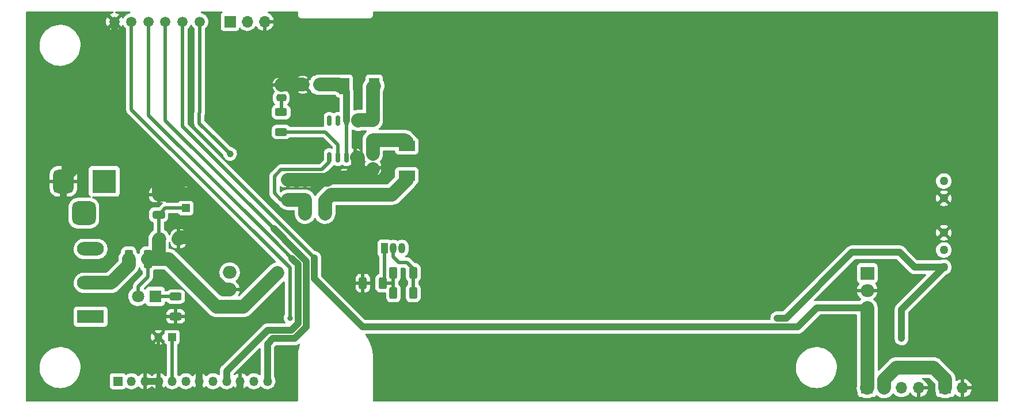
<source format=gbr>
%TF.GenerationSoftware,KiCad,Pcbnew,(6.0.2)*%
%TF.CreationDate,2022-03-19T11:44:54+11:00*%
%TF.ProjectId,T1200_PSU,54313230-305f-4505-9355-2e6b69636164,rev?*%
%TF.SameCoordinates,Original*%
%TF.FileFunction,Copper,L1,Top*%
%TF.FilePolarity,Positive*%
%FSLAX46Y46*%
G04 Gerber Fmt 4.6, Leading zero omitted, Abs format (unit mm)*
G04 Created by KiCad (PCBNEW (6.0.2)) date 2022-03-19 11:44:54*
%MOMM*%
%LPD*%
G01*
G04 APERTURE LIST*
G04 Aperture macros list*
%AMRoundRect*
0 Rectangle with rounded corners*
0 $1 Rounding radius*
0 $2 $3 $4 $5 $6 $7 $8 $9 X,Y pos of 4 corners*
0 Add a 4 corners polygon primitive as box body*
4,1,4,$2,$3,$4,$5,$6,$7,$8,$9,$2,$3,0*
0 Add four circle primitives for the rounded corners*
1,1,$1+$1,$2,$3*
1,1,$1+$1,$4,$5*
1,1,$1+$1,$6,$7*
1,1,$1+$1,$8,$9*
0 Add four rect primitives between the rounded corners*
20,1,$1+$1,$2,$3,$4,$5,0*
20,1,$1+$1,$4,$5,$6,$7,0*
20,1,$1+$1,$6,$7,$8,$9,0*
20,1,$1+$1,$8,$9,$2,$3,0*%
G04 Aperture macros list end*
%TA.AperFunction,ComponentPad*%
%ADD10R,1.600000X1.600000*%
%TD*%
%TA.AperFunction,ComponentPad*%
%ADD11C,1.600000*%
%TD*%
%TA.AperFunction,SMDPad,CuDef*%
%ADD12RoundRect,0.250000X-0.625000X0.312500X-0.625000X-0.312500X0.625000X-0.312500X0.625000X0.312500X0*%
%TD*%
%TA.AperFunction,ComponentPad*%
%ADD13R,3.960000X1.980000*%
%TD*%
%TA.AperFunction,ComponentPad*%
%ADD14O,3.960000X1.980000*%
%TD*%
%TA.AperFunction,SMDPad,CuDef*%
%ADD15RoundRect,0.250000X0.312500X0.625000X-0.312500X0.625000X-0.312500X-0.625000X0.312500X-0.625000X0*%
%TD*%
%TA.AperFunction,ComponentPad*%
%ADD16R,1.800000X1.800000*%
%TD*%
%TA.AperFunction,ComponentPad*%
%ADD17C,1.800000*%
%TD*%
%TA.AperFunction,SMDPad,CuDef*%
%ADD18RoundRect,0.250000X0.450000X-0.325000X0.450000X0.325000X-0.450000X0.325000X-0.450000X-0.325000X0*%
%TD*%
%TA.AperFunction,SMDPad,CuDef*%
%ADD19RoundRect,0.250000X-0.650000X0.325000X-0.650000X-0.325000X0.650000X-0.325000X0.650000X0.325000X0*%
%TD*%
%TA.AperFunction,ComponentPad*%
%ADD20R,1.200000X1.200000*%
%TD*%
%TA.AperFunction,ComponentPad*%
%ADD21C,1.200000*%
%TD*%
%TA.AperFunction,ComponentPad*%
%ADD22R,1.350000X1.350000*%
%TD*%
%TA.AperFunction,ComponentPad*%
%ADD23O,1.350000X1.350000*%
%TD*%
%TA.AperFunction,SMDPad,CuDef*%
%ADD24C,1.500000*%
%TD*%
%TA.AperFunction,ComponentPad*%
%ADD25R,3.500000X3.500000*%
%TD*%
%TA.AperFunction,ComponentPad*%
%ADD26RoundRect,0.750000X-0.750000X-1.000000X0.750000X-1.000000X0.750000X1.000000X-0.750000X1.000000X0*%
%TD*%
%TA.AperFunction,ComponentPad*%
%ADD27RoundRect,0.875000X-0.875000X-0.875000X0.875000X-0.875000X0.875000X0.875000X-0.875000X0.875000X0*%
%TD*%
%TA.AperFunction,ComponentPad*%
%ADD28C,1.270000*%
%TD*%
%TA.AperFunction,ComponentPad*%
%ADD29R,1.700000X1.700000*%
%TD*%
%TA.AperFunction,ComponentPad*%
%ADD30O,1.700000X1.700000*%
%TD*%
%TA.AperFunction,SMDPad,CuDef*%
%ADD31R,2.400000X1.500000*%
%TD*%
%TA.AperFunction,ComponentPad*%
%ADD32R,1.050000X1.500000*%
%TD*%
%TA.AperFunction,ComponentPad*%
%ADD33O,1.050000X1.500000*%
%TD*%
%TA.AperFunction,SMDPad,CuDef*%
%ADD34RoundRect,0.250000X-0.375000X-0.625000X0.375000X-0.625000X0.375000X0.625000X-0.375000X0.625000X0*%
%TD*%
%TA.AperFunction,SMDPad,CuDef*%
%ADD35RoundRect,0.250000X0.475000X-0.250000X0.475000X0.250000X-0.475000X0.250000X-0.475000X-0.250000X0*%
%TD*%
%TA.AperFunction,SMDPad,CuDef*%
%ADD36RoundRect,0.250000X0.650000X-0.325000X0.650000X0.325000X-0.650000X0.325000X-0.650000X-0.325000X0*%
%TD*%
%TA.AperFunction,ComponentPad*%
%ADD37R,2.000000X1.905000*%
%TD*%
%TA.AperFunction,ComponentPad*%
%ADD38O,2.000000X1.905000*%
%TD*%
%TA.AperFunction,SMDPad,CuDef*%
%ADD39RoundRect,0.250000X-0.375000X-1.075000X0.375000X-1.075000X0.375000X1.075000X-0.375000X1.075000X0*%
%TD*%
%TA.AperFunction,SMDPad,CuDef*%
%ADD40RoundRect,0.250000X-0.312500X-0.625000X0.312500X-0.625000X0.312500X0.625000X-0.312500X0.625000X0*%
%TD*%
%TA.AperFunction,SMDPad,CuDef*%
%ADD41RoundRect,0.150000X0.150000X-0.625000X0.150000X0.625000X-0.150000X0.625000X-0.150000X-0.625000X0*%
%TD*%
%TA.AperFunction,SMDPad,CuDef*%
%ADD42R,1.500000X2.400000*%
%TD*%
%TA.AperFunction,ViaPad*%
%ADD43C,1.000000*%
%TD*%
%TA.AperFunction,ViaPad*%
%ADD44C,0.800000*%
%TD*%
%TA.AperFunction,ViaPad*%
%ADD45C,1.500000*%
%TD*%
%TA.AperFunction,Conductor*%
%ADD46C,0.500000*%
%TD*%
%TA.AperFunction,Conductor*%
%ADD47C,2.000000*%
%TD*%
%TA.AperFunction,Conductor*%
%ADD48C,1.000000*%
%TD*%
%TA.AperFunction,Conductor*%
%ADD49C,0.250000*%
%TD*%
G04 APERTURE END LIST*
D10*
%TO.P,C5,1*%
%TO.N,GND*%
X60000000Y-37000000D03*
D11*
%TO.P,C5,2*%
%TO.N,-22V*%
X60000000Y-39500000D03*
%TD*%
D12*
%TO.P,R3,1*%
%TO.N,Net-(C6-Pad1)*%
X50020000Y-27337500D03*
%TO.P,R3,2*%
%TO.N,Net-(R3-Pad2)*%
X50020000Y-30262500D03*
%TD*%
%TO.P,R9,1*%
%TO.N,Net-(D4-Pad1)*%
X34500000Y-54537500D03*
%TO.P,R9,2*%
%TO.N,GND*%
X34500000Y-57462500D03*
%TD*%
D13*
%TO.P,SW1,1,A*%
%TO.N,Net-(PJ1-Pad1)*%
X22000000Y-57500000D03*
D14*
%TO.P,SW1,2,B*%
%TO.N,Net-(F1-Pad1)*%
X22000000Y-52500000D03*
%TO.P,SW1,3*%
%TO.N,N/C*%
X22000000Y-47500000D03*
%TD*%
D15*
%TO.P,R6,1*%
%TO.N,-9V*%
X69462500Y-54000000D03*
%TO.P,R6,2*%
%TO.N,Net-(R6-Pad2)*%
X66537500Y-54000000D03*
%TD*%
D16*
%TO.P,D4,1,K*%
%TO.N,Net-(D4-Pad1)*%
X31500000Y-54500000D03*
D17*
%TO.P,D4,2,A*%
%TO.N,VCC*%
X28960000Y-54500000D03*
%TD*%
D18*
%TO.P,D2,1,K*%
%TO.N,GND*%
X63500000Y-35525000D03*
%TO.P,D2,2,A*%
%TO.N,Net-(C4-Pad2)*%
X63500000Y-33475000D03*
%TD*%
D19*
%TO.P,C4,1*%
%TO.N,Net-(C4-Pad1)*%
X63500000Y-28525000D03*
%TO.P,C4,2*%
%TO.N,Net-(C4-Pad2)*%
X63500000Y-31475000D03*
%TD*%
D20*
%TO.P,C1,1*%
%TO.N,Net-(C1-Pad1)*%
X33972600Y-60500000D03*
D21*
%TO.P,C1,2*%
%TO.N,GND*%
X31972600Y-60500000D03*
%TD*%
D22*
%TO.P,PJ4,1,Pin_1*%
%TO.N,Net-(J1-Pad1)*%
X26000000Y-67000000D03*
D23*
%TO.P,PJ4,2,Pin_2*%
%TO.N,Net-(J1-Pad2)*%
X28000000Y-67000000D03*
%TO.P,PJ4,3,Pin_3*%
%TO.N,GND*%
X30000000Y-67000000D03*
%TO.P,PJ4,4,Pin_4*%
X32000000Y-67000000D03*
%TO.P,PJ4,5,Pin_5*%
%TO.N,Net-(C1-Pad1)*%
X34000000Y-67000000D03*
%TO.P,PJ4,6,Pin_6*%
%TO.N,+5V*%
X36000000Y-67000000D03*
%TO.P,PJ4,7,Pin_7*%
%TO.N,GND*%
X38000000Y-67000000D03*
%TO.P,PJ4,8,Pin_8*%
%TO.N,+12V*%
X40000000Y-67000000D03*
%TO.P,PJ4,9,Pin_9*%
%TO.N,-9V*%
X42000000Y-67000000D03*
%TO.P,PJ4,10,Pin_10*%
%TO.N,GND*%
X44000000Y-67000000D03*
%TO.P,PJ4,11,Pin_11*%
%TO.N,unconnected-(PJ4-Pad11)*%
X46000000Y-67000000D03*
%TO.P,PJ4,12,Pin_12*%
%TO.N,-22V*%
X48000000Y-67000000D03*
%TD*%
D24*
%TO.P,TP1,1,1*%
%TO.N,+12V*%
X28000000Y-14000000D03*
%TD*%
%TO.P,TP4,1,1*%
%TO.N,-22V*%
X33000000Y-14000000D03*
%TD*%
%TO.P,TP2,1,1*%
%TO.N,+5V_HDD*%
X35550000Y-14000000D03*
%TD*%
D25*
%TO.P,PJ1,1*%
%TO.N,Net-(PJ1-Pad1)*%
X24000000Y-37542500D03*
D26*
%TO.P,PJ1,2*%
%TO.N,GND*%
X18000000Y-37542500D03*
D27*
%TO.P,PJ1,3*%
%TO.N,N/C*%
X21000000Y-42242500D03*
%TD*%
D28*
%TO.P,RLA1,1,+VINVCC*%
%TO.N,VCC*%
X147500000Y-37500000D03*
%TO.P,RLA1,2,-VINGND*%
%TO.N,GND*%
X147500000Y-40040000D03*
%TO.P,RLA1,4,-VOUT*%
X147500000Y-45120000D03*
%TO.P,RLA1,5,NC*%
%TO.N,unconnected-(RLA1-Pad5)*%
X147500000Y-47660000D03*
%TO.P,RLA1,6,+VOUT*%
%TO.N,+12V*%
X147500000Y-50200000D03*
%TD*%
D29*
%TO.P,PJ6,1,Pin_1*%
%TO.N,+5V*%
X147725000Y-68000000D03*
D30*
%TO.P,PJ6,2,Pin_2*%
%TO.N,GND*%
X150265000Y-68000000D03*
%TD*%
D31*
%TO.P,L2,1,1*%
%TO.N,Net-(C4-Pad2)*%
X68500000Y-32300000D03*
%TO.P,L2,2,2*%
%TO.N,-22V*%
X68500000Y-36700000D03*
%TD*%
D15*
%TO.P,R7,1*%
%TO.N,Net-(R6-Pad2)*%
X64962500Y-52551250D03*
%TO.P,R7,2*%
%TO.N,GND*%
X62037500Y-52551250D03*
%TD*%
D32*
%TO.P,U1,1,ADJ*%
%TO.N,Net-(R6-Pad2)*%
X65230000Y-47411250D03*
D33*
%TO.P,U1,2,VO*%
%TO.N,-9V*%
X66500000Y-47411250D03*
%TO.P,U1,3,VI*%
%TO.N,-22V*%
X67770000Y-47411250D03*
%TD*%
D15*
%TO.P,R8,1*%
%TO.N,-9V*%
X69462500Y-51000000D03*
%TO.P,R8,2*%
%TO.N,Net-(R6-Pad2)*%
X66537500Y-51000000D03*
%TD*%
D12*
%TO.P,R1,1*%
%TO.N,GND*%
X51040000Y-37337500D03*
%TO.P,R1,2*%
%TO.N,Net-(R1-Pad2)*%
X51040000Y-40262500D03*
%TD*%
D34*
%TO.P,D1,1,K*%
%TO.N,VCC*%
X32100000Y-46000000D03*
%TO.P,D1,2,A*%
%TO.N,GND*%
X34900000Y-46000000D03*
%TD*%
D35*
%TO.P,C6,1*%
%TO.N,Net-(C6-Pad1)*%
X50040000Y-25250000D03*
%TO.P,C6,2*%
%TO.N,GND*%
X50040000Y-23350000D03*
%TD*%
D36*
%TO.P,C2,1*%
%TO.N,VCC*%
X32000000Y-42475000D03*
%TO.P,C2,2*%
%TO.N,GND*%
X32000000Y-39525000D03*
%TD*%
D37*
%TO.P,U3,1,VI*%
%TO.N,VCC*%
X42445000Y-56040000D03*
D38*
%TO.P,U3,2,GND*%
%TO.N,GND*%
X42445000Y-53500000D03*
%TO.P,U3,3,VO*%
%TO.N,+5V*%
X42445000Y-50960000D03*
%TD*%
D29*
%TO.P,PJ5,1,Pin_1*%
%TO.N,+5V_HDD*%
X136200000Y-68000000D03*
D30*
%TO.P,PJ5,2,Pin_2*%
%TO.N,+5V*%
X138740000Y-68000000D03*
%TO.P,PJ5,3,Pin_3*%
%TO.N,+12V*%
X141280000Y-68000000D03*
%TO.P,PJ5,4,Pin_4*%
%TO.N,GND*%
X143820000Y-68000000D03*
%TD*%
D29*
%TO.P,J1,1,Pin_1*%
%TO.N,Net-(J1-Pad1)*%
X42500000Y-14000000D03*
D30*
%TO.P,J1,2,Pin_2*%
%TO.N,Net-(J1-Pad2)*%
X45040000Y-14000000D03*
%TO.P,J1,3,Pin_3*%
%TO.N,GND*%
X47580000Y-14000000D03*
%TD*%
D24*
%TO.P,TP5,1,1*%
%TO.N,-9V*%
X30500000Y-14000000D03*
%TD*%
D20*
%TO.P,C3,1*%
%TO.N,VCC*%
X36000000Y-41472600D03*
D21*
%TO.P,C3,2*%
%TO.N,GND*%
X36000000Y-39472600D03*
%TD*%
D39*
%TO.P,F1,1*%
%TO.N,Net-(F1-Pad1)*%
X27600000Y-49000000D03*
%TO.P,F1,2*%
%TO.N,VCC*%
X30400000Y-49000000D03*
%TD*%
D12*
%TO.P,R2,1*%
%TO.N,GND*%
X53520000Y-37337500D03*
%TO.P,R2,2*%
%TO.N,Net-(R1-Pad2)*%
X53520000Y-40262500D03*
%TD*%
D37*
%TO.P,U4,1,VI*%
%TO.N,VCC*%
X136240000Y-51080000D03*
D38*
%TO.P,U4,2,GND*%
%TO.N,GND*%
X136240000Y-53620000D03*
%TO.P,U4,3,VO*%
%TO.N,+5V_HDD*%
X136240000Y-56160000D03*
%TD*%
D40*
%TO.P,R5,1*%
%TO.N,Net-(R1-Pad2)*%
X53557500Y-42300000D03*
%TO.P,R5,2*%
%TO.N,-22V*%
X56482500Y-42300000D03*
%TD*%
D24*
%TO.P,TP3,1,1*%
%TO.N,+5V*%
X38050000Y-14000000D03*
%TD*%
D10*
%TO.P,C7,1*%
%TO.N,+5V*%
X55705113Y-23300000D03*
D11*
%TO.P,C7,2*%
%TO.N,GND*%
X53205113Y-23300000D03*
%TD*%
D24*
%TO.P,TP6,1,1*%
%TO.N,GND*%
X25500000Y-14000000D03*
%TD*%
D41*
%TO.P,U2,1,NFB*%
%TO.N,Net-(R1-Pad2)*%
X57115000Y-33975000D03*
%TO.P,U2,2,VC*%
%TO.N,Net-(R3-Pad2)*%
X58385000Y-33975000D03*
%TO.P,U2,3,\u002ASHDN*%
%TO.N,+5V*%
X59655000Y-33975000D03*
%TO.P,U2,4,GND*%
%TO.N,GND*%
X60925000Y-33975000D03*
%TO.P,U2,5,SW*%
%TO.N,Net-(C4-Pad1)*%
X60925000Y-28625000D03*
%TO.P,U2,6,VIN*%
%TO.N,+5V*%
X59655000Y-28625000D03*
%TO.P,U2,7,LBI*%
%TO.N,unconnected-(U2-Pad7)*%
X58385000Y-28625000D03*
%TO.P,U2,8,LBO*%
%TO.N,unconnected-(U2-Pad8)*%
X57115000Y-28625000D03*
%TD*%
D42*
%TO.P,L1,1,1*%
%TO.N,+5V*%
X59300000Y-23500000D03*
%TO.P,L1,2,2*%
%TO.N,Net-(C4-Pad1)*%
X63700000Y-23500000D03*
%TD*%
D43*
%TO.N,+5V*%
X42500000Y-33500000D03*
D44*
%TO.N,-9V*%
X51848189Y-49151811D03*
%TO.N,+12V*%
X123000000Y-57699520D03*
X141280000Y-60720000D03*
X51300480Y-57699520D03*
%TO.N,-22V*%
X48946377Y-44553623D03*
D45*
%TO.N,VCC*%
X49500000Y-51000000D03*
%TD*%
D46*
%TO.N,Net-(C1-Pad1)*%
X34000000Y-60527400D02*
X33972600Y-60500000D01*
X34000000Y-67000000D02*
X34000000Y-60527400D01*
D47*
%TO.N,GND*%
X63500000Y-35820000D02*
X63500000Y-35674520D01*
D48*
X38000000Y-68000000D02*
X37000000Y-69000000D01*
D47*
X53520000Y-37337500D02*
X51040000Y-37337500D01*
D46*
X31972600Y-66972600D02*
X32000000Y-67000000D01*
D47*
X39199520Y-45800480D02*
X35099520Y-45800480D01*
X25500000Y-34000000D02*
X21000000Y-34000000D01*
X60000000Y-37000000D02*
X61300480Y-35699520D01*
X21000000Y-34000000D02*
X18000000Y-37000000D01*
D48*
X38000000Y-68000000D02*
X38000000Y-67000000D01*
D47*
X41500000Y-53500000D02*
X42445000Y-53500000D01*
D48*
X44000000Y-67000000D02*
X44000000Y-68000000D01*
X30000000Y-67000000D02*
X32000000Y-67000000D01*
D47*
X60000000Y-37000000D02*
X62320000Y-37000000D01*
X39199520Y-51199520D02*
X41500000Y-53500000D01*
X57200000Y-37000000D02*
X56862500Y-37337500D01*
X53205113Y-23300000D02*
X50090000Y-23300000D01*
X32000000Y-39525000D02*
X33751920Y-39525000D01*
X61300480Y-34019520D02*
X61255960Y-33975000D01*
D48*
X24000000Y-55000000D02*
X20500000Y-55000000D01*
D47*
X60000000Y-37000000D02*
X57200000Y-37000000D01*
X32000000Y-37000000D02*
X29000000Y-34000000D01*
X50090000Y-23300000D02*
X50040000Y-23350000D01*
X35099520Y-45800480D02*
X34900000Y-46000000D01*
X56862500Y-37337500D02*
X53520000Y-37337500D01*
X39199520Y-41199520D02*
X37472600Y-39472600D01*
D48*
X44000000Y-68000000D02*
X43000000Y-69000000D01*
D47*
X37472600Y-39472600D02*
X36000000Y-39472600D01*
D48*
X38000000Y-61928378D02*
X35071622Y-59000000D01*
D47*
X39199520Y-41199520D02*
X39199520Y-45800480D01*
X36000000Y-39472600D02*
X33804320Y-39472600D01*
D48*
X35071622Y-59000000D02*
X28000000Y-59000000D01*
X25500000Y-14000000D02*
X25500000Y-34000000D01*
X38000000Y-67000000D02*
X38000000Y-61928378D01*
D47*
X18000000Y-37000000D02*
X18000000Y-37542500D01*
X32000000Y-39525000D02*
X32000000Y-37000000D01*
D48*
X43000000Y-69000000D02*
X39000000Y-69000000D01*
X32000000Y-68000000D02*
X32000000Y-67000000D01*
D47*
X61255960Y-33975000D02*
X61154520Y-33975000D01*
D48*
X28000000Y-59000000D02*
X24000000Y-55000000D01*
D46*
X31972600Y-60500000D02*
X31972600Y-66972600D01*
D48*
X39000000Y-69000000D02*
X38000000Y-68000000D01*
D47*
X33804320Y-39472600D02*
X33751920Y-39525000D01*
X62320000Y-37000000D02*
X63500000Y-35820000D01*
X61300480Y-35699520D02*
X61300480Y-34019520D01*
X39199520Y-45800480D02*
X39199520Y-51199520D01*
X29000000Y-34000000D02*
X25500000Y-34000000D01*
D48*
X37000000Y-69000000D02*
X33000000Y-69000000D01*
X20500000Y-55000000D02*
X18000000Y-52500000D01*
X18000000Y-52500000D02*
X18000000Y-37542500D01*
D49*
X60982500Y-34032500D02*
X60925000Y-33975000D01*
D48*
X33000000Y-69000000D02*
X32000000Y-68000000D01*
D47*
%TO.N,+5V*%
X138740000Y-68000000D02*
X138740000Y-66760000D01*
X140500000Y-65000000D02*
X146000000Y-65000000D01*
X147725000Y-66725000D02*
X147725000Y-68000000D01*
D46*
X59655000Y-33975000D02*
X59655000Y-28625000D01*
D48*
X59655000Y-24405000D02*
X59655000Y-28625000D01*
D47*
X58550000Y-23300000D02*
X58750000Y-23500000D01*
D46*
X38050000Y-27450000D02*
X38050000Y-14000000D01*
X38000000Y-27500000D02*
X38050000Y-27450000D01*
D47*
X138740000Y-66760000D02*
X140500000Y-65000000D01*
X55705113Y-23300000D02*
X58550000Y-23300000D01*
X146000000Y-65000000D02*
X147725000Y-66725000D01*
D46*
X38000000Y-29000000D02*
X38000000Y-27500000D01*
X40500000Y-31500000D02*
X42500000Y-33500000D01*
D48*
X58750000Y-23500000D02*
X59655000Y-24405000D01*
D46*
X40500000Y-31500000D02*
X38000000Y-29000000D01*
%TO.N,-9V*%
X68500000Y-49500000D02*
X67338750Y-49500000D01*
X30500000Y-27803623D02*
X30500000Y-14000000D01*
D48*
X52500000Y-49803622D02*
X51848189Y-49151811D01*
D46*
X69462500Y-54000000D02*
X69462500Y-51000000D01*
D48*
X48000000Y-59500000D02*
X51500000Y-59500000D01*
X51500000Y-59500000D02*
X52500000Y-58500000D01*
X42000000Y-65500000D02*
X48000000Y-59500000D01*
X51848189Y-49151811D02*
X51598189Y-48901812D01*
D46*
X48848188Y-46151812D02*
X30500000Y-27803623D01*
X69462500Y-51000000D02*
X69462500Y-50462500D01*
X66500000Y-48661250D02*
X66500000Y-47411250D01*
D48*
X42000000Y-67000000D02*
X42000000Y-65500000D01*
D46*
X67338750Y-49500000D02*
X66500000Y-48661250D01*
D48*
X52500000Y-58500000D02*
X52500000Y-49803622D01*
D46*
X51598189Y-48901812D02*
X48848188Y-46151812D01*
X69462500Y-50462500D02*
X68500000Y-49500000D01*
D48*
%TO.N,+12V*%
X147500000Y-50200000D02*
X143200000Y-50200000D01*
X141000000Y-48000000D02*
X134000000Y-48000000D01*
D46*
X28000000Y-27000000D02*
X28000000Y-14000000D01*
D48*
X143200000Y-50200000D02*
X141000000Y-48000000D01*
D46*
X51300480Y-50300480D02*
X28000000Y-27000000D01*
X51300480Y-57699520D02*
X51300480Y-50300480D01*
D48*
X141280000Y-56420000D02*
X147500000Y-50200000D01*
X123000000Y-57699520D02*
X124300480Y-57699520D01*
X124300480Y-57699520D02*
X134000000Y-48000000D01*
X141280000Y-60720000D02*
X141280000Y-56420000D01*
D47*
%TO.N,Net-(C4-Pad1)*%
X63500000Y-23700000D02*
X63700000Y-23500000D01*
X63500000Y-28525000D02*
X61354520Y-28525000D01*
X61354520Y-28525000D02*
X61354520Y-28625000D01*
X63500000Y-28525000D02*
X63500000Y-23700000D01*
%TO.N,Net-(C4-Pad2)*%
X63500000Y-33475000D02*
X63500000Y-31475000D01*
X63500000Y-31475000D02*
X68225000Y-31475000D01*
X68225000Y-31475000D02*
X68500000Y-31750000D01*
%TO.N,Net-(F1-Pad1)*%
X25000000Y-52500000D02*
X22000000Y-52500000D01*
X27600000Y-49000000D02*
X27600000Y-49900000D01*
X27600000Y-49900000D02*
X25000000Y-52500000D01*
D46*
%TO.N,Net-(R3-Pad2)*%
X56482500Y-30262500D02*
X58385000Y-32165000D01*
X58385000Y-32165000D02*
X58385000Y-33975000D01*
X50020000Y-30262500D02*
X56482500Y-30262500D01*
%TO.N,Net-(R6-Pad2)*%
X64962500Y-52551250D02*
X66537500Y-52551250D01*
X65230000Y-52283750D02*
X65230000Y-47411250D01*
X64962500Y-52551250D02*
X65230000Y-52283750D01*
X66537500Y-52551250D02*
X66537500Y-51000000D01*
X66537500Y-52551250D02*
X66537500Y-54000000D01*
D47*
%TO.N,Net-(R1-Pad2)*%
X53520000Y-40262500D02*
X51040000Y-40262500D01*
D46*
X49020000Y-39300000D02*
X49982500Y-40262500D01*
X50020000Y-35800000D02*
X49020000Y-36800000D01*
X49982500Y-40262500D02*
X51040000Y-40262500D01*
D47*
X53557500Y-42300000D02*
X53557500Y-40300000D01*
D46*
X49020000Y-36800000D02*
X49020000Y-39300000D01*
X57115000Y-33975000D02*
X57115000Y-34705000D01*
D47*
X53557500Y-40300000D02*
X53520000Y-40262500D01*
D46*
X57115000Y-34705000D02*
X56020000Y-35800000D01*
X56020000Y-35800000D02*
X50020000Y-35800000D01*
D47*
%TO.N,-22V*%
X66320000Y-39500000D02*
X60000000Y-39500000D01*
D48*
X53699519Y-49306764D02*
X52095046Y-47702292D01*
D47*
X68500000Y-37320000D02*
X66320000Y-39500000D01*
D46*
X33000000Y-28607246D02*
X33000000Y-14000000D01*
D47*
X57320000Y-39500000D02*
X60000000Y-39500000D01*
D46*
X48946377Y-44553623D02*
X33000000Y-28607246D01*
D47*
X56482500Y-40337500D02*
X57320000Y-39500000D01*
D48*
X53699520Y-58996857D02*
X53699519Y-49306764D01*
X48000000Y-61500000D02*
X48800480Y-60699520D01*
D47*
X56482500Y-42300000D02*
X56482500Y-40337500D01*
D48*
X52095046Y-47702292D02*
X48946377Y-44553623D01*
X48000000Y-67000000D02*
X48000000Y-61500000D01*
X51996858Y-60699520D02*
X53699520Y-58996857D01*
D47*
X68500000Y-37250000D02*
X68500000Y-37320000D01*
D48*
X48800480Y-60699520D02*
X51996858Y-60699520D01*
D47*
%TO.N,+5V_HDD*%
X136240000Y-56160000D02*
X136240000Y-67960000D01*
D48*
X54899039Y-48809907D02*
X54899039Y-51899039D01*
D46*
X35550000Y-29460868D02*
X54899039Y-48809907D01*
D47*
X136240000Y-67960000D02*
X136200000Y-68000000D01*
D46*
X35550000Y-14000000D02*
X35550000Y-29460868D01*
D48*
X54899039Y-51899039D02*
X62000000Y-59000000D01*
X62000000Y-59000000D02*
X126000000Y-59000000D01*
X128840000Y-56160000D02*
X136240000Y-56160000D01*
X126000000Y-59000000D02*
X128840000Y-56160000D01*
D47*
%TO.N,VCC*%
X48000000Y-52500000D02*
X49500000Y-51000000D01*
D46*
X28960000Y-54500000D02*
X28960000Y-53040000D01*
D47*
X32000000Y-49000000D02*
X32000000Y-46100000D01*
D46*
X28960000Y-53040000D02*
X30400000Y-51600000D01*
D47*
X32000000Y-46100000D02*
X32100000Y-46000000D01*
D46*
X32000000Y-45900000D02*
X32100000Y-46000000D01*
D47*
X42445000Y-56040000D02*
X40540000Y-56040000D01*
D46*
X33002400Y-41472600D02*
X32000000Y-42475000D01*
X30400000Y-51600000D02*
X30400000Y-49000000D01*
X32000000Y-42475000D02*
X32000000Y-45900000D01*
D47*
X32000000Y-49000000D02*
X30400000Y-49000000D01*
X44460000Y-56040000D02*
X48000000Y-52500000D01*
X33500000Y-49000000D02*
X32000000Y-49000000D01*
D46*
X36000000Y-41472600D02*
X33002400Y-41472600D01*
D47*
X42445000Y-56040000D02*
X44460000Y-56040000D01*
X40540000Y-56040000D02*
X33500000Y-49000000D01*
D46*
%TO.N,Net-(D4-Pad1)*%
X34500000Y-54537500D02*
X31537500Y-54537500D01*
X31537500Y-54537500D02*
X31500000Y-54500000D01*
%TO.N,Net-(C6-Pad1)*%
X50040000Y-27317500D02*
X50020000Y-27337500D01*
X50040000Y-25250000D02*
X50040000Y-27317500D01*
%TD*%
%TA.AperFunction,Conductor*%
%TO.N,GND*%
G36*
X25320043Y-12528002D02*
G01*
X25366536Y-12581658D01*
X25376640Y-12651932D01*
X25347146Y-12716512D01*
X25287420Y-12754896D01*
X25278161Y-12757065D01*
X25073405Y-12811928D01*
X25063113Y-12815674D01*
X24873583Y-12904054D01*
X24864093Y-12909534D01*
X24822851Y-12938411D01*
X24814477Y-12948887D01*
X24821545Y-12962334D01*
X25487189Y-13627979D01*
X25501132Y-13635592D01*
X25502966Y-13635461D01*
X25509580Y-13631210D01*
X26179180Y-12961609D01*
X26185607Y-12949839D01*
X26176313Y-12937825D01*
X26135912Y-12909536D01*
X26126416Y-12904053D01*
X25936887Y-12815674D01*
X25926595Y-12811928D01*
X25719284Y-12756380D01*
X25719691Y-12754860D01*
X25662587Y-12726559D01*
X25626117Y-12665646D01*
X25628369Y-12594685D01*
X25668627Y-12536206D01*
X25734111Y-12508776D01*
X25748078Y-12508000D01*
X27749027Y-12508000D01*
X27817148Y-12528002D01*
X27863641Y-12581658D01*
X27873745Y-12651932D01*
X27844251Y-12716512D01*
X27784525Y-12754896D01*
X27780610Y-12755813D01*
X27780629Y-12755885D01*
X27567924Y-12812880D01*
X27474562Y-12856415D01*
X27373334Y-12903618D01*
X27373329Y-12903621D01*
X27368347Y-12905944D01*
X27363840Y-12909100D01*
X27363838Y-12909101D01*
X27192473Y-13029092D01*
X27192470Y-13029094D01*
X27187962Y-13032251D01*
X27032251Y-13187962D01*
X27029094Y-13192470D01*
X27029092Y-13192473D01*
X26910202Y-13362266D01*
X26905944Y-13368347D01*
X26903621Y-13373329D01*
X26903618Y-13373334D01*
X26863919Y-13458470D01*
X26817002Y-13511755D01*
X26748724Y-13531216D01*
X26680765Y-13510674D01*
X26635529Y-13458470D01*
X26595946Y-13373583D01*
X26590466Y-13364093D01*
X26561589Y-13322851D01*
X26551113Y-13314477D01*
X26537666Y-13321545D01*
X25872021Y-13987189D01*
X25864408Y-14001132D01*
X25864539Y-14002966D01*
X25868790Y-14009580D01*
X26538391Y-14679180D01*
X26550161Y-14685607D01*
X26562176Y-14676311D01*
X26590466Y-14635907D01*
X26595946Y-14626417D01*
X26635529Y-14541530D01*
X26682446Y-14488245D01*
X26750724Y-14468784D01*
X26818684Y-14489326D01*
X26863919Y-14541530D01*
X26903618Y-14626666D01*
X26903621Y-14626671D01*
X26905944Y-14631653D01*
X26909100Y-14636160D01*
X26909101Y-14636162D01*
X27027385Y-14805088D01*
X27032251Y-14812038D01*
X27187962Y-14967749D01*
X27192471Y-14970906D01*
X27196496Y-14974284D01*
X27235819Y-15033395D01*
X27241500Y-15070802D01*
X27241500Y-26932930D01*
X27240067Y-26951880D01*
X27239042Y-26958621D01*
X27236801Y-26973349D01*
X27237394Y-26980641D01*
X27237394Y-26980644D01*
X27241085Y-27026018D01*
X27241500Y-27036233D01*
X27241500Y-27044293D01*
X27241925Y-27047937D01*
X27244789Y-27072507D01*
X27245222Y-27076882D01*
X27247880Y-27109552D01*
X27251140Y-27149637D01*
X27253396Y-27156601D01*
X27254587Y-27162560D01*
X27255971Y-27168415D01*
X27256818Y-27175681D01*
X27281735Y-27244327D01*
X27283152Y-27248455D01*
X27305649Y-27317899D01*
X27309445Y-27324154D01*
X27311951Y-27329628D01*
X27314670Y-27335058D01*
X27317167Y-27341937D01*
X27321180Y-27348057D01*
X27321180Y-27348058D01*
X27357186Y-27402976D01*
X27359523Y-27406680D01*
X27397405Y-27469107D01*
X27401121Y-27473315D01*
X27401122Y-27473316D01*
X27404803Y-27477484D01*
X27404776Y-27477508D01*
X27407429Y-27480500D01*
X27410132Y-27483733D01*
X27414144Y-27489852D01*
X27438503Y-27512928D01*
X27470383Y-27543128D01*
X27472825Y-27545506D01*
X38440081Y-38512761D01*
X49237393Y-49310073D01*
X49271419Y-49372385D01*
X49266354Y-49443200D01*
X49223807Y-49500036D01*
X49179956Y-49520030D01*
X49180180Y-49520771D01*
X48952643Y-49589468D01*
X48952639Y-49589470D01*
X48947792Y-49590933D01*
X48729612Y-49697346D01*
X48725483Y-49700259D01*
X48547405Y-49825880D01*
X48531253Y-49837274D01*
X48509750Y-49856909D01*
X43921032Y-54445627D01*
X43858720Y-54479653D01*
X43787905Y-54474588D01*
X43731069Y-54432041D01*
X43706258Y-54365521D01*
X43721629Y-54295638D01*
X43826714Y-54105278D01*
X43830944Y-54095866D01*
X43907659Y-53879232D01*
X43910293Y-53869261D01*
X43927647Y-53771837D01*
X43926187Y-53758540D01*
X43911630Y-53754000D01*
X40976904Y-53754000D01*
X40963560Y-53757918D01*
X40961573Y-53772194D01*
X40971110Y-53834515D01*
X40973499Y-53844543D01*
X41044896Y-54062983D01*
X41048811Y-54072296D01*
X41056771Y-54142845D01*
X41025326Y-54206498D01*
X40964459Y-54243046D01*
X40893496Y-54240886D01*
X40843562Y-54210221D01*
X37695604Y-51062263D01*
X40935064Y-51062263D01*
X40971404Y-51299744D01*
X40988625Y-51352432D01*
X41044434Y-51523183D01*
X41044437Y-51523189D01*
X41046042Y-51528101D01*
X41048429Y-51532687D01*
X41048431Y-51532691D01*
X41124386Y-51678598D01*
X41156975Y-51741200D01*
X41160085Y-51745342D01*
X41260555Y-51879155D01*
X41301223Y-51933320D01*
X41474912Y-52099301D01*
X41512351Y-52124840D01*
X41557352Y-52179751D01*
X41565523Y-52250275D01*
X41534269Y-52314022D01*
X41509790Y-52334716D01*
X41507674Y-52336085D01*
X41499502Y-52342378D01*
X41329520Y-52497050D01*
X41322494Y-52504583D01*
X41180055Y-52684944D01*
X41174350Y-52693531D01*
X41063286Y-52894722D01*
X41059056Y-52904134D01*
X40982341Y-53120768D01*
X40979707Y-53130739D01*
X40962353Y-53228163D01*
X40963813Y-53241460D01*
X40978370Y-53246000D01*
X43913096Y-53246000D01*
X43926440Y-53242082D01*
X43928427Y-53227806D01*
X43918890Y-53165485D01*
X43916501Y-53155457D01*
X43845102Y-52937012D01*
X43841105Y-52927503D01*
X43734989Y-52723656D01*
X43729495Y-52714931D01*
X43591507Y-52531148D01*
X43584664Y-52523441D01*
X43418509Y-52364661D01*
X43410502Y-52358177D01*
X43377644Y-52335763D01*
X43332641Y-52280852D01*
X43324468Y-52210328D01*
X43355722Y-52146580D01*
X43380204Y-52125884D01*
X43382635Y-52124311D01*
X43386977Y-52121502D01*
X43564670Y-51959814D01*
X43625347Y-51882983D01*
X43710367Y-51775330D01*
X43710370Y-51775325D01*
X43713568Y-51771276D01*
X43717110Y-51764861D01*
X43827177Y-51565474D01*
X43827179Y-51565470D01*
X43829674Y-51560950D01*
X43861512Y-51471045D01*
X43908144Y-51339360D01*
X43908145Y-51339356D01*
X43909870Y-51334485D01*
X43911682Y-51324313D01*
X43951095Y-51103052D01*
X43951096Y-51103046D01*
X43952001Y-51097963D01*
X43953915Y-50941291D01*
X43954873Y-50862907D01*
X43954873Y-50862905D01*
X43954936Y-50857737D01*
X43918596Y-50620256D01*
X43879654Y-50501113D01*
X43845566Y-50396817D01*
X43845563Y-50396811D01*
X43843958Y-50391899D01*
X43840107Y-50384500D01*
X43735416Y-50183393D01*
X43733025Y-50178800D01*
X43642327Y-50058002D01*
X43591882Y-49990815D01*
X43591880Y-49990812D01*
X43588777Y-49986680D01*
X43452980Y-49856909D01*
X43418827Y-49824272D01*
X43415088Y-49820699D01*
X43301345Y-49743109D01*
X43220891Y-49688226D01*
X43220890Y-49688225D01*
X43216622Y-49685314D01*
X43211939Y-49683140D01*
X43211935Y-49683138D01*
X43003405Y-49586342D01*
X43003401Y-49586341D01*
X42998710Y-49584163D01*
X42767202Y-49519960D01*
X42762065Y-49519411D01*
X42574407Y-49499356D01*
X42574399Y-49499356D01*
X42571072Y-49499000D01*
X42336598Y-49499000D01*
X42334025Y-49499212D01*
X42334014Y-49499212D01*
X42233054Y-49507513D01*
X42158063Y-49513678D01*
X41925056Y-49572206D01*
X41822432Y-49616828D01*
X41709474Y-49665943D01*
X41709471Y-49665945D01*
X41704737Y-49668003D01*
X41573530Y-49752885D01*
X41509953Y-49794015D01*
X41503023Y-49798498D01*
X41325330Y-49960186D01*
X41296332Y-49996904D01*
X41179633Y-50144670D01*
X41179630Y-50144675D01*
X41176432Y-50148724D01*
X41173939Y-50153240D01*
X41173937Y-50153243D01*
X41062823Y-50354526D01*
X41060326Y-50359050D01*
X41058602Y-50363919D01*
X41058600Y-50363923D01*
X40981856Y-50580640D01*
X40980130Y-50585515D01*
X40979223Y-50590608D01*
X40979222Y-50590611D01*
X40941923Y-50800008D01*
X40937999Y-50822037D01*
X40937652Y-50850460D01*
X40935352Y-51038722D01*
X40935064Y-51062263D01*
X37695604Y-51062263D01*
X34583675Y-47950334D01*
X34581221Y-47947812D01*
X34516138Y-47878988D01*
X34516135Y-47878986D01*
X34512668Y-47875319D01*
X34450239Y-47827589D01*
X34445108Y-47823448D01*
X34389133Y-47775809D01*
X34389132Y-47775808D01*
X34385280Y-47772530D01*
X34380955Y-47769911D01*
X34380950Y-47769907D01*
X34357176Y-47755509D01*
X34345929Y-47747837D01*
X34319826Y-47727880D01*
X34250592Y-47690757D01*
X34244868Y-47687493D01*
X34181966Y-47649398D01*
X34177642Y-47646779D01*
X34147181Y-47634472D01*
X34134841Y-47628692D01*
X34110350Y-47615560D01*
X34110351Y-47615560D01*
X34105891Y-47613169D01*
X34101110Y-47611523D01*
X34101106Y-47611521D01*
X34031599Y-47587588D01*
X34025421Y-47585278D01*
X33957266Y-47557742D01*
X33957267Y-47557742D01*
X33952571Y-47555845D01*
X33920539Y-47548568D01*
X33907441Y-47544837D01*
X33876369Y-47534138D01*
X33798900Y-47520757D01*
X33792496Y-47519477D01*
X33715856Y-47502065D01*
X33683047Y-47500001D01*
X33669547Y-47498415D01*
X33637164Y-47492821D01*
X33633210Y-47492641D01*
X33633206Y-47492641D01*
X33628777Y-47492440D01*
X33561635Y-47469365D01*
X33517627Y-47413653D01*
X33508500Y-47366570D01*
X33508500Y-46565312D01*
X33517675Y-46518110D01*
X33517764Y-46517892D01*
X33524177Y-46502019D01*
X33568241Y-46446353D01*
X33635407Y-46423346D01*
X33704348Y-46440304D01*
X33753178Y-46491842D01*
X33767001Y-46549222D01*
X33767001Y-46672095D01*
X33767338Y-46678614D01*
X33777257Y-46774206D01*
X33780149Y-46787600D01*
X33831588Y-46941784D01*
X33837761Y-46954962D01*
X33923063Y-47092807D01*
X33932099Y-47104208D01*
X34046829Y-47218739D01*
X34058240Y-47227751D01*
X34196243Y-47312816D01*
X34209424Y-47318963D01*
X34363710Y-47370138D01*
X34377086Y-47373005D01*
X34471438Y-47382672D01*
X34477854Y-47383000D01*
X34627885Y-47383000D01*
X34643124Y-47378525D01*
X34644329Y-47377135D01*
X34646000Y-47369452D01*
X34646000Y-47364884D01*
X35154000Y-47364884D01*
X35158475Y-47380123D01*
X35159865Y-47381328D01*
X35167548Y-47382999D01*
X35322095Y-47382999D01*
X35328614Y-47382662D01*
X35424206Y-47372743D01*
X35437600Y-47369851D01*
X35591784Y-47318412D01*
X35604962Y-47312239D01*
X35742807Y-47226937D01*
X35754208Y-47217901D01*
X35868739Y-47103171D01*
X35877751Y-47091760D01*
X35962816Y-46953757D01*
X35968963Y-46940576D01*
X36020138Y-46786290D01*
X36023005Y-46772914D01*
X36032672Y-46678562D01*
X36033000Y-46672146D01*
X36033000Y-46272115D01*
X36028525Y-46256876D01*
X36027135Y-46255671D01*
X36019452Y-46254000D01*
X35172115Y-46254000D01*
X35156876Y-46258475D01*
X35155671Y-46259865D01*
X35154000Y-46267548D01*
X35154000Y-47364884D01*
X34646000Y-47364884D01*
X34646000Y-45727885D01*
X35154000Y-45727885D01*
X35158475Y-45743124D01*
X35159865Y-45744329D01*
X35167548Y-45746000D01*
X36014884Y-45746000D01*
X36030123Y-45741525D01*
X36031328Y-45740135D01*
X36032999Y-45732452D01*
X36032999Y-45327905D01*
X36032662Y-45321386D01*
X36022743Y-45225794D01*
X36019851Y-45212400D01*
X35968412Y-45058216D01*
X35962239Y-45045038D01*
X35876937Y-44907193D01*
X35867901Y-44895792D01*
X35753171Y-44781261D01*
X35741760Y-44772249D01*
X35603757Y-44687184D01*
X35590576Y-44681037D01*
X35436290Y-44629862D01*
X35422914Y-44626995D01*
X35328562Y-44617328D01*
X35322145Y-44617000D01*
X35172115Y-44617000D01*
X35156876Y-44621475D01*
X35155671Y-44622865D01*
X35154000Y-44630548D01*
X35154000Y-45727885D01*
X34646000Y-45727885D01*
X34646000Y-44635116D01*
X34641525Y-44619877D01*
X34640135Y-44618672D01*
X34632452Y-44617001D01*
X34477905Y-44617001D01*
X34471386Y-44617338D01*
X34375794Y-44627257D01*
X34362400Y-44630149D01*
X34208216Y-44681588D01*
X34195038Y-44687761D01*
X34057193Y-44773063D01*
X34045792Y-44782099D01*
X33931261Y-44896829D01*
X33922249Y-44908240D01*
X33837184Y-45046243D01*
X33831037Y-45059424D01*
X33779862Y-45213710D01*
X33776995Y-45227086D01*
X33767328Y-45321438D01*
X33767000Y-45327855D01*
X33767000Y-45442490D01*
X33746998Y-45510611D01*
X33693342Y-45557104D01*
X33623068Y-45567208D01*
X33558488Y-45537714D01*
X33525893Y-45493739D01*
X33524073Y-45489650D01*
X33428746Y-45275545D01*
X33295826Y-45072422D01*
X33132142Y-44893164D01*
X33034917Y-44816105D01*
X32945871Y-44745527D01*
X32945865Y-44745523D01*
X32941902Y-44742382D01*
X32823029Y-44675946D01*
X32773324Y-44625254D01*
X32758500Y-44565959D01*
X32758500Y-43654219D01*
X32778502Y-43586098D01*
X32832158Y-43539605D01*
X32844618Y-43534697D01*
X32973946Y-43491550D01*
X33124348Y-43398478D01*
X33130949Y-43391866D01*
X33244134Y-43278483D01*
X33249305Y-43273303D01*
X33290442Y-43206567D01*
X33338275Y-43128968D01*
X33338276Y-43128966D01*
X33342115Y-43122738D01*
X33383987Y-42996496D01*
X33395632Y-42961389D01*
X33395632Y-42961387D01*
X33397797Y-42954861D01*
X33400947Y-42924122D01*
X33408172Y-42853598D01*
X33408500Y-42850400D01*
X33408500Y-42357100D01*
X33428502Y-42288979D01*
X33482158Y-42242486D01*
X33534500Y-42231100D01*
X34828991Y-42231100D01*
X34897112Y-42251102D01*
X34943605Y-42304758D01*
X34945903Y-42310294D01*
X34946232Y-42310896D01*
X34949385Y-42319305D01*
X35036739Y-42435861D01*
X35153295Y-42523215D01*
X35289684Y-42574345D01*
X35351866Y-42581100D01*
X36648134Y-42581100D01*
X36710316Y-42574345D01*
X36846705Y-42523215D01*
X36963261Y-42435861D01*
X37050615Y-42319305D01*
X37101745Y-42182916D01*
X37108500Y-42120734D01*
X37108500Y-40824466D01*
X37101745Y-40762284D01*
X37050615Y-40625895D01*
X36963261Y-40509339D01*
X36846705Y-40421985D01*
X36710316Y-40370855D01*
X36648134Y-40364100D01*
X36584480Y-40364100D01*
X36516359Y-40344098D01*
X36495384Y-40327195D01*
X36012811Y-39844621D01*
X35998868Y-39837008D01*
X35997034Y-39837139D01*
X35990420Y-39841390D01*
X35504616Y-40327195D01*
X35442303Y-40361220D01*
X35415520Y-40364100D01*
X35351866Y-40364100D01*
X35289684Y-40370855D01*
X35153295Y-40421985D01*
X35036739Y-40509339D01*
X34949385Y-40625895D01*
X34946233Y-40634303D01*
X34941923Y-40642175D01*
X34940259Y-40641264D01*
X34904337Y-40689090D01*
X34837776Y-40713793D01*
X34828991Y-40714100D01*
X33137216Y-40714100D01*
X33069095Y-40694098D01*
X33022602Y-40640442D01*
X33012498Y-40570168D01*
X33041992Y-40505588D01*
X33070913Y-40480956D01*
X33117807Y-40451937D01*
X33129208Y-40442901D01*
X33243739Y-40328171D01*
X33252751Y-40316760D01*
X33337816Y-40178757D01*
X33343963Y-40165576D01*
X33395138Y-40011290D01*
X33398005Y-39997914D01*
X33407672Y-39903562D01*
X33408000Y-39897146D01*
X33408000Y-39797115D01*
X33403525Y-39781876D01*
X33402135Y-39780671D01*
X33394452Y-39779000D01*
X32272115Y-39779000D01*
X32256876Y-39783475D01*
X32255671Y-39784865D01*
X32254000Y-39792548D01*
X32254000Y-40589884D01*
X32258475Y-40605123D01*
X32259865Y-40606328D01*
X32267548Y-40607999D01*
X32514542Y-40607999D01*
X32582663Y-40628001D01*
X32629156Y-40681657D01*
X32639260Y-40751931D01*
X32609766Y-40816511D01*
X32579908Y-40841718D01*
X32538086Y-40867096D01*
X32538082Y-40867099D01*
X32533293Y-40870005D01*
X32529094Y-40873714D01*
X32529089Y-40873717D01*
X32524916Y-40877403D01*
X32524892Y-40877376D01*
X32521900Y-40880029D01*
X32518667Y-40882732D01*
X32512548Y-40886744D01*
X32502043Y-40897833D01*
X32459272Y-40942983D01*
X32456894Y-40945425D01*
X32047724Y-41354595D01*
X31985412Y-41388621D01*
X31958629Y-41391500D01*
X31299600Y-41391500D01*
X31296354Y-41391837D01*
X31296350Y-41391837D01*
X31200692Y-41401762D01*
X31200688Y-41401763D01*
X31193834Y-41402474D01*
X31187298Y-41404655D01*
X31187296Y-41404655D01*
X31055194Y-41448728D01*
X31026054Y-41458450D01*
X30875652Y-41551522D01*
X30750695Y-41676697D01*
X30746855Y-41682927D01*
X30746854Y-41682928D01*
X30692566Y-41771000D01*
X30657885Y-41827262D01*
X30602203Y-41995139D01*
X30591500Y-42099600D01*
X30591500Y-42850400D01*
X30591837Y-42853646D01*
X30591837Y-42853650D01*
X30597529Y-42908503D01*
X30602474Y-42956166D01*
X30658450Y-43123946D01*
X30751522Y-43274348D01*
X30876697Y-43399305D01*
X30882927Y-43403145D01*
X30882928Y-43403146D01*
X31020090Y-43487694D01*
X31027262Y-43492115D01*
X31059712Y-43502878D01*
X31155167Y-43534539D01*
X31213527Y-43574969D01*
X31240764Y-43640534D01*
X31241500Y-43654132D01*
X31241500Y-44694191D01*
X31221498Y-44762312D01*
X31188130Y-44797151D01*
X31134493Y-44834988D01*
X31134489Y-44834991D01*
X31131253Y-44837274D01*
X31109750Y-44856909D01*
X30950334Y-45016325D01*
X30947812Y-45018779D01*
X30886608Y-45076657D01*
X30875319Y-45087332D01*
X30860138Y-45107188D01*
X30827592Y-45149757D01*
X30823448Y-45154892D01*
X30772530Y-45214720D01*
X30769911Y-45219045D01*
X30769907Y-45219050D01*
X30755509Y-45242824D01*
X30747837Y-45254071D01*
X30727880Y-45280174D01*
X30705755Y-45321438D01*
X30690761Y-45349401D01*
X30687496Y-45355126D01*
X30646779Y-45422358D01*
X30644884Y-45427049D01*
X30634473Y-45452817D01*
X30628693Y-45465158D01*
X30613169Y-45494109D01*
X30611523Y-45498890D01*
X30611521Y-45498894D01*
X30587588Y-45568401D01*
X30585278Y-45574579D01*
X30564991Y-45624792D01*
X30555845Y-45647429D01*
X30554723Y-45652368D01*
X30548568Y-45679460D01*
X30544837Y-45692559D01*
X30534138Y-45723631D01*
X30520757Y-45801100D01*
X30519477Y-45807504D01*
X30502065Y-45884144D01*
X30500001Y-45916953D01*
X30498415Y-45930453D01*
X30492821Y-45962836D01*
X30492641Y-45966793D01*
X30492641Y-45966796D01*
X30492333Y-45973588D01*
X30491500Y-45991925D01*
X30491500Y-46048108D01*
X30491251Y-46056019D01*
X30486822Y-46126413D01*
X30489441Y-46153119D01*
X30490899Y-46167992D01*
X30491500Y-46180288D01*
X30491500Y-47040500D01*
X30471498Y-47108621D01*
X30417842Y-47155114D01*
X30365500Y-47166500D01*
X29974600Y-47166500D01*
X29971354Y-47166837D01*
X29971350Y-47166837D01*
X29875692Y-47176762D01*
X29875688Y-47176763D01*
X29868834Y-47177474D01*
X29862298Y-47179655D01*
X29862296Y-47179655D01*
X29755126Y-47215410D01*
X29701054Y-47233450D01*
X29550652Y-47326522D01*
X29425695Y-47451697D01*
X29421855Y-47457927D01*
X29421854Y-47457928D01*
X29342592Y-47586515D01*
X29332885Y-47602262D01*
X29317251Y-47649398D01*
X29282056Y-47755509D01*
X29277203Y-47770139D01*
X29266500Y-47874600D01*
X29266500Y-47958179D01*
X29246498Y-48026300D01*
X29237864Y-48038155D01*
X29160480Y-48132364D01*
X29160475Y-48132372D01*
X29157266Y-48136278D01*
X29154721Y-48140650D01*
X29154718Y-48140655D01*
X29108963Y-48219268D01*
X29057410Y-48268081D01*
X28987649Y-48281274D01*
X28921831Y-48254657D01*
X28893445Y-48223030D01*
X28814528Y-48097712D01*
X28814526Y-48097709D01*
X28811833Y-48093433D01*
X28764986Y-48040295D01*
X28734941Y-47975969D01*
X28733500Y-47956970D01*
X28733500Y-47874600D01*
X28731298Y-47853379D01*
X28723238Y-47775692D01*
X28723237Y-47775688D01*
X28722526Y-47768834D01*
X28718081Y-47755509D01*
X28668868Y-47608002D01*
X28666550Y-47601054D01*
X28573478Y-47450652D01*
X28448303Y-47325695D01*
X28440430Y-47320842D01*
X28303968Y-47236725D01*
X28303966Y-47236724D01*
X28297738Y-47232885D01*
X28137254Y-47179655D01*
X28136389Y-47179368D01*
X28136387Y-47179368D01*
X28129861Y-47177203D01*
X28123025Y-47176503D01*
X28123022Y-47176502D01*
X28079969Y-47172091D01*
X28025400Y-47166500D01*
X27174600Y-47166500D01*
X27171354Y-47166837D01*
X27171350Y-47166837D01*
X27075692Y-47176762D01*
X27075688Y-47176763D01*
X27068834Y-47177474D01*
X27062298Y-47179655D01*
X27062296Y-47179655D01*
X26955126Y-47215410D01*
X26901054Y-47233450D01*
X26750652Y-47326522D01*
X26625695Y-47451697D01*
X26621855Y-47457927D01*
X26621854Y-47457928D01*
X26542592Y-47586515D01*
X26532885Y-47602262D01*
X26517251Y-47649398D01*
X26482056Y-47755509D01*
X26477203Y-47770139D01*
X26466500Y-47874600D01*
X26466500Y-47956219D01*
X26446498Y-48024340D01*
X26440596Y-48032748D01*
X26330953Y-48176154D01*
X26330950Y-48176158D01*
X26327880Y-48180174D01*
X26325490Y-48184632D01*
X26325489Y-48184633D01*
X26260741Y-48305388D01*
X26213169Y-48394109D01*
X26134138Y-48623631D01*
X26123049Y-48687833D01*
X26093557Y-48858577D01*
X26092821Y-48862836D01*
X26092641Y-48866797D01*
X26092641Y-48866798D01*
X26092523Y-48869409D01*
X26091500Y-48891925D01*
X26091500Y-49222969D01*
X26071498Y-49291090D01*
X26054595Y-49312064D01*
X24412064Y-50954595D01*
X24349752Y-50988621D01*
X24322969Y-50991500D01*
X21938999Y-50991500D01*
X21936491Y-50991702D01*
X21936486Y-50991702D01*
X21819757Y-51001094D01*
X21809652Y-51001500D01*
X20947531Y-51001500D01*
X20944958Y-51001712D01*
X20944947Y-51001712D01*
X20769568Y-51016131D01*
X20769562Y-51016132D01*
X20764417Y-51016555D01*
X20662216Y-51042226D01*
X20530441Y-51075325D01*
X20530437Y-51075326D01*
X20525430Y-51076584D01*
X20520697Y-51078642D01*
X20520694Y-51078643D01*
X20304193Y-51172780D01*
X20304190Y-51172782D01*
X20299456Y-51174840D01*
X20295122Y-51177644D01*
X20295118Y-51177646D01*
X20096908Y-51305874D01*
X20096902Y-51305879D01*
X20092564Y-51308685D01*
X20088739Y-51312165D01*
X20088737Y-51312167D01*
X20044487Y-51352432D01*
X19910310Y-51474523D01*
X19907111Y-51478574D01*
X19907107Y-51478578D01*
X19821442Y-51587050D01*
X19757590Y-51667901D01*
X19746061Y-51688785D01*
X19644530Y-51872708D01*
X19638503Y-51883625D01*
X19556250Y-52115903D01*
X19555343Y-52120995D01*
X19517273Y-52334716D01*
X19513037Y-52358495D01*
X19512516Y-52401142D01*
X19510438Y-52571283D01*
X19510027Y-52604888D01*
X19547299Y-52848464D01*
X19623853Y-53082682D01*
X19626241Y-53087270D01*
X19626243Y-53087274D01*
X19724205Y-53275457D01*
X19737633Y-53301252D01*
X19740736Y-53305385D01*
X19740738Y-53305388D01*
X19882479Y-53494168D01*
X19885584Y-53498303D01*
X19889322Y-53501875D01*
X20044951Y-53650598D01*
X20063731Y-53668545D01*
X20068003Y-53671459D01*
X20068004Y-53671460D01*
X20263011Y-53804485D01*
X20263016Y-53804488D01*
X20267291Y-53807404D01*
X20271980Y-53809580D01*
X20271986Y-53809584D01*
X20486106Y-53908975D01*
X20486111Y-53908977D01*
X20490797Y-53911152D01*
X20495775Y-53912532D01*
X20495779Y-53912534D01*
X20723274Y-53975623D01*
X20728247Y-53977002D01*
X20834864Y-53988396D01*
X20926071Y-53998144D01*
X20926079Y-53998144D01*
X20929406Y-53998500D01*
X21801790Y-53998500D01*
X21823236Y-54000339D01*
X21858926Y-54006504D01*
X21858932Y-54006505D01*
X21862836Y-54007179D01*
X21866797Y-54007359D01*
X21866798Y-54007359D01*
X21890506Y-54008436D01*
X21890525Y-54008436D01*
X21891925Y-54008500D01*
X24975984Y-54008500D01*
X24979502Y-54008549D01*
X25074150Y-54011193D01*
X25074153Y-54011193D01*
X25079205Y-54011334D01*
X25157098Y-54000941D01*
X25163639Y-54000242D01*
X25192332Y-53997933D01*
X25236923Y-53994346D01*
X25236927Y-53994345D01*
X25241965Y-53993940D01*
X25273878Y-53986101D01*
X25287258Y-53983574D01*
X25319820Y-53979229D01*
X25324661Y-53977768D01*
X25324663Y-53977767D01*
X25395029Y-53956522D01*
X25401392Y-53954781D01*
X25431398Y-53947411D01*
X25477706Y-53936037D01*
X25507952Y-53923199D01*
X25520763Y-53918561D01*
X25552208Y-53909067D01*
X25556756Y-53906849D01*
X25556763Y-53906846D01*
X25622818Y-53874629D01*
X25628820Y-53871893D01*
X25693252Y-53844543D01*
X25701156Y-53841188D01*
X25728956Y-53823681D01*
X25740860Y-53817055D01*
X25770388Y-53802654D01*
X25834600Y-53757357D01*
X25840086Y-53753699D01*
X25902286Y-53714529D01*
X25902287Y-53714528D01*
X25906567Y-53711833D01*
X25910356Y-53708492D01*
X25910362Y-53708488D01*
X25931217Y-53690102D01*
X25941912Y-53681656D01*
X25944863Y-53679574D01*
X25968747Y-53662726D01*
X25976364Y-53655771D01*
X25989187Y-53644062D01*
X25989195Y-53644054D01*
X25990250Y-53643091D01*
X26029966Y-53603375D01*
X26035736Y-53597956D01*
X26084858Y-53554650D01*
X26084861Y-53554647D01*
X26088655Y-53551302D01*
X26091871Y-53547387D01*
X26115178Y-53519013D01*
X26123448Y-53509893D01*
X28649684Y-50983658D01*
X28652206Y-50981204D01*
X28684923Y-50950265D01*
X28724681Y-50912668D01*
X28772412Y-50850239D01*
X28776554Y-50845107D01*
X28824187Y-50789138D01*
X28824189Y-50789135D01*
X28827470Y-50785280D01*
X28830090Y-50780954D01*
X28830095Y-50780947D01*
X28844491Y-50757176D01*
X28852163Y-50745929D01*
X28872120Y-50719826D01*
X28909247Y-50650584D01*
X28912510Y-50644863D01*
X28950602Y-50581966D01*
X28950603Y-50581965D01*
X28953220Y-50577643D01*
X28965534Y-50547166D01*
X28971303Y-50534850D01*
X28986831Y-50505891D01*
X29012423Y-50431567D01*
X29014718Y-50425429D01*
X29042258Y-50357267D01*
X29042259Y-50357263D01*
X29044155Y-50352571D01*
X29051432Y-50320539D01*
X29055162Y-50307444D01*
X29059981Y-50293449D01*
X29101073Y-50235555D01*
X29166943Y-50209066D01*
X29236678Y-50222395D01*
X29288136Y-50271309D01*
X29298637Y-50294598D01*
X29333450Y-50398946D01*
X29426522Y-50549348D01*
X29551697Y-50674305D01*
X29557927Y-50678145D01*
X29581618Y-50692749D01*
X29629110Y-50745522D01*
X29641500Y-50800008D01*
X29641500Y-51233629D01*
X29621498Y-51301750D01*
X29604595Y-51322724D01*
X28471089Y-52456230D01*
X28456677Y-52468616D01*
X28445082Y-52477149D01*
X28445077Y-52477154D01*
X28439182Y-52481492D01*
X28434443Y-52487070D01*
X28434440Y-52487073D01*
X28404965Y-52521768D01*
X28398035Y-52529284D01*
X28392340Y-52534979D01*
X28390060Y-52537861D01*
X28374719Y-52557251D01*
X28371928Y-52560655D01*
X28330005Y-52610002D01*
X28324667Y-52616285D01*
X28321339Y-52622801D01*
X28317972Y-52627850D01*
X28314805Y-52632979D01*
X28310266Y-52638716D01*
X28279345Y-52704875D01*
X28277442Y-52708769D01*
X28244231Y-52773808D01*
X28242492Y-52780916D01*
X28240393Y-52786559D01*
X28238476Y-52792322D01*
X28235378Y-52798950D01*
X28233888Y-52806112D01*
X28233888Y-52806113D01*
X28220514Y-52870412D01*
X28219544Y-52874696D01*
X28202192Y-52945610D01*
X28201500Y-52956764D01*
X28201464Y-52956762D01*
X28201225Y-52960755D01*
X28200851Y-52964947D01*
X28199360Y-52972115D01*
X28199558Y-52979432D01*
X28201454Y-53049521D01*
X28201500Y-53052928D01*
X28201500Y-53245127D01*
X28181498Y-53313248D01*
X28151154Y-53345886D01*
X28130088Y-53361703D01*
X28027879Y-53438444D01*
X28021655Y-53443117D01*
X27861639Y-53610564D01*
X27858725Y-53614836D01*
X27858724Y-53614837D01*
X27813143Y-53681656D01*
X27731119Y-53801899D01*
X27633602Y-54011981D01*
X27571707Y-54235169D01*
X27547095Y-54465469D01*
X27547392Y-54470622D01*
X27547392Y-54470625D01*
X27556175Y-54622950D01*
X27560427Y-54696697D01*
X27561564Y-54701743D01*
X27561565Y-54701749D01*
X27577917Y-54774308D01*
X27611346Y-54922642D01*
X27613288Y-54927424D01*
X27613289Y-54927428D01*
X27696540Y-55132450D01*
X27698484Y-55137237D01*
X27751839Y-55224305D01*
X27809788Y-55318868D01*
X27819501Y-55334719D01*
X27971147Y-55509784D01*
X28149349Y-55657730D01*
X28349322Y-55774584D01*
X28565694Y-55857209D01*
X28570760Y-55858240D01*
X28570761Y-55858240D01*
X28605777Y-55865364D01*
X28792656Y-55903385D01*
X28922089Y-55908131D01*
X29018949Y-55911683D01*
X29018953Y-55911683D01*
X29024113Y-55911872D01*
X29029233Y-55911216D01*
X29029235Y-55911216D01*
X29103166Y-55901745D01*
X29253847Y-55882442D01*
X29258795Y-55880957D01*
X29258802Y-55880956D01*
X29470747Y-55817369D01*
X29475690Y-55815886D01*
X29556236Y-55776427D01*
X29679049Y-55716262D01*
X29679052Y-55716260D01*
X29683684Y-55713991D01*
X29872243Y-55579494D01*
X29917309Y-55534585D01*
X29979681Y-55500669D01*
X30050487Y-55505857D01*
X30107249Y-55548503D01*
X30124231Y-55579607D01*
X30135658Y-55610087D01*
X30149385Y-55646705D01*
X30236739Y-55763261D01*
X30353295Y-55850615D01*
X30489684Y-55901745D01*
X30551866Y-55908500D01*
X32448134Y-55908500D01*
X32510316Y-55901745D01*
X32646705Y-55850615D01*
X32763261Y-55763261D01*
X32850615Y-55646705D01*
X32901745Y-55510316D01*
X32908500Y-55448134D01*
X32908500Y-55422000D01*
X32928502Y-55353879D01*
X32982158Y-55307386D01*
X33034500Y-55296000D01*
X33195998Y-55296000D01*
X33264119Y-55316002D01*
X33285015Y-55332826D01*
X33401697Y-55449305D01*
X33407927Y-55453145D01*
X33407928Y-55453146D01*
X33545090Y-55537694D01*
X33552262Y-55542115D01*
X33632005Y-55568564D01*
X33713611Y-55595632D01*
X33713613Y-55595632D01*
X33720139Y-55597797D01*
X33726975Y-55598497D01*
X33726978Y-55598498D01*
X33770031Y-55602909D01*
X33824600Y-55608500D01*
X35175400Y-55608500D01*
X35178646Y-55608163D01*
X35178650Y-55608163D01*
X35274308Y-55598238D01*
X35274312Y-55598237D01*
X35281166Y-55597526D01*
X35287702Y-55595345D01*
X35287704Y-55595345D01*
X35428105Y-55548503D01*
X35448946Y-55541550D01*
X35599348Y-55448478D01*
X35724305Y-55323303D01*
X35728468Y-55316550D01*
X35813275Y-55178968D01*
X35813276Y-55178966D01*
X35817115Y-55172738D01*
X35872797Y-55004861D01*
X35875826Y-54975304D01*
X35879238Y-54941998D01*
X35883500Y-54900400D01*
X35883500Y-54174600D01*
X35880205Y-54142845D01*
X35873238Y-54075692D01*
X35873237Y-54075688D01*
X35872526Y-54068834D01*
X35855218Y-54016954D01*
X35818868Y-53908002D01*
X35816550Y-53901054D01*
X35723478Y-53750652D01*
X35598303Y-53625695D01*
X35567694Y-53606827D01*
X35453968Y-53536725D01*
X35453966Y-53536724D01*
X35447738Y-53532885D01*
X35331009Y-53494168D01*
X35286389Y-53479368D01*
X35286387Y-53479368D01*
X35279861Y-53477203D01*
X35273025Y-53476503D01*
X35273022Y-53476502D01*
X35229969Y-53472091D01*
X35175400Y-53466500D01*
X33824600Y-53466500D01*
X33821354Y-53466837D01*
X33821350Y-53466837D01*
X33725692Y-53476762D01*
X33725688Y-53476763D01*
X33718834Y-53477474D01*
X33712298Y-53479655D01*
X33712296Y-53479655D01*
X33608579Y-53514258D01*
X33551054Y-53533450D01*
X33400652Y-53626522D01*
X33395479Y-53631704D01*
X33285357Y-53742018D01*
X33223074Y-53776097D01*
X33196184Y-53779000D01*
X33034500Y-53779000D01*
X32966379Y-53758998D01*
X32919886Y-53705342D01*
X32908500Y-53653000D01*
X32908500Y-53551866D01*
X32901745Y-53489684D01*
X32850615Y-53353295D01*
X32763261Y-53236739D01*
X32646705Y-53149385D01*
X32510316Y-53098255D01*
X32448134Y-53091500D01*
X30551866Y-53091500D01*
X30489684Y-53098255D01*
X30353295Y-53149385D01*
X30236739Y-53236739D01*
X30149385Y-53353295D01*
X30146233Y-53361703D01*
X30146232Y-53361705D01*
X30125538Y-53416906D01*
X30082897Y-53473671D01*
X30016335Y-53498371D01*
X29946986Y-53483164D01*
X29924167Y-53466666D01*
X29923887Y-53466358D01*
X29857629Y-53414031D01*
X29816567Y-53356113D01*
X29813335Y-53285190D01*
X29846627Y-53226054D01*
X30888911Y-52183770D01*
X30903323Y-52171384D01*
X30914918Y-52162851D01*
X30914923Y-52162846D01*
X30920818Y-52158508D01*
X30925557Y-52152930D01*
X30925560Y-52152927D01*
X30955035Y-52118232D01*
X30961965Y-52110716D01*
X30967661Y-52105020D01*
X30969924Y-52102159D01*
X30969929Y-52102154D01*
X30985293Y-52082734D01*
X30988082Y-52079333D01*
X31030592Y-52029296D01*
X31030594Y-52029294D01*
X31035333Y-52023715D01*
X31038662Y-52017195D01*
X31042028Y-52012148D01*
X31045193Y-52007024D01*
X31049735Y-52001283D01*
X31071012Y-51955759D01*
X31080634Y-51935170D01*
X31082565Y-51931218D01*
X31112442Y-51872708D01*
X31112443Y-51872706D01*
X31115769Y-51866192D01*
X31117508Y-51859086D01*
X31119609Y-51853436D01*
X31121524Y-51847679D01*
X31124622Y-51841050D01*
X31139491Y-51769565D01*
X31140461Y-51765282D01*
X31140564Y-51764861D01*
X31157808Y-51694390D01*
X31158500Y-51683236D01*
X31158535Y-51683238D01*
X31158775Y-51679266D01*
X31159152Y-51675045D01*
X31160641Y-51667885D01*
X31158546Y-51590458D01*
X31158500Y-51587050D01*
X31158500Y-50799899D01*
X31178502Y-50731778D01*
X31218197Y-50692755D01*
X31243120Y-50677332D01*
X31249348Y-50673478D01*
X31374305Y-50548303D01*
X31375945Y-50549941D01*
X31424744Y-50515344D01*
X31465706Y-50508500D01*
X31962188Y-50508500D01*
X31967903Y-50508630D01*
X32052817Y-50512486D01*
X32057837Y-50511905D01*
X32057841Y-50511905D01*
X32080050Y-50509335D01*
X32094532Y-50508500D01*
X32822969Y-50508500D01*
X32891090Y-50528502D01*
X32912064Y-50545405D01*
X39456325Y-57089666D01*
X39458779Y-57092188D01*
X39527332Y-57164681D01*
X39589769Y-57212418D01*
X39594868Y-57216531D01*
X39654720Y-57267470D01*
X39659045Y-57270089D01*
X39659050Y-57270093D01*
X39682824Y-57284491D01*
X39694071Y-57292163D01*
X39720174Y-57312120D01*
X39789416Y-57349247D01*
X39795137Y-57352510D01*
X39838045Y-57378496D01*
X39862357Y-57393220D01*
X39892834Y-57405534D01*
X39905150Y-57411303D01*
X39934109Y-57426831D01*
X40008433Y-57452423D01*
X40014561Y-57454714D01*
X40046906Y-57467782D01*
X40082733Y-57482258D01*
X40082737Y-57482259D01*
X40087429Y-57484155D01*
X40092368Y-57485277D01*
X40092371Y-57485278D01*
X40119460Y-57491432D01*
X40132559Y-57495163D01*
X40163631Y-57505862D01*
X40241100Y-57519243D01*
X40247504Y-57520523D01*
X40324144Y-57537935D01*
X40356953Y-57539999D01*
X40370453Y-57541585D01*
X40402836Y-57547179D01*
X40406793Y-57547359D01*
X40406796Y-57547359D01*
X40430506Y-57548436D01*
X40430525Y-57548436D01*
X40431925Y-57548500D01*
X40488107Y-57548500D01*
X40496018Y-57548749D01*
X40566412Y-57553178D01*
X40607991Y-57549101D01*
X40620287Y-57548500D01*
X44435984Y-57548500D01*
X44439502Y-57548549D01*
X44534150Y-57551193D01*
X44534153Y-57551193D01*
X44539205Y-57551334D01*
X44617098Y-57540941D01*
X44623639Y-57540242D01*
X44652332Y-57537933D01*
X44696923Y-57534346D01*
X44696927Y-57534345D01*
X44701965Y-57533940D01*
X44733878Y-57526101D01*
X44747258Y-57523574D01*
X44779820Y-57519229D01*
X44784661Y-57517768D01*
X44784663Y-57517767D01*
X44855029Y-57496522D01*
X44861392Y-57494781D01*
X44900082Y-57485278D01*
X44937706Y-57476037D01*
X44967952Y-57463199D01*
X44980763Y-57458561D01*
X45012208Y-57449067D01*
X45016756Y-57446849D01*
X45016763Y-57446846D01*
X45082818Y-57414629D01*
X45088820Y-57411893D01*
X45138978Y-57390602D01*
X45161156Y-57381188D01*
X45188956Y-57363681D01*
X45200860Y-57357055D01*
X45230388Y-57342654D01*
X45294600Y-57297357D01*
X45300086Y-57293699D01*
X45362286Y-57254529D01*
X45362287Y-57254528D01*
X45366567Y-57251833D01*
X45370356Y-57248492D01*
X45370362Y-57248488D01*
X45391217Y-57230102D01*
X45401912Y-57221656D01*
X45412184Y-57214410D01*
X45428747Y-57202726D01*
X45450250Y-57183091D01*
X45489966Y-57143375D01*
X45495736Y-57137956D01*
X45544858Y-57094650D01*
X45544861Y-57094647D01*
X45548655Y-57091302D01*
X45575179Y-57059011D01*
X45583449Y-57049892D01*
X49109805Y-53523536D01*
X50326885Y-52306457D01*
X50389197Y-52272431D01*
X50460012Y-52277496D01*
X50516848Y-52320043D01*
X50541659Y-52386563D01*
X50541980Y-52395552D01*
X50541980Y-57162521D01*
X50525099Y-57225520D01*
X50508351Y-57254529D01*
X50475101Y-57312120D01*
X50465953Y-57327964D01*
X50406938Y-57509592D01*
X50406248Y-57516153D01*
X50406248Y-57516155D01*
X50402551Y-57551334D01*
X50386976Y-57699520D01*
X50406938Y-57889448D01*
X50465953Y-58071076D01*
X50561440Y-58236464D01*
X50601713Y-58281191D01*
X50632429Y-58345198D01*
X50623664Y-58415651D01*
X50578201Y-58470182D01*
X50508075Y-58491500D01*
X48061840Y-58491500D01*
X48048232Y-58490763D01*
X48016736Y-58487341D01*
X48016732Y-58487341D01*
X48010611Y-58486676D01*
X47992611Y-58488251D01*
X47960609Y-58491050D01*
X47955784Y-58491379D01*
X47953313Y-58491500D01*
X47950231Y-58491500D01*
X47927763Y-58493703D01*
X47907489Y-58495691D01*
X47906174Y-58495813D01*
X47873913Y-58498636D01*
X47813587Y-58503913D01*
X47808468Y-58505400D01*
X47803167Y-58505920D01*
X47714194Y-58532782D01*
X47713054Y-58533120D01*
X47623663Y-58559091D01*
X47618929Y-58561545D01*
X47613831Y-58563084D01*
X47608387Y-58565978D01*
X47608386Y-58565979D01*
X47531831Y-58606684D01*
X47530663Y-58607298D01*
X47448074Y-58650108D01*
X47443911Y-58653431D01*
X47439204Y-58655934D01*
X47434430Y-58659828D01*
X47434428Y-58659829D01*
X47367105Y-58714737D01*
X47366160Y-58715500D01*
X47327027Y-58746739D01*
X47324536Y-58749230D01*
X47323809Y-58749880D01*
X47319463Y-58753592D01*
X47300588Y-58768987D01*
X47285938Y-58780935D01*
X47282015Y-58785677D01*
X47282013Y-58785679D01*
X47256703Y-58816273D01*
X47248713Y-58825053D01*
X41330621Y-64743145D01*
X41320478Y-64752247D01*
X41290975Y-64775968D01*
X41287008Y-64780696D01*
X41258709Y-64814421D01*
X41255528Y-64818069D01*
X41253885Y-64819881D01*
X41251691Y-64822075D01*
X41224358Y-64855349D01*
X41223696Y-64856147D01*
X41163846Y-64927474D01*
X41161278Y-64932144D01*
X41157897Y-64936261D01*
X41126860Y-64994145D01*
X41114023Y-65018086D01*
X41113394Y-65019245D01*
X41071538Y-65095381D01*
X41071535Y-65095389D01*
X41068567Y-65100787D01*
X41066955Y-65105869D01*
X41064438Y-65110563D01*
X41037238Y-65199531D01*
X41036918Y-65200559D01*
X41008765Y-65289306D01*
X41008171Y-65294602D01*
X41006613Y-65299698D01*
X41005164Y-65313969D01*
X40997218Y-65392187D01*
X40997089Y-65393393D01*
X40991500Y-65443227D01*
X40991500Y-65446754D01*
X40991445Y-65447739D01*
X40990998Y-65453419D01*
X40986626Y-65496462D01*
X40987206Y-65502593D01*
X40990941Y-65542109D01*
X40991500Y-65553967D01*
X40991500Y-66016668D01*
X40971498Y-66084789D01*
X40917842Y-66131282D01*
X40847568Y-66141386D01*
X40779972Y-66109193D01*
X40727802Y-66060968D01*
X40727796Y-66060963D01*
X40723556Y-66057044D01*
X40539599Y-65940976D01*
X40337572Y-65860376D01*
X40124239Y-65817941D01*
X40118464Y-65817865D01*
X40118460Y-65817865D01*
X40009419Y-65816438D01*
X39906746Y-65815094D01*
X39901049Y-65816073D01*
X39901048Y-65816073D01*
X39698065Y-65850952D01*
X39698062Y-65850953D01*
X39692375Y-65851930D01*
X39488307Y-65927214D01*
X39439321Y-65956358D01*
X39333072Y-66019570D01*
X39301376Y-66038427D01*
X39137842Y-66181842D01*
X39115039Y-66210768D01*
X39099688Y-66230240D01*
X39041807Y-66271353D01*
X38970887Y-66274647D01*
X38909444Y-66239075D01*
X38899780Y-66227622D01*
X38886364Y-66209655D01*
X38878671Y-66201111D01*
X38727490Y-66061361D01*
X38718365Y-66054360D01*
X38544255Y-65944505D01*
X38534008Y-65939284D01*
X38342793Y-65862997D01*
X38331767Y-65859730D01*
X38271770Y-65847797D01*
X38258894Y-65848949D01*
X38254000Y-65864102D01*
X38254000Y-68140512D01*
X38257966Y-68154018D01*
X38271883Y-68156011D01*
X38282817Y-68153386D01*
X38477763Y-68087210D01*
X38488272Y-68082531D01*
X38667882Y-67981944D01*
X38677375Y-67975420D01*
X38835653Y-67843782D01*
X38843782Y-67835653D01*
X38899923Y-67768151D01*
X38958861Y-67728567D01*
X39029843Y-67727131D01*
X39092607Y-67766888D01*
X39092868Y-67767193D01*
X39096204Y-67771914D01*
X39100346Y-67775949D01*
X39101897Y-67777460D01*
X39252009Y-67923692D01*
X39256813Y-67926902D01*
X39275721Y-67939536D01*
X39432863Y-68044536D01*
X39438171Y-68046817D01*
X39438172Y-68046817D01*
X39627409Y-68128119D01*
X39627412Y-68128120D01*
X39632712Y-68130397D01*
X39638342Y-68131671D01*
X39745908Y-68156011D01*
X39844860Y-68178402D01*
X39850631Y-68178629D01*
X39850633Y-68178629D01*
X39923620Y-68181496D01*
X40062205Y-68186941D01*
X40277466Y-68155730D01*
X40282930Y-68153875D01*
X40282935Y-68153874D01*
X40477963Y-68087671D01*
X40477968Y-68087669D01*
X40483435Y-68085813D01*
X40489296Y-68082531D01*
X40581166Y-68031081D01*
X40673213Y-67979532D01*
X40840446Y-67840446D01*
X40900252Y-67768537D01*
X40959189Y-67728953D01*
X41030171Y-67727517D01*
X41092913Y-67767258D01*
X41096204Y-67771914D01*
X41100346Y-67775949D01*
X41100348Y-67775951D01*
X41166554Y-67840446D01*
X41252009Y-67923692D01*
X41256813Y-67926902D01*
X41275721Y-67939536D01*
X41432863Y-68044536D01*
X41438171Y-68046817D01*
X41438172Y-68046817D01*
X41627409Y-68128119D01*
X41627412Y-68128120D01*
X41632712Y-68130397D01*
X41638342Y-68131671D01*
X41745908Y-68156011D01*
X41844860Y-68178402D01*
X41850631Y-68178629D01*
X41850633Y-68178629D01*
X41923620Y-68181496D01*
X42062205Y-68186941D01*
X42277466Y-68155730D01*
X42282930Y-68153875D01*
X42282935Y-68153874D01*
X42477963Y-68087671D01*
X42477968Y-68087669D01*
X42483435Y-68085813D01*
X42489296Y-68082531D01*
X42581166Y-68031081D01*
X42673213Y-67979532D01*
X42840446Y-67840446D01*
X42900578Y-67768145D01*
X42959515Y-67728561D01*
X43030497Y-67727125D01*
X43093264Y-67766885D01*
X43100720Y-67775615D01*
X43248191Y-67919275D01*
X43257124Y-67926509D01*
X43428299Y-68040884D01*
X43438409Y-68046374D01*
X43627566Y-68127642D01*
X43638499Y-68131194D01*
X43728332Y-68151521D01*
X43742405Y-68150632D01*
X43746000Y-68141233D01*
X43746000Y-65861337D01*
X43742194Y-65848375D01*
X43727278Y-65846439D01*
X43698202Y-65851435D01*
X43687082Y-65854415D01*
X43493940Y-65925669D01*
X43483562Y-65930619D01*
X43306639Y-66035877D01*
X43297327Y-66042642D01*
X43217578Y-66112581D01*
X43153174Y-66142458D01*
X43082841Y-66132772D01*
X43028909Y-66086600D01*
X43008500Y-66017849D01*
X43008500Y-65969925D01*
X43028502Y-65901804D01*
X43045405Y-65880830D01*
X44802594Y-64123641D01*
X46776405Y-62149829D01*
X46838717Y-62115803D01*
X46909532Y-62120868D01*
X46966368Y-62163415D01*
X46991179Y-62229935D01*
X46991500Y-62238924D01*
X46991500Y-66016668D01*
X46971498Y-66084789D01*
X46917842Y-66131282D01*
X46847568Y-66141386D01*
X46779972Y-66109193D01*
X46727802Y-66060968D01*
X46727796Y-66060963D01*
X46723556Y-66057044D01*
X46539599Y-65940976D01*
X46337572Y-65860376D01*
X46124239Y-65817941D01*
X46118464Y-65817865D01*
X46118460Y-65817865D01*
X46009419Y-65816438D01*
X45906746Y-65815094D01*
X45901049Y-65816073D01*
X45901048Y-65816073D01*
X45698065Y-65850952D01*
X45698062Y-65850953D01*
X45692375Y-65851930D01*
X45488307Y-65927214D01*
X45439321Y-65956358D01*
X45333072Y-66019570D01*
X45301376Y-66038427D01*
X45137842Y-66181842D01*
X45115039Y-66210768D01*
X45099688Y-66230240D01*
X45041807Y-66271353D01*
X44970887Y-66274647D01*
X44909444Y-66239075D01*
X44899780Y-66227622D01*
X44886364Y-66209655D01*
X44878671Y-66201111D01*
X44727490Y-66061361D01*
X44718365Y-66054360D01*
X44544255Y-65944505D01*
X44534008Y-65939284D01*
X44342793Y-65862997D01*
X44331767Y-65859730D01*
X44271770Y-65847797D01*
X44258894Y-65848949D01*
X44254000Y-65864102D01*
X44254000Y-68140512D01*
X44257966Y-68154018D01*
X44271883Y-68156011D01*
X44282817Y-68153386D01*
X44477763Y-68087210D01*
X44488272Y-68082531D01*
X44667882Y-67981944D01*
X44677375Y-67975420D01*
X44835653Y-67843782D01*
X44843782Y-67835653D01*
X44899923Y-67768151D01*
X44958861Y-67728567D01*
X45029843Y-67727131D01*
X45092607Y-67766888D01*
X45092868Y-67767193D01*
X45096204Y-67771914D01*
X45100346Y-67775949D01*
X45101897Y-67777460D01*
X45252009Y-67923692D01*
X45256813Y-67926902D01*
X45275721Y-67939536D01*
X45432863Y-68044536D01*
X45438171Y-68046817D01*
X45438172Y-68046817D01*
X45627409Y-68128119D01*
X45627412Y-68128120D01*
X45632712Y-68130397D01*
X45638342Y-68131671D01*
X45745908Y-68156011D01*
X45844860Y-68178402D01*
X45850631Y-68178629D01*
X45850633Y-68178629D01*
X45923620Y-68181496D01*
X46062205Y-68186941D01*
X46277466Y-68155730D01*
X46282930Y-68153875D01*
X46282935Y-68153874D01*
X46477963Y-68087671D01*
X46477968Y-68087669D01*
X46483435Y-68085813D01*
X46489296Y-68082531D01*
X46581166Y-68031081D01*
X46673213Y-67979532D01*
X46840446Y-67840446D01*
X46900252Y-67768537D01*
X46959189Y-67728953D01*
X47030171Y-67727517D01*
X47092913Y-67767258D01*
X47096204Y-67771914D01*
X47100346Y-67775949D01*
X47100348Y-67775951D01*
X47166554Y-67840446D01*
X47252009Y-67923692D01*
X47256813Y-67926902D01*
X47275721Y-67939536D01*
X47432863Y-68044536D01*
X47438171Y-68046817D01*
X47438172Y-68046817D01*
X47627409Y-68128119D01*
X47627412Y-68128120D01*
X47632712Y-68130397D01*
X47638342Y-68131671D01*
X47745908Y-68156011D01*
X47844860Y-68178402D01*
X47850631Y-68178629D01*
X47850633Y-68178629D01*
X47923620Y-68181496D01*
X48062205Y-68186941D01*
X48277466Y-68155730D01*
X48282930Y-68153875D01*
X48282935Y-68153874D01*
X48477963Y-68087671D01*
X48477968Y-68087669D01*
X48483435Y-68085813D01*
X48489296Y-68082531D01*
X48581166Y-68031081D01*
X48673213Y-67979532D01*
X48840446Y-67840446D01*
X48979532Y-67673213D01*
X49085813Y-67483435D01*
X49087669Y-67477968D01*
X49087671Y-67477963D01*
X49153874Y-67282935D01*
X49153875Y-67282930D01*
X49155730Y-67277466D01*
X49186941Y-67062205D01*
X49188570Y-67000000D01*
X49168667Y-66783400D01*
X49161955Y-66759599D01*
X49129859Y-66645795D01*
X49109626Y-66574055D01*
X49074740Y-66503313D01*
X49021494Y-66395340D01*
X49008500Y-66339612D01*
X49008500Y-61969926D01*
X49028502Y-61901805D01*
X49045404Y-61880831D01*
X49181309Y-61744925D01*
X49243621Y-61710900D01*
X49270405Y-61708020D01*
X51935016Y-61708020D01*
X51948623Y-61708757D01*
X51980121Y-61712179D01*
X51980126Y-61712179D01*
X51986247Y-61712844D01*
X52008468Y-61710900D01*
X52036249Y-61708470D01*
X52041074Y-61708141D01*
X52043545Y-61708020D01*
X52046627Y-61708020D01*
X52069095Y-61705817D01*
X52089369Y-61703829D01*
X52090684Y-61703707D01*
X52122945Y-61700884D01*
X52183271Y-61695607D01*
X52188390Y-61694120D01*
X52193691Y-61693600D01*
X52282664Y-61666738D01*
X52283804Y-61666400D01*
X52373195Y-61640429D01*
X52377929Y-61637975D01*
X52383027Y-61636436D01*
X52447882Y-61601952D01*
X52465027Y-61592836D01*
X52466195Y-61592222D01*
X52543317Y-61552246D01*
X52543318Y-61552245D01*
X52548784Y-61549412D01*
X52552947Y-61546089D01*
X52557654Y-61543586D01*
X52613863Y-61497743D01*
X52616746Y-61495392D01*
X52682177Y-61467837D01*
X52752118Y-61480032D01*
X52804364Y-61528104D01*
X52822326Y-61596791D01*
X52813763Y-61638835D01*
X52786933Y-61707595D01*
X52786930Y-61707603D01*
X52785985Y-61710026D01*
X52785246Y-61712509D01*
X52785242Y-61712520D01*
X52735134Y-61880831D01*
X52655978Y-62146710D01*
X52562477Y-62592638D01*
X52506120Y-63044764D01*
X52487817Y-63487290D01*
X52486814Y-63493730D01*
X52487373Y-63498008D01*
X52487291Y-63500000D01*
X52487634Y-63500000D01*
X52488133Y-63503816D01*
X52490936Y-63525250D01*
X52492000Y-63541588D01*
X52492000Y-69866000D01*
X52471998Y-69934121D01*
X52418342Y-69980614D01*
X52366000Y-69992000D01*
X12634000Y-69992000D01*
X12565879Y-69971998D01*
X12519386Y-69918342D01*
X12508000Y-69866000D01*
X12508000Y-64905356D01*
X14488389Y-64905356D01*
X14488484Y-64908986D01*
X14488484Y-64908988D01*
X14489229Y-64937430D01*
X14493515Y-65101102D01*
X14497469Y-65252130D01*
X14497980Y-65255718D01*
X14497980Y-65255722D01*
X14503514Y-65294602D01*
X14546347Y-65595561D01*
X14634374Y-65931098D01*
X14760382Y-66254295D01*
X14810852Y-66349615D01*
X14895547Y-66509575D01*
X14922704Y-66560866D01*
X14924756Y-66563851D01*
X14924761Y-66563860D01*
X15117129Y-66843757D01*
X15117135Y-66843764D01*
X15119186Y-66846749D01*
X15187280Y-66924807D01*
X15309673Y-67065108D01*
X15347224Y-67108154D01*
X15603796Y-67341617D01*
X15606754Y-67343742D01*
X15606757Y-67343745D01*
X15781010Y-67468958D01*
X15885501Y-67544043D01*
X16188606Y-67712749D01*
X16509093Y-67845499D01*
X16512587Y-67846494D01*
X16512589Y-67846495D01*
X16839212Y-67939536D01*
X16839217Y-67939537D01*
X16842713Y-67940533D01*
X17078452Y-67979137D01*
X17181465Y-67996006D01*
X17181469Y-67996006D01*
X17185045Y-67996592D01*
X17188671Y-67996763D01*
X17527926Y-68012762D01*
X17527927Y-68012762D01*
X17531553Y-68012933D01*
X17540745Y-68012306D01*
X17874010Y-67989587D01*
X17874018Y-67989586D01*
X17877641Y-67989339D01*
X17881217Y-67988676D01*
X17881219Y-67988676D01*
X18215160Y-67926784D01*
X18215164Y-67926783D01*
X18218725Y-67926123D01*
X18550282Y-67824122D01*
X18621830Y-67792715D01*
X18780340Y-67723134D01*
X24816500Y-67723134D01*
X24823255Y-67785316D01*
X24874385Y-67921705D01*
X24961739Y-68038261D01*
X25078295Y-68125615D01*
X25214684Y-68176745D01*
X25276866Y-68183500D01*
X26723134Y-68183500D01*
X26785316Y-68176745D01*
X26921705Y-68125615D01*
X27038261Y-68038261D01*
X27057372Y-68012762D01*
X27095214Y-67962269D01*
X27152073Y-67919754D01*
X27222892Y-67914728D01*
X27266042Y-67933069D01*
X27405740Y-68026413D01*
X27432863Y-68044536D01*
X27438171Y-68046817D01*
X27438172Y-68046817D01*
X27627409Y-68128119D01*
X27627412Y-68128120D01*
X27632712Y-68130397D01*
X27638342Y-68131671D01*
X27745908Y-68156011D01*
X27844860Y-68178402D01*
X27850631Y-68178629D01*
X27850633Y-68178629D01*
X27923620Y-68181496D01*
X28062205Y-68186941D01*
X28277466Y-68155730D01*
X28282930Y-68153875D01*
X28282935Y-68153874D01*
X28477963Y-68087671D01*
X28477968Y-68087669D01*
X28483435Y-68085813D01*
X28489296Y-68082531D01*
X28581166Y-68031081D01*
X28673213Y-67979532D01*
X28840446Y-67840446D01*
X28900578Y-67768145D01*
X28959515Y-67728561D01*
X29030497Y-67727125D01*
X29093264Y-67766885D01*
X29100720Y-67775615D01*
X29248191Y-67919275D01*
X29257124Y-67926509D01*
X29428299Y-68040884D01*
X29438409Y-68046374D01*
X29627566Y-68127642D01*
X29638499Y-68131194D01*
X29728332Y-68151521D01*
X29742405Y-68150632D01*
X29746000Y-68141233D01*
X29746000Y-68140512D01*
X30254000Y-68140512D01*
X30257966Y-68154018D01*
X30271883Y-68156011D01*
X30282817Y-68153386D01*
X30477763Y-68087210D01*
X30488272Y-68082531D01*
X30667882Y-67981944D01*
X30677375Y-67975420D01*
X30835653Y-67843782D01*
X30843782Y-67835653D01*
X30900249Y-67767759D01*
X30959187Y-67728175D01*
X31030169Y-67726739D01*
X31092938Y-67766502D01*
X31100724Y-67775619D01*
X31248191Y-67919275D01*
X31257124Y-67926509D01*
X31428299Y-68040884D01*
X31438409Y-68046374D01*
X31627566Y-68127642D01*
X31638499Y-68131194D01*
X31728332Y-68151521D01*
X31742405Y-68150632D01*
X31746000Y-68141233D01*
X31746000Y-68140512D01*
X32254000Y-68140512D01*
X32257966Y-68154018D01*
X32271883Y-68156011D01*
X32282817Y-68153386D01*
X32477763Y-68087210D01*
X32488272Y-68082531D01*
X32667882Y-67981944D01*
X32677375Y-67975420D01*
X32835653Y-67843782D01*
X32843782Y-67835653D01*
X32899923Y-67768151D01*
X32958861Y-67728567D01*
X33029843Y-67727131D01*
X33092607Y-67766888D01*
X33092868Y-67767193D01*
X33096204Y-67771914D01*
X33100346Y-67775949D01*
X33101897Y-67777460D01*
X33252009Y-67923692D01*
X33256813Y-67926902D01*
X33275721Y-67939536D01*
X33432863Y-68044536D01*
X33438171Y-68046817D01*
X33438172Y-68046817D01*
X33627409Y-68128119D01*
X33627412Y-68128120D01*
X33632712Y-68130397D01*
X33638342Y-68131671D01*
X33745908Y-68156011D01*
X33844860Y-68178402D01*
X33850631Y-68178629D01*
X33850633Y-68178629D01*
X33923620Y-68181496D01*
X34062205Y-68186941D01*
X34277466Y-68155730D01*
X34282930Y-68153875D01*
X34282935Y-68153874D01*
X34477963Y-68087671D01*
X34477968Y-68087669D01*
X34483435Y-68085813D01*
X34489296Y-68082531D01*
X34581166Y-68031081D01*
X34673213Y-67979532D01*
X34840446Y-67840446D01*
X34900252Y-67768537D01*
X34959189Y-67728953D01*
X35030171Y-67727517D01*
X35092913Y-67767258D01*
X35096204Y-67771914D01*
X35100346Y-67775949D01*
X35100348Y-67775951D01*
X35166554Y-67840446D01*
X35252009Y-67923692D01*
X35256813Y-67926902D01*
X35275721Y-67939536D01*
X35432863Y-68044536D01*
X35438171Y-68046817D01*
X35438172Y-68046817D01*
X35627409Y-68128119D01*
X35627412Y-68128120D01*
X35632712Y-68130397D01*
X35638342Y-68131671D01*
X35745908Y-68156011D01*
X35844860Y-68178402D01*
X35850631Y-68178629D01*
X35850633Y-68178629D01*
X35923620Y-68181496D01*
X36062205Y-68186941D01*
X36277466Y-68155730D01*
X36282930Y-68153875D01*
X36282935Y-68153874D01*
X36477963Y-68087671D01*
X36477968Y-68087669D01*
X36483435Y-68085813D01*
X36489296Y-68082531D01*
X36581166Y-68031081D01*
X36673213Y-67979532D01*
X36840446Y-67840446D01*
X36900578Y-67768145D01*
X36959515Y-67728561D01*
X37030497Y-67727125D01*
X37093264Y-67766885D01*
X37100720Y-67775615D01*
X37248191Y-67919275D01*
X37257124Y-67926509D01*
X37428299Y-68040884D01*
X37438409Y-68046374D01*
X37627566Y-68127642D01*
X37638499Y-68131194D01*
X37728332Y-68151521D01*
X37742405Y-68150632D01*
X37746000Y-68141233D01*
X37746000Y-65861337D01*
X37742194Y-65848375D01*
X37727278Y-65846439D01*
X37698202Y-65851435D01*
X37687082Y-65854415D01*
X37493940Y-65925669D01*
X37483562Y-65930619D01*
X37306639Y-66035877D01*
X37297327Y-66042643D01*
X37142547Y-66178381D01*
X37134629Y-66186725D01*
X37100317Y-66230249D01*
X37042436Y-66271361D01*
X36971516Y-66274655D01*
X36910073Y-66239083D01*
X36900410Y-66227631D01*
X36886733Y-66209315D01*
X36886732Y-66209314D01*
X36883280Y-66204691D01*
X36870897Y-66193244D01*
X36727796Y-66060963D01*
X36727793Y-66060961D01*
X36723556Y-66057044D01*
X36539599Y-65940976D01*
X36337572Y-65860376D01*
X36124239Y-65817941D01*
X36118464Y-65817865D01*
X36118460Y-65817865D01*
X36009419Y-65816438D01*
X35906746Y-65815094D01*
X35901049Y-65816073D01*
X35901048Y-65816073D01*
X35698065Y-65850952D01*
X35698062Y-65850953D01*
X35692375Y-65851930D01*
X35488307Y-65927214D01*
X35439321Y-65956358D01*
X35333072Y-66019570D01*
X35301376Y-66038427D01*
X35137842Y-66181842D01*
X35134270Y-66186372D01*
X35134269Y-66186374D01*
X35100007Y-66229834D01*
X35042125Y-66270947D01*
X34971205Y-66274239D01*
X34909763Y-66238667D01*
X34900100Y-66227215D01*
X34886737Y-66209319D01*
X34886730Y-66209312D01*
X34883280Y-66204691D01*
X34863845Y-66186725D01*
X34798971Y-66126757D01*
X34762526Y-66065829D01*
X34758500Y-66034232D01*
X34758500Y-61657119D01*
X34778502Y-61588998D01*
X34819459Y-61550821D01*
X34819305Y-61550615D01*
X34829198Y-61543201D01*
X34913285Y-61480181D01*
X34935861Y-61463261D01*
X35023215Y-61346705D01*
X35074345Y-61210316D01*
X35081100Y-61148134D01*
X35081100Y-59851866D01*
X35074345Y-59789684D01*
X35023215Y-59653295D01*
X34935861Y-59536739D01*
X34819305Y-59449385D01*
X34682916Y-59398255D01*
X34620734Y-59391500D01*
X33324466Y-59391500D01*
X33262284Y-59398255D01*
X33125895Y-59449385D01*
X33009339Y-59536739D01*
X32921985Y-59653295D01*
X32870855Y-59789684D01*
X32864100Y-59851866D01*
X32864100Y-59915520D01*
X32844098Y-59983641D01*
X32827195Y-60004616D01*
X32344621Y-60487189D01*
X32337008Y-60501132D01*
X32337139Y-60502966D01*
X32341390Y-60509580D01*
X32827195Y-60995384D01*
X32861220Y-61057697D01*
X32864100Y-61084480D01*
X32864100Y-61148134D01*
X32870855Y-61210316D01*
X32921985Y-61346705D01*
X33009339Y-61463261D01*
X33016519Y-61468642D01*
X33118713Y-61545233D01*
X33118716Y-61545235D01*
X33125895Y-61550615D01*
X33159095Y-61563061D01*
X33159730Y-61563299D01*
X33216494Y-61605941D01*
X33241194Y-61672503D01*
X33241500Y-61681281D01*
X33241500Y-66033847D01*
X33221498Y-66101968D01*
X33198577Y-66128579D01*
X33182751Y-66142458D01*
X33137842Y-66181842D01*
X33115039Y-66210768D01*
X33099688Y-66230240D01*
X33041807Y-66271353D01*
X32970887Y-66274647D01*
X32909444Y-66239075D01*
X32899780Y-66227622D01*
X32886364Y-66209655D01*
X32878671Y-66201111D01*
X32727490Y-66061361D01*
X32718365Y-66054360D01*
X32544255Y-65944505D01*
X32534008Y-65939284D01*
X32342793Y-65862997D01*
X32331767Y-65859730D01*
X32271770Y-65847797D01*
X32258894Y-65848949D01*
X32254000Y-65864102D01*
X32254000Y-68140512D01*
X31746000Y-68140512D01*
X31746000Y-67272115D01*
X31741525Y-67256876D01*
X31740135Y-67255671D01*
X31732452Y-67254000D01*
X30272115Y-67254000D01*
X30256876Y-67258475D01*
X30255671Y-67259865D01*
X30254000Y-67267548D01*
X30254000Y-68140512D01*
X29746000Y-68140512D01*
X29746000Y-66727885D01*
X30254000Y-66727885D01*
X30258475Y-66743124D01*
X30259865Y-66744329D01*
X30267548Y-66746000D01*
X31727885Y-66746000D01*
X31743124Y-66741525D01*
X31744329Y-66740135D01*
X31746000Y-66732452D01*
X31746000Y-65861337D01*
X31742194Y-65848375D01*
X31727278Y-65846439D01*
X31698202Y-65851435D01*
X31687082Y-65854415D01*
X31493940Y-65925669D01*
X31483562Y-65930619D01*
X31306639Y-66035877D01*
X31297327Y-66042643D01*
X31142547Y-66178381D01*
X31134629Y-66186725D01*
X31099996Y-66230656D01*
X31042115Y-66271768D01*
X30971195Y-66275062D01*
X30909752Y-66239490D01*
X30900088Y-66228037D01*
X30886363Y-66209656D01*
X30878662Y-66201103D01*
X30727490Y-66061361D01*
X30718365Y-66054360D01*
X30544255Y-65944505D01*
X30534008Y-65939284D01*
X30342793Y-65862997D01*
X30331767Y-65859730D01*
X30271770Y-65847797D01*
X30258894Y-65848949D01*
X30254000Y-65864102D01*
X30254000Y-66727885D01*
X29746000Y-66727885D01*
X29746000Y-65861337D01*
X29742194Y-65848375D01*
X29727278Y-65846439D01*
X29698202Y-65851435D01*
X29687082Y-65854415D01*
X29493940Y-65925669D01*
X29483562Y-65930619D01*
X29306639Y-66035877D01*
X29297327Y-66042643D01*
X29142547Y-66178381D01*
X29134629Y-66186725D01*
X29100317Y-66230249D01*
X29042436Y-66271361D01*
X28971516Y-66274655D01*
X28910073Y-66239083D01*
X28900410Y-66227631D01*
X28886733Y-66209315D01*
X28886732Y-66209314D01*
X28883280Y-66204691D01*
X28870897Y-66193244D01*
X28727796Y-66060963D01*
X28727793Y-66060961D01*
X28723556Y-66057044D01*
X28539599Y-65940976D01*
X28337572Y-65860376D01*
X28124239Y-65817941D01*
X28118464Y-65817865D01*
X28118460Y-65817865D01*
X28009419Y-65816438D01*
X27906746Y-65815094D01*
X27901049Y-65816073D01*
X27901048Y-65816073D01*
X27698065Y-65850952D01*
X27698062Y-65850953D01*
X27692375Y-65851930D01*
X27488307Y-65927214D01*
X27439321Y-65956358D01*
X27333072Y-66019570D01*
X27301376Y-66038427D01*
X27297032Y-66042237D01*
X27279592Y-66057531D01*
X27215188Y-66087408D01*
X27144855Y-66077722D01*
X27095689Y-66038365D01*
X27093522Y-66035473D01*
X27038261Y-65961739D01*
X26921705Y-65874385D01*
X26785316Y-65823255D01*
X26723134Y-65816500D01*
X25276866Y-65816500D01*
X25214684Y-65823255D01*
X25078295Y-65874385D01*
X24961739Y-65961739D01*
X24874385Y-66078295D01*
X24823255Y-66214684D01*
X24816500Y-66276866D01*
X24816500Y-67723134D01*
X18780340Y-67723134D01*
X18800838Y-67714136D01*
X18867918Y-67684690D01*
X18887559Y-67673213D01*
X19164293Y-67511502D01*
X19167423Y-67509673D01*
X19444827Y-67301392D01*
X19476062Y-67271752D01*
X19693820Y-67065108D01*
X19693824Y-67065104D01*
X19696454Y-67062608D01*
X19699892Y-67058497D01*
X19916646Y-66799261D01*
X19918968Y-66796484D01*
X19927563Y-66783400D01*
X20107432Y-66509575D01*
X20107437Y-66509566D01*
X20109419Y-66506549D01*
X20223220Y-66280283D01*
X20263658Y-66199882D01*
X20263661Y-66199874D01*
X20265285Y-66196646D01*
X20269044Y-66186373D01*
X20383249Y-65874293D01*
X20383252Y-65874284D01*
X20384497Y-65870881D01*
X20385342Y-65867359D01*
X20385345Y-65867351D01*
X20464631Y-65537103D01*
X20464632Y-65537099D01*
X20465478Y-65533574D01*
X20475174Y-65453447D01*
X20506816Y-65191973D01*
X20506816Y-65191967D01*
X20507152Y-65189194D01*
X20509621Y-65110652D01*
X20513010Y-65002797D01*
X20513098Y-65000000D01*
X20509423Y-64936261D01*
X20493338Y-64657303D01*
X20493337Y-64657298D01*
X20493129Y-64653683D01*
X20433489Y-64311956D01*
X20334966Y-63979349D01*
X20198867Y-63660271D01*
X20192666Y-63649398D01*
X20028788Y-63362089D01*
X20026997Y-63358949D01*
X19971557Y-63283476D01*
X19823775Y-63082297D01*
X19821632Y-63079379D01*
X19778093Y-63032525D01*
X19587967Y-62827926D01*
X19587965Y-62827925D01*
X19585495Y-62825266D01*
X19582741Y-62822914D01*
X19582737Y-62822910D01*
X19485724Y-62740053D01*
X19321716Y-62599977D01*
X19033792Y-62406500D01*
X19030583Y-62404844D01*
X19030575Y-62404839D01*
X18728757Y-62249060D01*
X18728758Y-62249060D01*
X18725537Y-62247398D01*
X18722156Y-62246120D01*
X18722146Y-62246116D01*
X18459075Y-62146710D01*
X18401039Y-62124780D01*
X18397518Y-62123896D01*
X18397513Y-62123894D01*
X18236263Y-62083391D01*
X18064598Y-62040272D01*
X18045527Y-62037761D01*
X17724278Y-61995468D01*
X17724270Y-61995467D01*
X17720674Y-61994994D01*
X17576178Y-61992724D01*
X17377467Y-61989602D01*
X17377463Y-61989602D01*
X17373825Y-61989545D01*
X17370211Y-61989906D01*
X17370205Y-61989906D01*
X17126172Y-62014264D01*
X17028648Y-62023998D01*
X16689718Y-62097897D01*
X16686291Y-62099070D01*
X16686285Y-62099072D01*
X16364960Y-62209086D01*
X16364955Y-62209088D01*
X16361529Y-62210261D01*
X16358261Y-62211820D01*
X16358253Y-62211823D01*
X16280185Y-62249060D01*
X16048429Y-62359602D01*
X15754569Y-62543940D01*
X15751735Y-62546210D01*
X15751730Y-62546214D01*
X15681680Y-62602335D01*
X15483844Y-62760832D01*
X15239842Y-63007403D01*
X15025797Y-63280384D01*
X15023904Y-63283473D01*
X15023902Y-63283476D01*
X14977652Y-63358949D01*
X14844546Y-63576158D01*
X14843021Y-63579443D01*
X14843019Y-63579447D01*
X14767267Y-63742641D01*
X14698492Y-63890805D01*
X14589571Y-64220153D01*
X14588835Y-64223708D01*
X14588834Y-64223711D01*
X14569820Y-64315529D01*
X14519226Y-64559838D01*
X14510508Y-64657517D01*
X14492867Y-64855186D01*
X14488389Y-64905356D01*
X12508000Y-64905356D01*
X12508000Y-61441294D01*
X31395666Y-61441294D01*
X31405548Y-61453783D01*
X31436839Y-61474691D01*
X31446949Y-61480181D01*
X31623435Y-61556005D01*
X31634378Y-61559560D01*
X31821720Y-61601952D01*
X31833130Y-61603454D01*
X32025069Y-61610995D01*
X32036551Y-61610393D01*
X32226645Y-61582832D01*
X32237840Y-61580144D01*
X32419731Y-61518400D01*
X32430228Y-61513726D01*
X32540632Y-61451898D01*
X32550495Y-61441821D01*
X32547540Y-61434151D01*
X31985411Y-60872021D01*
X31971468Y-60864408D01*
X31969634Y-60864539D01*
X31963020Y-60868790D01*
X31401859Y-61429952D01*
X31395666Y-61441294D01*
X12508000Y-61441294D01*
X12508000Y-60476638D01*
X30860612Y-60476638D01*
X30873175Y-60668304D01*
X30874976Y-60679674D01*
X30922257Y-60865843D01*
X30926098Y-60876690D01*
X31006516Y-61051130D01*
X31012264Y-61061086D01*
X31018388Y-61069751D01*
X31028977Y-61078140D01*
X31042276Y-61071113D01*
X31600579Y-60512811D01*
X31608192Y-60498868D01*
X31608061Y-60497034D01*
X31603810Y-60490420D01*
X31041138Y-59927749D01*
X31028763Y-59920992D01*
X31022797Y-59925458D01*
X30947245Y-60069058D01*
X30942842Y-60079691D01*
X30885881Y-60263132D01*
X30883491Y-60274376D01*
X30860913Y-60465137D01*
X30860612Y-60476638D01*
X12508000Y-60476638D01*
X12508000Y-59558675D01*
X31395388Y-59558675D01*
X31398875Y-59567064D01*
X31959789Y-60127979D01*
X31973732Y-60135592D01*
X31975566Y-60135461D01*
X31982180Y-60131210D01*
X32542885Y-59570504D01*
X32549642Y-59558129D01*
X32543612Y-59550073D01*
X32482661Y-59511616D01*
X32472413Y-59506395D01*
X32294001Y-59435216D01*
X32282973Y-59431949D01*
X32094582Y-59394476D01*
X32083135Y-59393273D01*
X31891077Y-59390759D01*
X31879597Y-59391662D01*
X31690297Y-59424190D01*
X31679177Y-59427170D01*
X31498965Y-59493653D01*
X31488591Y-59498601D01*
X31404985Y-59548342D01*
X31395388Y-59558675D01*
X12508000Y-59558675D01*
X12508000Y-58538134D01*
X19511500Y-58538134D01*
X19518255Y-58600316D01*
X19569385Y-58736705D01*
X19656739Y-58853261D01*
X19773295Y-58940615D01*
X19909684Y-58991745D01*
X19971866Y-58998500D01*
X24028134Y-58998500D01*
X24090316Y-58991745D01*
X24226705Y-58940615D01*
X24343261Y-58853261D01*
X24430615Y-58736705D01*
X24481745Y-58600316D01*
X24488500Y-58538134D01*
X24488500Y-57822095D01*
X33117001Y-57822095D01*
X33117338Y-57828614D01*
X33127257Y-57924206D01*
X33130149Y-57937600D01*
X33181588Y-58091784D01*
X33187761Y-58104962D01*
X33273063Y-58242807D01*
X33282099Y-58254208D01*
X33396829Y-58368739D01*
X33408240Y-58377751D01*
X33546243Y-58462816D01*
X33559424Y-58468963D01*
X33713710Y-58520138D01*
X33727086Y-58523005D01*
X33821438Y-58532672D01*
X33827854Y-58533000D01*
X34227885Y-58533000D01*
X34243124Y-58528525D01*
X34244329Y-58527135D01*
X34246000Y-58519452D01*
X34246000Y-58514884D01*
X34754000Y-58514884D01*
X34758475Y-58530123D01*
X34759865Y-58531328D01*
X34767548Y-58532999D01*
X35172095Y-58532999D01*
X35178614Y-58532662D01*
X35274206Y-58522743D01*
X35287600Y-58519851D01*
X35441784Y-58468412D01*
X35454962Y-58462239D01*
X35592807Y-58376937D01*
X35604208Y-58367901D01*
X35718739Y-58253171D01*
X35727751Y-58241760D01*
X35812816Y-58103757D01*
X35818963Y-58090576D01*
X35870138Y-57936290D01*
X35873005Y-57922914D01*
X35882672Y-57828562D01*
X35883000Y-57822146D01*
X35883000Y-57734615D01*
X35878525Y-57719376D01*
X35877135Y-57718171D01*
X35869452Y-57716500D01*
X34772115Y-57716500D01*
X34756876Y-57720975D01*
X34755671Y-57722365D01*
X34754000Y-57730048D01*
X34754000Y-58514884D01*
X34246000Y-58514884D01*
X34246000Y-57734615D01*
X34241525Y-57719376D01*
X34240135Y-57718171D01*
X34232452Y-57716500D01*
X33135116Y-57716500D01*
X33119877Y-57720975D01*
X33118672Y-57722365D01*
X33117001Y-57730048D01*
X33117001Y-57822095D01*
X24488500Y-57822095D01*
X24488500Y-57190385D01*
X33117000Y-57190385D01*
X33121475Y-57205624D01*
X33122865Y-57206829D01*
X33130548Y-57208500D01*
X34227885Y-57208500D01*
X34243124Y-57204025D01*
X34244329Y-57202635D01*
X34246000Y-57194952D01*
X34246000Y-57190385D01*
X34754000Y-57190385D01*
X34758475Y-57205624D01*
X34759865Y-57206829D01*
X34767548Y-57208500D01*
X35864884Y-57208500D01*
X35880123Y-57204025D01*
X35881328Y-57202635D01*
X35882999Y-57194952D01*
X35882999Y-57102905D01*
X35882662Y-57096386D01*
X35872743Y-57000794D01*
X35869851Y-56987400D01*
X35818412Y-56833216D01*
X35812239Y-56820038D01*
X35726937Y-56682193D01*
X35717901Y-56670792D01*
X35603171Y-56556261D01*
X35591760Y-56547249D01*
X35453757Y-56462184D01*
X35440576Y-56456037D01*
X35286290Y-56404862D01*
X35272914Y-56401995D01*
X35178562Y-56392328D01*
X35172145Y-56392000D01*
X34772115Y-56392000D01*
X34756876Y-56396475D01*
X34755671Y-56397865D01*
X34754000Y-56405548D01*
X34754000Y-57190385D01*
X34246000Y-57190385D01*
X34246000Y-56410116D01*
X34241525Y-56394877D01*
X34240135Y-56393672D01*
X34232452Y-56392001D01*
X33827905Y-56392001D01*
X33821386Y-56392338D01*
X33725794Y-56402257D01*
X33712400Y-56405149D01*
X33558216Y-56456588D01*
X33545038Y-56462761D01*
X33407193Y-56548063D01*
X33395792Y-56557099D01*
X33281261Y-56671829D01*
X33272249Y-56683240D01*
X33187184Y-56821243D01*
X33181037Y-56834424D01*
X33129862Y-56988710D01*
X33126995Y-57002086D01*
X33117328Y-57096438D01*
X33117000Y-57102855D01*
X33117000Y-57190385D01*
X24488500Y-57190385D01*
X24488500Y-56461866D01*
X24481745Y-56399684D01*
X24430615Y-56263295D01*
X24343261Y-56146739D01*
X24226705Y-56059385D01*
X24090316Y-56008255D01*
X24028134Y-56001500D01*
X19971866Y-56001500D01*
X19909684Y-56008255D01*
X19773295Y-56059385D01*
X19656739Y-56146739D01*
X19569385Y-56263295D01*
X19518255Y-56399684D01*
X19511500Y-56461866D01*
X19511500Y-58538134D01*
X12508000Y-58538134D01*
X12508000Y-47604888D01*
X19510027Y-47604888D01*
X19547299Y-47848464D01*
X19623853Y-48082682D01*
X19626241Y-48087270D01*
X19626243Y-48087274D01*
X19713377Y-48254657D01*
X19737633Y-48301252D01*
X19740736Y-48305385D01*
X19740738Y-48305388D01*
X19868637Y-48475732D01*
X19885584Y-48498303D01*
X20063731Y-48668545D01*
X20068003Y-48671459D01*
X20068004Y-48671460D01*
X20263011Y-48804485D01*
X20263016Y-48804488D01*
X20267291Y-48807404D01*
X20271980Y-48809580D01*
X20271986Y-48809584D01*
X20486106Y-48908975D01*
X20486111Y-48908977D01*
X20490797Y-48911152D01*
X20495775Y-48912532D01*
X20495779Y-48912534D01*
X20723274Y-48975623D01*
X20728247Y-48977002D01*
X20834864Y-48988396D01*
X20926071Y-48998144D01*
X20926079Y-48998144D01*
X20929406Y-48998500D01*
X23052469Y-48998500D01*
X23055042Y-48998288D01*
X23055053Y-48998288D01*
X23230432Y-48983869D01*
X23230438Y-48983868D01*
X23235583Y-48983445D01*
X23355077Y-48953430D01*
X23469559Y-48924675D01*
X23469563Y-48924674D01*
X23474570Y-48923416D01*
X23479303Y-48921358D01*
X23479306Y-48921357D01*
X23695807Y-48827220D01*
X23695810Y-48827218D01*
X23700544Y-48825160D01*
X23704878Y-48822356D01*
X23704882Y-48822354D01*
X23903092Y-48694126D01*
X23903098Y-48694121D01*
X23907436Y-48691315D01*
X23929257Y-48671460D01*
X23987083Y-48618842D01*
X24089690Y-48525477D01*
X24092889Y-48521426D01*
X24092893Y-48521422D01*
X24239205Y-48336157D01*
X24242410Y-48332099D01*
X24302620Y-48223030D01*
X24358996Y-48120906D01*
X24358997Y-48120903D01*
X24361497Y-48116375D01*
X24443750Y-47884097D01*
X24455777Y-47816581D01*
X24486057Y-47646593D01*
X24486057Y-47646589D01*
X24486963Y-47641505D01*
X24488144Y-47544834D01*
X24489910Y-47400282D01*
X24489910Y-47400280D01*
X24489973Y-47395112D01*
X24452701Y-47151536D01*
X24376147Y-46917318D01*
X24365152Y-46896195D01*
X24264756Y-46703337D01*
X24264755Y-46703336D01*
X24262367Y-46698748D01*
X24242356Y-46672095D01*
X24117521Y-46505832D01*
X24117519Y-46505830D01*
X24114416Y-46501697D01*
X23936269Y-46331455D01*
X23931996Y-46328540D01*
X23736989Y-46195515D01*
X23736984Y-46195512D01*
X23732709Y-46192596D01*
X23728020Y-46190420D01*
X23728014Y-46190416D01*
X23513894Y-46091025D01*
X23513889Y-46091023D01*
X23509203Y-46088848D01*
X23504225Y-46087468D01*
X23504221Y-46087466D01*
X23276726Y-46024377D01*
X23276725Y-46024377D01*
X23271753Y-46022998D01*
X23165136Y-46011604D01*
X23073929Y-46001856D01*
X23073921Y-46001856D01*
X23070594Y-46001500D01*
X20947531Y-46001500D01*
X20944958Y-46001712D01*
X20944947Y-46001712D01*
X20769568Y-46016131D01*
X20769562Y-46016132D01*
X20764417Y-46016555D01*
X20644923Y-46046570D01*
X20530441Y-46075325D01*
X20530437Y-46075326D01*
X20525430Y-46076584D01*
X20520697Y-46078642D01*
X20520694Y-46078643D01*
X20304193Y-46172780D01*
X20304190Y-46172782D01*
X20299456Y-46174840D01*
X20295122Y-46177644D01*
X20295118Y-46177646D01*
X20096908Y-46305874D01*
X20096902Y-46305879D01*
X20092564Y-46308685D01*
X20088739Y-46312165D01*
X20088737Y-46312167D01*
X20061293Y-46337139D01*
X19910310Y-46474523D01*
X19907111Y-46478574D01*
X19907107Y-46478578D01*
X19805863Y-46606776D01*
X19757590Y-46667901D01*
X19638503Y-46883625D01*
X19556250Y-47115903D01*
X19555343Y-47120995D01*
X19517959Y-47330866D01*
X19513037Y-47358495D01*
X19512067Y-47437914D01*
X19510267Y-47585278D01*
X19510027Y-47604888D01*
X12508000Y-47604888D01*
X12508000Y-43209864D01*
X18741500Y-43209864D01*
X18744619Y-43267457D01*
X18745456Y-43271743D01*
X18786020Y-43479456D01*
X18789620Y-43497893D01*
X18872804Y-43717452D01*
X18991791Y-43919856D01*
X19143181Y-44099319D01*
X19322644Y-44250709D01*
X19525048Y-44369696D01*
X19744607Y-44452880D01*
X19975043Y-44497881D01*
X19979401Y-44498117D01*
X20030948Y-44500909D01*
X20030963Y-44500909D01*
X20032636Y-44501000D01*
X21967364Y-44501000D01*
X21969037Y-44500909D01*
X21969052Y-44500909D01*
X22020599Y-44498117D01*
X22024957Y-44497881D01*
X22255393Y-44452880D01*
X22474952Y-44369696D01*
X22677356Y-44250709D01*
X22856819Y-44099319D01*
X23008209Y-43919856D01*
X23127196Y-43717452D01*
X23210380Y-43497893D01*
X23213981Y-43479456D01*
X23254544Y-43271743D01*
X23255381Y-43267457D01*
X23258500Y-43209864D01*
X23258500Y-41275136D01*
X23255381Y-41217543D01*
X23210380Y-40987107D01*
X23127196Y-40767548D01*
X23032420Y-40606328D01*
X23010917Y-40569750D01*
X23010915Y-40569748D01*
X23008209Y-40565144D01*
X22856819Y-40385681D01*
X22677356Y-40234291D01*
X22474952Y-40115304D01*
X22288932Y-40044827D01*
X22232317Y-40001988D01*
X22207849Y-39935340D01*
X22216376Y-39897095D01*
X30592001Y-39897095D01*
X30592338Y-39903614D01*
X30602257Y-39999206D01*
X30605149Y-40012600D01*
X30656588Y-40166784D01*
X30662761Y-40179962D01*
X30748063Y-40317807D01*
X30757099Y-40329208D01*
X30871829Y-40443739D01*
X30883240Y-40452751D01*
X31021243Y-40537816D01*
X31034424Y-40543963D01*
X31188710Y-40595138D01*
X31202086Y-40598005D01*
X31296438Y-40607672D01*
X31302854Y-40608000D01*
X31727885Y-40608000D01*
X31743124Y-40603525D01*
X31744329Y-40602135D01*
X31746000Y-40594452D01*
X31746000Y-39797115D01*
X31741525Y-39781876D01*
X31740135Y-39780671D01*
X31732452Y-39779000D01*
X30610116Y-39779000D01*
X30594877Y-39783475D01*
X30593672Y-39784865D01*
X30592001Y-39792548D01*
X30592001Y-39897095D01*
X22216376Y-39897095D01*
X22223298Y-39866045D01*
X22273759Y-39816102D01*
X22333573Y-39801000D01*
X25798134Y-39801000D01*
X25860316Y-39794245D01*
X25996705Y-39743115D01*
X26113261Y-39655761D01*
X26200615Y-39539205D01*
X26234342Y-39449238D01*
X34888012Y-39449238D01*
X34900575Y-39640904D01*
X34902376Y-39652274D01*
X34949657Y-39838443D01*
X34953498Y-39849290D01*
X35033916Y-40023730D01*
X35039664Y-40033686D01*
X35045788Y-40042351D01*
X35056377Y-40050740D01*
X35069676Y-40043713D01*
X35627979Y-39485411D01*
X35634356Y-39473732D01*
X36364408Y-39473732D01*
X36364539Y-39475566D01*
X36368790Y-39482180D01*
X36930239Y-40043628D01*
X36942614Y-40050385D01*
X36949194Y-40045459D01*
X37013726Y-39930228D01*
X37018400Y-39919731D01*
X37080144Y-39737840D01*
X37082832Y-39726645D01*
X37110689Y-39534511D01*
X37111319Y-39527128D01*
X37112650Y-39476304D01*
X37112407Y-39468905D01*
X37094643Y-39275575D01*
X37092545Y-39264254D01*
X37040408Y-39079391D01*
X37036283Y-39068644D01*
X36952163Y-38898065D01*
X36944869Y-38892590D01*
X36932449Y-38899362D01*
X36372021Y-39459789D01*
X36364408Y-39473732D01*
X35634356Y-39473732D01*
X35635592Y-39471468D01*
X35635461Y-39469634D01*
X35631210Y-39463020D01*
X35068538Y-38900349D01*
X35056163Y-38893592D01*
X35050197Y-38898058D01*
X34974645Y-39041658D01*
X34970242Y-39052291D01*
X34913281Y-39235732D01*
X34910891Y-39246976D01*
X34888313Y-39437737D01*
X34888012Y-39449238D01*
X26234342Y-39449238D01*
X26251745Y-39402816D01*
X26258500Y-39340634D01*
X26258500Y-39252885D01*
X30592000Y-39252885D01*
X30596475Y-39268124D01*
X30597865Y-39269329D01*
X30605548Y-39271000D01*
X31727885Y-39271000D01*
X31743124Y-39266525D01*
X31744329Y-39265135D01*
X31746000Y-39257452D01*
X31746000Y-39252885D01*
X32254000Y-39252885D01*
X32258475Y-39268124D01*
X32259865Y-39269329D01*
X32267548Y-39271000D01*
X33389884Y-39271000D01*
X33405123Y-39266525D01*
X33406328Y-39265135D01*
X33407999Y-39257452D01*
X33407999Y-39152905D01*
X33407662Y-39146386D01*
X33397743Y-39050794D01*
X33394851Y-39037400D01*
X33343412Y-38883216D01*
X33337239Y-38870038D01*
X33251937Y-38732193D01*
X33242901Y-38720792D01*
X33128171Y-38606261D01*
X33116760Y-38597249D01*
X33009729Y-38531275D01*
X35422788Y-38531275D01*
X35426275Y-38539664D01*
X35987189Y-39100579D01*
X36001132Y-39108192D01*
X36002966Y-39108061D01*
X36009580Y-39103810D01*
X36570285Y-38543104D01*
X36577042Y-38530729D01*
X36571012Y-38522673D01*
X36510061Y-38484216D01*
X36499813Y-38478995D01*
X36321401Y-38407816D01*
X36310373Y-38404549D01*
X36121982Y-38367076D01*
X36110535Y-38365873D01*
X35918477Y-38363359D01*
X35906997Y-38364262D01*
X35717697Y-38396790D01*
X35706577Y-38399770D01*
X35526365Y-38466253D01*
X35515991Y-38471201D01*
X35432385Y-38520942D01*
X35422788Y-38531275D01*
X33009729Y-38531275D01*
X32978757Y-38512184D01*
X32965576Y-38506037D01*
X32811290Y-38454862D01*
X32797914Y-38451995D01*
X32703562Y-38442328D01*
X32697145Y-38442000D01*
X32272115Y-38442000D01*
X32256876Y-38446475D01*
X32255671Y-38447865D01*
X32254000Y-38455548D01*
X32254000Y-39252885D01*
X31746000Y-39252885D01*
X31746000Y-38460116D01*
X31741525Y-38444877D01*
X31740135Y-38443672D01*
X31732452Y-38442001D01*
X31302905Y-38442001D01*
X31296386Y-38442338D01*
X31200794Y-38452257D01*
X31187400Y-38455149D01*
X31033216Y-38506588D01*
X31020038Y-38512761D01*
X30882193Y-38598063D01*
X30870792Y-38607099D01*
X30756261Y-38721829D01*
X30747249Y-38733240D01*
X30662184Y-38871243D01*
X30656037Y-38884424D01*
X30604862Y-39038710D01*
X30601995Y-39052086D01*
X30592328Y-39146438D01*
X30592000Y-39152855D01*
X30592000Y-39252885D01*
X26258500Y-39252885D01*
X26258500Y-35744366D01*
X26251745Y-35682184D01*
X26200615Y-35545795D01*
X26113261Y-35429239D01*
X25996705Y-35341885D01*
X25860316Y-35290755D01*
X25798134Y-35284000D01*
X22201866Y-35284000D01*
X22139684Y-35290755D01*
X22003295Y-35341885D01*
X21886739Y-35429239D01*
X21799385Y-35545795D01*
X21748255Y-35682184D01*
X21741500Y-35744366D01*
X21741500Y-39340634D01*
X21748255Y-39402816D01*
X21799385Y-39539205D01*
X21886739Y-39655761D01*
X22003295Y-39743115D01*
X22011696Y-39746264D01*
X22013918Y-39747481D01*
X22064064Y-39797740D01*
X22079077Y-39867131D01*
X22054191Y-39933623D01*
X21997307Y-39976105D01*
X21953408Y-39984000D01*
X20032636Y-39984000D01*
X20030963Y-39984091D01*
X20030948Y-39984091D01*
X19980773Y-39986809D01*
X19975043Y-39987119D01*
X19970757Y-39987956D01*
X19787570Y-40023730D01*
X19744607Y-40032120D01*
X19525048Y-40115304D01*
X19322644Y-40234291D01*
X19143181Y-40385681D01*
X18991791Y-40565144D01*
X18989085Y-40569748D01*
X18989083Y-40569750D01*
X18967580Y-40606328D01*
X18872804Y-40767548D01*
X18789620Y-40987107D01*
X18744619Y-41217543D01*
X18741500Y-41275136D01*
X18741500Y-43209864D01*
X12508000Y-43209864D01*
X12508000Y-38602461D01*
X15992001Y-38602461D01*
X15992209Y-38607571D01*
X16003082Y-38741267D01*
X16004852Y-38751820D01*
X16057967Y-38958685D01*
X16061701Y-38969231D01*
X16150510Y-39163205D01*
X16156046Y-39172912D01*
X16277803Y-39348097D01*
X16284976Y-39356676D01*
X16435824Y-39507524D01*
X16444403Y-39514697D01*
X16619588Y-39636454D01*
X16629295Y-39641990D01*
X16823269Y-39730799D01*
X16833815Y-39734533D01*
X17040679Y-39787647D01*
X17051234Y-39789418D01*
X17184930Y-39800293D01*
X17190036Y-39800500D01*
X17727885Y-39800500D01*
X17743124Y-39796025D01*
X17744329Y-39794635D01*
X17746000Y-39786952D01*
X17746000Y-39782384D01*
X18254000Y-39782384D01*
X18258475Y-39797623D01*
X18259865Y-39798828D01*
X18267548Y-39800499D01*
X18809961Y-39800499D01*
X18815071Y-39800291D01*
X18948767Y-39789418D01*
X18959320Y-39787648D01*
X19166185Y-39734533D01*
X19176731Y-39730799D01*
X19370705Y-39641990D01*
X19380412Y-39636454D01*
X19555597Y-39514697D01*
X19564176Y-39507524D01*
X19715024Y-39356676D01*
X19722197Y-39348097D01*
X19843954Y-39172912D01*
X19849490Y-39163205D01*
X19938299Y-38969231D01*
X19942033Y-38958685D01*
X19995147Y-38751821D01*
X19996918Y-38741266D01*
X20007793Y-38607570D01*
X20008000Y-38602464D01*
X20008000Y-37814615D01*
X20003525Y-37799376D01*
X20002135Y-37798171D01*
X19994452Y-37796500D01*
X18272115Y-37796500D01*
X18256876Y-37800975D01*
X18255671Y-37802365D01*
X18254000Y-37810048D01*
X18254000Y-39782384D01*
X17746000Y-39782384D01*
X17746000Y-37814615D01*
X17741525Y-37799376D01*
X17740135Y-37798171D01*
X17732452Y-37796500D01*
X16010116Y-37796500D01*
X15994877Y-37800975D01*
X15993672Y-37802365D01*
X15992001Y-37810048D01*
X15992001Y-38602461D01*
X12508000Y-38602461D01*
X12508000Y-37270385D01*
X15992000Y-37270385D01*
X15996475Y-37285624D01*
X15997865Y-37286829D01*
X16005548Y-37288500D01*
X17727885Y-37288500D01*
X17743124Y-37284025D01*
X17744329Y-37282635D01*
X17746000Y-37274952D01*
X17746000Y-37270385D01*
X18254000Y-37270385D01*
X18258475Y-37285624D01*
X18259865Y-37286829D01*
X18267548Y-37288500D01*
X19989884Y-37288500D01*
X20005123Y-37284025D01*
X20006328Y-37282635D01*
X20007999Y-37274952D01*
X20007999Y-36482539D01*
X20007791Y-36477429D01*
X19996918Y-36343733D01*
X19995148Y-36333180D01*
X19942033Y-36126315D01*
X19938299Y-36115769D01*
X19849490Y-35921795D01*
X19843954Y-35912088D01*
X19722197Y-35736903D01*
X19715024Y-35728324D01*
X19564176Y-35577476D01*
X19555597Y-35570303D01*
X19380412Y-35448546D01*
X19370705Y-35443010D01*
X19176731Y-35354201D01*
X19166185Y-35350467D01*
X18959321Y-35297353D01*
X18948766Y-35295582D01*
X18815070Y-35284707D01*
X18809964Y-35284500D01*
X18272115Y-35284500D01*
X18256876Y-35288975D01*
X18255671Y-35290365D01*
X18254000Y-35298048D01*
X18254000Y-37270385D01*
X17746000Y-37270385D01*
X17746000Y-35302616D01*
X17741525Y-35287377D01*
X17740135Y-35286172D01*
X17732452Y-35284501D01*
X17190039Y-35284501D01*
X17184929Y-35284709D01*
X17051233Y-35295582D01*
X17040680Y-35297352D01*
X16833815Y-35350467D01*
X16823269Y-35354201D01*
X16629295Y-35443010D01*
X16619588Y-35448546D01*
X16444403Y-35570303D01*
X16435824Y-35577476D01*
X16284976Y-35728324D01*
X16277803Y-35736903D01*
X16156046Y-35912088D01*
X16150510Y-35921795D01*
X16061701Y-36115769D01*
X16057967Y-36126315D01*
X16004853Y-36333179D01*
X16003082Y-36343734D01*
X15992207Y-36477430D01*
X15992000Y-36482536D01*
X15992000Y-37270385D01*
X12508000Y-37270385D01*
X12508000Y-17405356D01*
X14488389Y-17405356D01*
X14489229Y-17437430D01*
X14497469Y-17752130D01*
X14546347Y-18095561D01*
X14634374Y-18431098D01*
X14760382Y-18754295D01*
X14762081Y-18757503D01*
X14895547Y-19009575D01*
X14922704Y-19060866D01*
X14924756Y-19063851D01*
X14924761Y-19063860D01*
X15117129Y-19343757D01*
X15117135Y-19343764D01*
X15119186Y-19346749D01*
X15197883Y-19436961D01*
X15309673Y-19565108D01*
X15347224Y-19608154D01*
X15603796Y-19841617D01*
X15885501Y-20044043D01*
X16188606Y-20212749D01*
X16509093Y-20345499D01*
X16512587Y-20346494D01*
X16512589Y-20346495D01*
X16839212Y-20439536D01*
X16839217Y-20439537D01*
X16842713Y-20440533D01*
X17078452Y-20479137D01*
X17181465Y-20496006D01*
X17181469Y-20496006D01*
X17185045Y-20496592D01*
X17188671Y-20496763D01*
X17527926Y-20512762D01*
X17527927Y-20512762D01*
X17531553Y-20512933D01*
X17540745Y-20512306D01*
X17874010Y-20489587D01*
X17874018Y-20489586D01*
X17877641Y-20489339D01*
X17881217Y-20488676D01*
X17881219Y-20488676D01*
X18215160Y-20426784D01*
X18215164Y-20426783D01*
X18218725Y-20426123D01*
X18550282Y-20324122D01*
X18867918Y-20184690D01*
X19167423Y-20009673D01*
X19444827Y-19801392D01*
X19648459Y-19608154D01*
X19693820Y-19565108D01*
X19693824Y-19565104D01*
X19696454Y-19562608D01*
X19784994Y-19456716D01*
X19916646Y-19299261D01*
X19918968Y-19296484D01*
X19933156Y-19274885D01*
X20107432Y-19009575D01*
X20107437Y-19009566D01*
X20109419Y-19006549D01*
X20234677Y-18757503D01*
X20263658Y-18699882D01*
X20263661Y-18699874D01*
X20265285Y-18696646D01*
X20274718Y-18670868D01*
X20383249Y-18374293D01*
X20383252Y-18374284D01*
X20384497Y-18370881D01*
X20385342Y-18367359D01*
X20385345Y-18367351D01*
X20464631Y-18037103D01*
X20464632Y-18037099D01*
X20465478Y-18033574D01*
X20481164Y-17903952D01*
X20506816Y-17691973D01*
X20506816Y-17691967D01*
X20507152Y-17689194D01*
X20513098Y-17500000D01*
X20493129Y-17153683D01*
X20433489Y-16811956D01*
X20334966Y-16479349D01*
X20198867Y-16160271D01*
X20026997Y-15858949D01*
X19971557Y-15783476D01*
X19823775Y-15582297D01*
X19821632Y-15579379D01*
X19778093Y-15532525D01*
X19587967Y-15327926D01*
X19587965Y-15327925D01*
X19585495Y-15325266D01*
X19582741Y-15322914D01*
X19582737Y-15322910D01*
X19473178Y-15229338D01*
X19321716Y-15099977D01*
X19247582Y-15050161D01*
X24814393Y-15050161D01*
X24823687Y-15062175D01*
X24864088Y-15090464D01*
X24873584Y-15095947D01*
X25063113Y-15184326D01*
X25073405Y-15188072D01*
X25275401Y-15242196D01*
X25286196Y-15244099D01*
X25494525Y-15262326D01*
X25505475Y-15262326D01*
X25713804Y-15244099D01*
X25724599Y-15242196D01*
X25926595Y-15188072D01*
X25936887Y-15184326D01*
X26126416Y-15095947D01*
X26135912Y-15090464D01*
X26177148Y-15061590D01*
X26185523Y-15051112D01*
X26178457Y-15037668D01*
X25512811Y-14372021D01*
X25498868Y-14364408D01*
X25497034Y-14364539D01*
X25490420Y-14368790D01*
X24820820Y-15038391D01*
X24814393Y-15050161D01*
X19247582Y-15050161D01*
X19033792Y-14906500D01*
X19030583Y-14904844D01*
X19030575Y-14904839D01*
X18728757Y-14749060D01*
X18728758Y-14749060D01*
X18725537Y-14747398D01*
X18722156Y-14746120D01*
X18722146Y-14746116D01*
X18431160Y-14636162D01*
X18401039Y-14624780D01*
X18397518Y-14623896D01*
X18397513Y-14623894D01*
X18236263Y-14583391D01*
X18064598Y-14540272D01*
X18045527Y-14537761D01*
X17724278Y-14495468D01*
X17724270Y-14495467D01*
X17720674Y-14494994D01*
X17576178Y-14492724D01*
X17377467Y-14489602D01*
X17377463Y-14489602D01*
X17373825Y-14489545D01*
X17370211Y-14489906D01*
X17370205Y-14489906D01*
X17126172Y-14514264D01*
X17028648Y-14523998D01*
X16689718Y-14597897D01*
X16686291Y-14599070D01*
X16686285Y-14599072D01*
X16364960Y-14709086D01*
X16364955Y-14709088D01*
X16361529Y-14710261D01*
X16358261Y-14711820D01*
X16358253Y-14711823D01*
X16280185Y-14749060D01*
X16048429Y-14859602D01*
X16045350Y-14861533D01*
X16045349Y-14861534D01*
X16004534Y-14887137D01*
X15754569Y-15043940D01*
X15751735Y-15046210D01*
X15751730Y-15046214D01*
X15661090Y-15118831D01*
X15483844Y-15260832D01*
X15239842Y-15507403D01*
X15025797Y-15780384D01*
X15023904Y-15783473D01*
X15023902Y-15783476D01*
X14977652Y-15858949D01*
X14844546Y-16076158D01*
X14698492Y-16390805D01*
X14589571Y-16720153D01*
X14588835Y-16723708D01*
X14588834Y-16723711D01*
X14569820Y-16815529D01*
X14519226Y-17059838D01*
X14488389Y-17405356D01*
X12508000Y-17405356D01*
X12508000Y-14005475D01*
X24237674Y-14005475D01*
X24255901Y-14213804D01*
X24257804Y-14224599D01*
X24311928Y-14426595D01*
X24315674Y-14436887D01*
X24404054Y-14626417D01*
X24409534Y-14635907D01*
X24438411Y-14677149D01*
X24448887Y-14685523D01*
X24462334Y-14678455D01*
X25127979Y-14012811D01*
X25135592Y-13998868D01*
X25135461Y-13997034D01*
X25131210Y-13990420D01*
X24461609Y-13320820D01*
X24449839Y-13314393D01*
X24437824Y-13323689D01*
X24409534Y-13364093D01*
X24404054Y-13373583D01*
X24315674Y-13563113D01*
X24311928Y-13573405D01*
X24257804Y-13775401D01*
X24255901Y-13786196D01*
X24237674Y-13994525D01*
X24237674Y-14005475D01*
X12508000Y-14005475D01*
X12508000Y-12634000D01*
X12528002Y-12565879D01*
X12581658Y-12519386D01*
X12634000Y-12508000D01*
X25251922Y-12508000D01*
X25320043Y-12528002D01*
G37*
%TD.AperFunction*%
%TA.AperFunction,Conductor*%
G36*
X41348562Y-12528002D02*
G01*
X41395055Y-12581658D01*
X41405159Y-12651932D01*
X41375665Y-12716512D01*
X41356006Y-12734826D01*
X41326333Y-12757065D01*
X41286739Y-12786739D01*
X41199385Y-12903295D01*
X41148255Y-13039684D01*
X41141500Y-13101866D01*
X41141500Y-14898134D01*
X41148255Y-14960316D01*
X41199385Y-15096705D01*
X41286739Y-15213261D01*
X41403295Y-15300615D01*
X41539684Y-15351745D01*
X41601866Y-15358500D01*
X43398134Y-15358500D01*
X43460316Y-15351745D01*
X43596705Y-15300615D01*
X43713261Y-15213261D01*
X43800615Y-15096705D01*
X43822799Y-15037529D01*
X43844598Y-14979382D01*
X43887240Y-14922618D01*
X43953802Y-14897918D01*
X44023150Y-14913126D01*
X44057817Y-14941114D01*
X44086250Y-14973938D01*
X44258126Y-15116632D01*
X44451000Y-15229338D01*
X44455825Y-15231180D01*
X44455826Y-15231181D01*
X44489655Y-15244099D01*
X44659692Y-15309030D01*
X44664760Y-15310061D01*
X44664763Y-15310062D01*
X44739494Y-15325266D01*
X44878597Y-15353567D01*
X44883772Y-15353757D01*
X44883774Y-15353757D01*
X45096673Y-15361564D01*
X45096677Y-15361564D01*
X45101837Y-15361753D01*
X45106957Y-15361097D01*
X45106959Y-15361097D01*
X45318288Y-15334025D01*
X45318289Y-15334025D01*
X45323416Y-15333368D01*
X45328366Y-15331883D01*
X45532429Y-15270661D01*
X45532434Y-15270659D01*
X45537384Y-15269174D01*
X45737994Y-15170896D01*
X45919860Y-15041173D01*
X46078096Y-14883489D01*
X46095261Y-14859602D01*
X46208453Y-14702077D01*
X46209640Y-14702930D01*
X46256960Y-14659362D01*
X46326897Y-14647145D01*
X46392338Y-14674678D01*
X46420166Y-14706511D01*
X46477694Y-14800388D01*
X46483777Y-14808699D01*
X46623213Y-14969667D01*
X46630580Y-14976883D01*
X46794434Y-15112916D01*
X46802881Y-15118831D01*
X46986756Y-15226279D01*
X46996042Y-15230729D01*
X47195001Y-15306703D01*
X47204899Y-15309579D01*
X47308250Y-15330606D01*
X47322299Y-15329410D01*
X47326000Y-15319065D01*
X47326000Y-15318517D01*
X47834000Y-15318517D01*
X47838064Y-15332359D01*
X47851478Y-15334393D01*
X47858184Y-15333534D01*
X47868262Y-15331392D01*
X48072255Y-15270191D01*
X48081842Y-15266433D01*
X48273095Y-15172739D01*
X48281945Y-15167464D01*
X48455328Y-15043792D01*
X48463200Y-15037139D01*
X48614052Y-14886812D01*
X48620730Y-14878965D01*
X48745003Y-14706020D01*
X48750313Y-14697183D01*
X48844670Y-14506267D01*
X48848469Y-14496672D01*
X48910377Y-14292910D01*
X48912555Y-14282837D01*
X48913986Y-14271962D01*
X48911775Y-14257778D01*
X48898617Y-14254000D01*
X47852115Y-14254000D01*
X47836876Y-14258475D01*
X47835671Y-14259865D01*
X47834000Y-14267548D01*
X47834000Y-15318517D01*
X47326000Y-15318517D01*
X47326000Y-13872000D01*
X47346002Y-13803879D01*
X47399658Y-13757386D01*
X47452000Y-13746000D01*
X48898344Y-13746000D01*
X48911875Y-13742027D01*
X48913180Y-13732947D01*
X48871214Y-13565875D01*
X48867894Y-13556124D01*
X48782972Y-13360814D01*
X48778105Y-13351739D01*
X48662426Y-13172926D01*
X48656136Y-13164757D01*
X48512806Y-13007240D01*
X48505273Y-13000215D01*
X48338139Y-12868222D01*
X48329552Y-12862517D01*
X48143117Y-12759599D01*
X48133702Y-12755367D01*
X48126376Y-12752773D01*
X48068839Y-12711179D01*
X48042923Y-12645082D01*
X48056856Y-12575466D01*
X48106215Y-12524434D01*
X48168435Y-12508000D01*
X52366000Y-12508000D01*
X52434121Y-12528002D01*
X52480614Y-12581658D01*
X52492000Y-12634000D01*
X52492000Y-12991298D01*
X52491998Y-12992068D01*
X52491524Y-13069652D01*
X52493990Y-13078281D01*
X52493991Y-13078286D01*
X52499639Y-13098048D01*
X52503217Y-13114809D01*
X52506130Y-13135152D01*
X52506133Y-13135162D01*
X52507405Y-13144045D01*
X52518021Y-13167395D01*
X52524464Y-13184907D01*
X52531512Y-13209565D01*
X52547274Y-13234548D01*
X52555404Y-13249614D01*
X52567633Y-13276510D01*
X52584374Y-13295939D01*
X52595479Y-13310947D01*
X52609160Y-13332631D01*
X52630796Y-13351739D01*
X52631296Y-13352181D01*
X52643340Y-13364373D01*
X52662619Y-13386747D01*
X52670147Y-13391626D01*
X52670150Y-13391629D01*
X52684139Y-13400696D01*
X52699013Y-13411986D01*
X52718228Y-13428956D01*
X52726354Y-13432771D01*
X52726355Y-13432772D01*
X52732021Y-13435432D01*
X52744966Y-13441510D01*
X52759935Y-13449824D01*
X52784727Y-13465893D01*
X52801650Y-13470954D01*
X52809290Y-13473239D01*
X52826736Y-13479901D01*
X52849948Y-13490799D01*
X52879130Y-13495343D01*
X52895849Y-13499126D01*
X52915536Y-13505014D01*
X52915539Y-13505015D01*
X52924141Y-13507587D01*
X52933116Y-13507642D01*
X52933117Y-13507642D01*
X52939810Y-13507683D01*
X52958556Y-13507797D01*
X52959328Y-13507830D01*
X52960423Y-13508000D01*
X52991298Y-13508000D01*
X52992068Y-13508002D01*
X53065716Y-13508452D01*
X53065717Y-13508452D01*
X53069652Y-13508476D01*
X53070996Y-13508092D01*
X53072341Y-13508000D01*
X62991298Y-13508000D01*
X62992069Y-13508002D01*
X63069652Y-13508476D01*
X63078281Y-13506010D01*
X63078286Y-13506009D01*
X63098048Y-13500361D01*
X63114809Y-13496783D01*
X63135152Y-13493870D01*
X63135162Y-13493867D01*
X63144045Y-13492595D01*
X63167395Y-13481979D01*
X63184907Y-13475536D01*
X63200937Y-13470954D01*
X63209565Y-13468488D01*
X63234548Y-13452726D01*
X63249614Y-13444596D01*
X63276510Y-13432367D01*
X63295939Y-13415626D01*
X63310947Y-13404521D01*
X63325039Y-13395630D01*
X63332631Y-13390840D01*
X63352182Y-13368703D01*
X63364374Y-13356659D01*
X63379949Y-13343239D01*
X63379950Y-13343237D01*
X63386747Y-13337381D01*
X63391626Y-13329853D01*
X63391629Y-13329850D01*
X63400696Y-13315861D01*
X63411986Y-13300987D01*
X63423012Y-13288502D01*
X63428956Y-13281772D01*
X63441510Y-13255034D01*
X63449824Y-13240065D01*
X63465893Y-13215273D01*
X63473239Y-13190709D01*
X63479901Y-13173264D01*
X63486983Y-13158179D01*
X63490799Y-13150052D01*
X63495343Y-13120870D01*
X63499126Y-13104151D01*
X63505014Y-13084464D01*
X63505015Y-13084461D01*
X63507587Y-13075859D01*
X63507797Y-13041444D01*
X63507830Y-13040672D01*
X63508000Y-13039577D01*
X63508000Y-13008702D01*
X63508002Y-13007932D01*
X63508452Y-12934284D01*
X63508452Y-12934283D01*
X63508476Y-12930348D01*
X63508092Y-12929004D01*
X63508000Y-12927659D01*
X63508000Y-12634000D01*
X63528002Y-12565879D01*
X63581658Y-12519386D01*
X63634000Y-12508000D01*
X155366000Y-12508000D01*
X155434121Y-12528002D01*
X155480614Y-12581658D01*
X155492000Y-12634000D01*
X155492000Y-69866000D01*
X155471998Y-69934121D01*
X155418342Y-69980614D01*
X155366000Y-69992000D01*
X63634000Y-69992000D01*
X63565879Y-69971998D01*
X63519386Y-69918342D01*
X63508000Y-69866000D01*
X63508000Y-64905356D01*
X125738389Y-64905356D01*
X125738484Y-64908986D01*
X125738484Y-64908988D01*
X125739229Y-64937430D01*
X125743515Y-65101102D01*
X125747469Y-65252130D01*
X125747980Y-65255718D01*
X125747980Y-65255722D01*
X125753514Y-65294602D01*
X125796347Y-65595561D01*
X125884374Y-65931098D01*
X126010382Y-66254295D01*
X126060852Y-66349615D01*
X126145547Y-66509575D01*
X126172704Y-66560866D01*
X126174756Y-66563851D01*
X126174761Y-66563860D01*
X126367129Y-66843757D01*
X126367135Y-66843764D01*
X126369186Y-66846749D01*
X126437280Y-66924807D01*
X126559673Y-67065108D01*
X126597224Y-67108154D01*
X126853796Y-67341617D01*
X126856754Y-67343742D01*
X126856757Y-67343745D01*
X127031010Y-67468958D01*
X127135501Y-67544043D01*
X127438606Y-67712749D01*
X127759093Y-67845499D01*
X127762587Y-67846494D01*
X127762589Y-67846495D01*
X128089212Y-67939536D01*
X128089217Y-67939537D01*
X128092713Y-67940533D01*
X128328452Y-67979137D01*
X128431465Y-67996006D01*
X128431469Y-67996006D01*
X128435045Y-67996592D01*
X128438671Y-67996763D01*
X128777926Y-68012762D01*
X128777927Y-68012762D01*
X128781553Y-68012933D01*
X128790745Y-68012306D01*
X129124010Y-67989587D01*
X129124018Y-67989586D01*
X129127641Y-67989339D01*
X129131217Y-67988676D01*
X129131219Y-67988676D01*
X129465160Y-67926784D01*
X129465164Y-67926783D01*
X129468725Y-67926123D01*
X129800282Y-67824122D01*
X129871830Y-67792715D01*
X130050838Y-67714136D01*
X130117918Y-67684690D01*
X130137559Y-67673213D01*
X130414293Y-67511502D01*
X130417423Y-67509673D01*
X130694827Y-67301392D01*
X130726062Y-67271752D01*
X130943820Y-67065108D01*
X130943824Y-67065104D01*
X130946454Y-67062608D01*
X130949892Y-67058497D01*
X131166646Y-66799261D01*
X131168968Y-66796484D01*
X131177563Y-66783400D01*
X131357432Y-66509575D01*
X131357437Y-66509566D01*
X131359419Y-66506549D01*
X131473220Y-66280283D01*
X131513658Y-66199882D01*
X131513661Y-66199874D01*
X131515285Y-66196646D01*
X131519044Y-66186373D01*
X131633249Y-65874293D01*
X131633252Y-65874284D01*
X131634497Y-65870881D01*
X131635342Y-65867359D01*
X131635345Y-65867351D01*
X131714631Y-65537103D01*
X131714632Y-65537099D01*
X131715478Y-65533574D01*
X131725174Y-65453447D01*
X131756816Y-65191973D01*
X131756816Y-65191967D01*
X131757152Y-65189194D01*
X131759621Y-65110652D01*
X131763010Y-65002797D01*
X131763098Y-65000000D01*
X131759423Y-64936261D01*
X131743338Y-64657303D01*
X131743337Y-64657298D01*
X131743129Y-64653683D01*
X131683489Y-64311956D01*
X131584966Y-63979349D01*
X131448867Y-63660271D01*
X131442666Y-63649398D01*
X131278788Y-63362089D01*
X131276997Y-63358949D01*
X131221557Y-63283476D01*
X131073775Y-63082297D01*
X131071632Y-63079379D01*
X131028093Y-63032525D01*
X130837967Y-62827926D01*
X130837965Y-62827925D01*
X130835495Y-62825266D01*
X130832741Y-62822914D01*
X130832737Y-62822910D01*
X130735724Y-62740053D01*
X130571716Y-62599977D01*
X130283792Y-62406500D01*
X130280583Y-62404844D01*
X130280575Y-62404839D01*
X129978757Y-62249060D01*
X129978758Y-62249060D01*
X129975537Y-62247398D01*
X129972156Y-62246120D01*
X129972146Y-62246116D01*
X129709075Y-62146710D01*
X129651039Y-62124780D01*
X129647518Y-62123896D01*
X129647513Y-62123894D01*
X129486263Y-62083391D01*
X129314598Y-62040272D01*
X129295527Y-62037761D01*
X128974278Y-61995468D01*
X128974270Y-61995467D01*
X128970674Y-61994994D01*
X128826178Y-61992724D01*
X128627467Y-61989602D01*
X128627463Y-61989602D01*
X128623825Y-61989545D01*
X128620211Y-61989906D01*
X128620205Y-61989906D01*
X128376172Y-62014264D01*
X128278648Y-62023998D01*
X127939718Y-62097897D01*
X127936291Y-62099070D01*
X127936285Y-62099072D01*
X127614960Y-62209086D01*
X127614955Y-62209088D01*
X127611529Y-62210261D01*
X127608261Y-62211820D01*
X127608253Y-62211823D01*
X127530185Y-62249060D01*
X127298429Y-62359602D01*
X127004569Y-62543940D01*
X127001735Y-62546210D01*
X127001730Y-62546214D01*
X126931680Y-62602335D01*
X126733844Y-62760832D01*
X126489842Y-63007403D01*
X126275797Y-63280384D01*
X126273904Y-63283473D01*
X126273902Y-63283476D01*
X126227652Y-63358949D01*
X126094546Y-63576158D01*
X126093021Y-63579443D01*
X126093019Y-63579447D01*
X126017267Y-63742641D01*
X125948492Y-63890805D01*
X125839571Y-64220153D01*
X125838835Y-64223708D01*
X125838834Y-64223711D01*
X125819820Y-64315529D01*
X125769226Y-64559838D01*
X125760508Y-64657517D01*
X125742867Y-64855186D01*
X125738389Y-64905356D01*
X63508000Y-64905356D01*
X63508000Y-63553207D01*
X63509746Y-63532303D01*
X63510279Y-63529137D01*
X63513071Y-63512539D01*
X63513150Y-63506060D01*
X63513165Y-63504861D01*
X63513165Y-63504857D01*
X63513224Y-63500000D01*
X63512543Y-63495246D01*
X63512405Y-63492641D01*
X63503753Y-63283476D01*
X63493880Y-63044764D01*
X63437523Y-62592638D01*
X63344022Y-62146710D01*
X63264866Y-61880831D01*
X63214758Y-61712520D01*
X63214754Y-61712509D01*
X63214015Y-61710026D01*
X63213067Y-61707595D01*
X63117727Y-61463261D01*
X63048392Y-61285570D01*
X62974913Y-61135267D01*
X62849431Y-60878588D01*
X62849425Y-60878576D01*
X62848283Y-60876241D01*
X62846949Y-60874002D01*
X62616391Y-60487075D01*
X62616384Y-60487064D01*
X62615055Y-60484834D01*
X62417197Y-60207716D01*
X62393892Y-60140653D01*
X62410544Y-60071637D01*
X62461865Y-60022579D01*
X62519742Y-60008500D01*
X125938157Y-60008500D01*
X125951764Y-60009237D01*
X125983262Y-60012659D01*
X125983267Y-60012659D01*
X125989388Y-60013324D01*
X126015638Y-60011027D01*
X126039388Y-60008950D01*
X126044214Y-60008621D01*
X126046686Y-60008500D01*
X126049769Y-60008500D01*
X126061738Y-60007326D01*
X126092506Y-60004310D01*
X126093819Y-60004188D01*
X126138084Y-60000315D01*
X126186413Y-59996087D01*
X126191532Y-59994600D01*
X126196833Y-59994080D01*
X126285834Y-59967209D01*
X126286967Y-59966874D01*
X126370414Y-59942630D01*
X126370418Y-59942628D01*
X126376336Y-59940909D01*
X126381068Y-59938456D01*
X126386169Y-59936916D01*
X126407719Y-59925458D01*
X126468260Y-59893269D01*
X126469426Y-59892657D01*
X126546453Y-59852729D01*
X126551926Y-59849892D01*
X126556089Y-59846569D01*
X126560796Y-59844066D01*
X126632918Y-59785245D01*
X126633774Y-59784554D01*
X126672973Y-59753262D01*
X126675477Y-59750758D01*
X126676195Y-59750116D01*
X126680528Y-59746415D01*
X126714062Y-59719065D01*
X126743288Y-59683737D01*
X126751277Y-59674958D01*
X129220830Y-57205405D01*
X129283142Y-57171379D01*
X129309925Y-57168500D01*
X134605500Y-57168500D01*
X134673621Y-57188502D01*
X134720114Y-57242158D01*
X134731500Y-57294500D01*
X134731500Y-67640451D01*
X134728369Y-67668366D01*
X134703584Y-67777460D01*
X134702065Y-67784144D01*
X134701747Y-67789191D01*
X134701747Y-67789194D01*
X134688484Y-68000000D01*
X134686822Y-68026413D01*
X134710511Y-68268002D01*
X134711802Y-68272887D01*
X134771227Y-68497808D01*
X134771229Y-68497814D01*
X134772519Y-68502696D01*
X134830608Y-68633164D01*
X134841500Y-68684409D01*
X134841500Y-68898134D01*
X134848255Y-68960316D01*
X134899385Y-69096705D01*
X134986739Y-69213261D01*
X135103295Y-69300615D01*
X135239684Y-69351745D01*
X135301866Y-69358500D01*
X135505785Y-69358500D01*
X135560405Y-69372728D01*
X135560981Y-69371470D01*
X135565577Y-69373574D01*
X135569998Y-69376045D01*
X135664749Y-69410532D01*
X135793348Y-69457339D01*
X135793353Y-69457340D01*
X135798105Y-69459070D01*
X135803074Y-69460018D01*
X135803078Y-69460019D01*
X135931860Y-69484585D01*
X136036553Y-69504556D01*
X136192051Y-69508900D01*
X136274150Y-69511193D01*
X136274153Y-69511193D01*
X136279205Y-69511334D01*
X136284218Y-69510665D01*
X136284220Y-69510665D01*
X136514806Y-69479898D01*
X136519820Y-69479229D01*
X136524661Y-69477767D01*
X136524663Y-69477767D01*
X136747357Y-69410532D01*
X136747361Y-69410530D01*
X136752208Y-69409067D01*
X136829741Y-69371252D01*
X136884975Y-69358500D01*
X137098134Y-69358500D01*
X137160316Y-69351745D01*
X137296705Y-69300615D01*
X137413261Y-69213261D01*
X137497695Y-69100601D01*
X137554553Y-69058087D01*
X137625372Y-69053061D01*
X137685854Y-69085429D01*
X137688698Y-69088655D01*
X137791064Y-69172739D01*
X137861663Y-69230729D01*
X137876278Y-69242734D01*
X137923454Y-69270191D01*
X138080448Y-69361564D01*
X138086078Y-69364841D01*
X138090801Y-69366654D01*
X138307978Y-69450020D01*
X138307982Y-69450021D01*
X138312702Y-69451833D01*
X138317652Y-69452867D01*
X138317655Y-69452868D01*
X138545369Y-69500440D01*
X138545373Y-69500440D01*
X138550320Y-69501474D01*
X138792817Y-69512486D01*
X138797837Y-69511905D01*
X138797841Y-69511905D01*
X139028929Y-69485167D01*
X139028933Y-69485166D01*
X139033956Y-69484585D01*
X139038820Y-69483209D01*
X139038823Y-69483208D01*
X139262669Y-69419866D01*
X139262668Y-69419866D01*
X139267532Y-69418490D01*
X139272108Y-69416356D01*
X139272114Y-69416354D01*
X139482954Y-69318038D01*
X139482958Y-69318036D01*
X139487536Y-69315901D01*
X139496839Y-69309579D01*
X139614908Y-69229338D01*
X139688307Y-69179456D01*
X139864681Y-69012668D01*
X140002805Y-68832009D01*
X140060068Y-68790042D01*
X140130932Y-68785697D01*
X140192895Y-68820353D01*
X140198137Y-68826041D01*
X140322865Y-68970031D01*
X140322869Y-68970035D01*
X140326250Y-68973938D01*
X140498126Y-69116632D01*
X140691000Y-69229338D01*
X140695825Y-69231180D01*
X140695826Y-69231181D01*
X140732737Y-69245276D01*
X140899692Y-69309030D01*
X140904760Y-69310061D01*
X140904763Y-69310062D01*
X140999862Y-69329410D01*
X141118597Y-69353567D01*
X141123772Y-69353757D01*
X141123774Y-69353757D01*
X141336673Y-69361564D01*
X141336677Y-69361564D01*
X141341837Y-69361753D01*
X141346957Y-69361097D01*
X141346959Y-69361097D01*
X141558288Y-69334025D01*
X141558289Y-69334025D01*
X141563416Y-69333368D01*
X141568366Y-69331883D01*
X141772429Y-69270661D01*
X141772434Y-69270659D01*
X141777384Y-69269174D01*
X141977994Y-69170896D01*
X142159860Y-69041173D01*
X142318096Y-68883489D01*
X142448453Y-68702077D01*
X142449640Y-68702930D01*
X142496960Y-68659362D01*
X142566897Y-68647145D01*
X142632338Y-68674678D01*
X142660166Y-68706511D01*
X142717694Y-68800388D01*
X142723777Y-68808699D01*
X142863213Y-68969667D01*
X142870580Y-68976883D01*
X143034434Y-69112916D01*
X143042881Y-69118831D01*
X143226756Y-69226279D01*
X143236042Y-69230729D01*
X143435001Y-69306703D01*
X143444899Y-69309579D01*
X143548250Y-69330606D01*
X143562299Y-69329410D01*
X143566000Y-69319065D01*
X143566000Y-69318517D01*
X144074000Y-69318517D01*
X144078064Y-69332359D01*
X144091478Y-69334393D01*
X144098184Y-69333534D01*
X144108262Y-69331392D01*
X144312255Y-69270191D01*
X144321842Y-69266433D01*
X144513095Y-69172739D01*
X144521945Y-69167464D01*
X144695328Y-69043792D01*
X144703200Y-69037139D01*
X144854052Y-68886812D01*
X144860730Y-68878965D01*
X144985003Y-68706020D01*
X144990313Y-68697183D01*
X145084670Y-68506267D01*
X145088469Y-68496672D01*
X145150377Y-68292910D01*
X145152555Y-68282837D01*
X145153986Y-68271962D01*
X145151775Y-68257778D01*
X145138617Y-68254000D01*
X144092115Y-68254000D01*
X144076876Y-68258475D01*
X144075671Y-68259865D01*
X144074000Y-68267548D01*
X144074000Y-69318517D01*
X143566000Y-69318517D01*
X143566000Y-67872000D01*
X143586002Y-67803879D01*
X143639658Y-67757386D01*
X143692000Y-67746000D01*
X145138344Y-67746000D01*
X145151875Y-67742027D01*
X145153180Y-67732947D01*
X145111214Y-67565875D01*
X145107894Y-67556124D01*
X145022972Y-67360814D01*
X145018105Y-67351739D01*
X144902426Y-67172926D01*
X144896136Y-67164757D01*
X144752806Y-67007240D01*
X144745273Y-67000215D01*
X144578139Y-66868222D01*
X144569552Y-66862517D01*
X144383117Y-66759599D01*
X144373701Y-66755367D01*
X144367788Y-66753273D01*
X144310251Y-66711679D01*
X144284335Y-66645582D01*
X144298269Y-66575966D01*
X144347627Y-66524934D01*
X144409847Y-66508500D01*
X145322968Y-66508500D01*
X145391089Y-66528502D01*
X145412064Y-66545405D01*
X146179596Y-67312938D01*
X146213621Y-67375250D01*
X146216500Y-67402033D01*
X146216500Y-68061001D01*
X146216702Y-68063509D01*
X146216702Y-68063514D01*
X146226615Y-68186714D01*
X146231060Y-68241965D01*
X146232266Y-68246873D01*
X146232266Y-68246876D01*
X146237344Y-68267548D01*
X146288963Y-68477706D01*
X146290938Y-68482358D01*
X146290939Y-68482362D01*
X146356484Y-68636776D01*
X146366500Y-68686008D01*
X146366500Y-68898134D01*
X146373255Y-68960316D01*
X146424385Y-69096705D01*
X146511739Y-69213261D01*
X146628295Y-69300615D01*
X146764684Y-69351745D01*
X146826866Y-69358500D01*
X147031207Y-69358500D01*
X147076361Y-69366869D01*
X147292978Y-69450020D01*
X147292982Y-69450021D01*
X147297702Y-69451833D01*
X147302652Y-69452867D01*
X147302655Y-69452868D01*
X147530369Y-69500440D01*
X147530373Y-69500440D01*
X147535320Y-69501474D01*
X147777817Y-69512486D01*
X147782837Y-69511905D01*
X147782841Y-69511905D01*
X148013929Y-69485167D01*
X148013933Y-69485166D01*
X148018956Y-69484585D01*
X148023820Y-69483209D01*
X148023823Y-69483208D01*
X148247669Y-69419866D01*
X148247668Y-69419866D01*
X148252532Y-69418490D01*
X148257108Y-69416356D01*
X148257114Y-69416354D01*
X148355866Y-69370305D01*
X148409116Y-69358500D01*
X148623134Y-69358500D01*
X148685316Y-69351745D01*
X148821705Y-69300615D01*
X148938261Y-69213261D01*
X149025615Y-69096705D01*
X149040092Y-69058087D01*
X149069798Y-68978848D01*
X149112440Y-68922084D01*
X149179001Y-68897384D01*
X149248350Y-68912592D01*
X149283017Y-68940580D01*
X149308218Y-68969673D01*
X149315580Y-68976883D01*
X149479434Y-69112916D01*
X149487881Y-69118831D01*
X149671756Y-69226279D01*
X149681042Y-69230729D01*
X149880001Y-69306703D01*
X149889899Y-69309579D01*
X149993250Y-69330606D01*
X150007299Y-69329410D01*
X150011000Y-69319065D01*
X150011000Y-69318517D01*
X150519000Y-69318517D01*
X150523064Y-69332359D01*
X150536478Y-69334393D01*
X150543184Y-69333534D01*
X150553262Y-69331392D01*
X150757255Y-69270191D01*
X150766842Y-69266433D01*
X150958095Y-69172739D01*
X150966945Y-69167464D01*
X151140328Y-69043792D01*
X151148200Y-69037139D01*
X151299052Y-68886812D01*
X151305730Y-68878965D01*
X151430003Y-68706020D01*
X151435313Y-68697183D01*
X151529670Y-68506267D01*
X151533469Y-68496672D01*
X151595377Y-68292910D01*
X151597555Y-68282837D01*
X151598986Y-68271962D01*
X151596775Y-68257778D01*
X151583617Y-68254000D01*
X150537115Y-68254000D01*
X150521876Y-68258475D01*
X150520671Y-68259865D01*
X150519000Y-68267548D01*
X150519000Y-69318517D01*
X150011000Y-69318517D01*
X150011000Y-67727885D01*
X150519000Y-67727885D01*
X150523475Y-67743124D01*
X150524865Y-67744329D01*
X150532548Y-67746000D01*
X151583344Y-67746000D01*
X151596875Y-67742027D01*
X151598180Y-67732947D01*
X151556214Y-67565875D01*
X151552894Y-67556124D01*
X151467972Y-67360814D01*
X151463105Y-67351739D01*
X151347426Y-67172926D01*
X151341136Y-67164757D01*
X151197806Y-67007240D01*
X151190273Y-67000215D01*
X151023139Y-66868222D01*
X151014552Y-66862517D01*
X150828117Y-66759599D01*
X150818705Y-66755369D01*
X150617959Y-66684280D01*
X150607988Y-66681646D01*
X150536837Y-66668972D01*
X150523540Y-66670432D01*
X150519000Y-66684989D01*
X150519000Y-67727885D01*
X150011000Y-67727885D01*
X150011000Y-66683102D01*
X150007082Y-66669758D01*
X149992806Y-66667771D01*
X149954324Y-66673660D01*
X149944288Y-66676051D01*
X149741868Y-66742212D01*
X149732359Y-66746209D01*
X149543463Y-66844542D01*
X149534738Y-66850036D01*
X149435153Y-66924807D01*
X149368668Y-66949713D01*
X149299273Y-66934721D01*
X149248999Y-66884590D01*
X149233500Y-66824047D01*
X149233500Y-66749002D01*
X149233549Y-66745483D01*
X149236193Y-66650850D01*
X149236193Y-66650847D01*
X149236334Y-66645795D01*
X149225941Y-66567902D01*
X149225241Y-66561353D01*
X149219346Y-66488077D01*
X149219345Y-66488073D01*
X149218940Y-66483035D01*
X149211101Y-66451122D01*
X149208573Y-66437738D01*
X149204898Y-66410194D01*
X149204229Y-66405180D01*
X149190603Y-66360050D01*
X149181522Y-66329971D01*
X149179781Y-66323608D01*
X149166946Y-66271353D01*
X149161037Y-66247294D01*
X149148199Y-66217048D01*
X149143561Y-66204237D01*
X149135754Y-66178381D01*
X149134067Y-66172792D01*
X149131849Y-66168244D01*
X149131846Y-66168237D01*
X149099629Y-66102182D01*
X149096893Y-66096180D01*
X149068162Y-66028495D01*
X149066188Y-66023844D01*
X149048681Y-65996044D01*
X149042052Y-65984134D01*
X149035122Y-65969925D01*
X149027654Y-65954612D01*
X148982357Y-65890400D01*
X148978699Y-65884914D01*
X148939529Y-65822714D01*
X148939528Y-65822713D01*
X148936833Y-65818433D01*
X148933492Y-65814644D01*
X148933488Y-65814638D01*
X148915102Y-65793783D01*
X148906656Y-65783088D01*
X148890009Y-65759490D01*
X148887726Y-65756253D01*
X148868091Y-65734750D01*
X148828375Y-65695034D01*
X148822956Y-65689264D01*
X148779650Y-65640142D01*
X148779647Y-65640139D01*
X148776302Y-65636345D01*
X148744011Y-65609821D01*
X148734892Y-65601551D01*
X147083675Y-63950334D01*
X147081221Y-63947812D01*
X147016138Y-63878988D01*
X147016135Y-63878986D01*
X147012668Y-63875319D01*
X146950239Y-63827589D01*
X146945108Y-63823448D01*
X146889133Y-63775809D01*
X146889132Y-63775808D01*
X146885280Y-63772530D01*
X146880955Y-63769911D01*
X146880950Y-63769907D01*
X146857176Y-63755509D01*
X146845929Y-63747837D01*
X146819826Y-63727880D01*
X146750592Y-63690757D01*
X146744868Y-63687493D01*
X146677642Y-63646779D01*
X146647181Y-63634472D01*
X146634841Y-63628692D01*
X146631350Y-63626820D01*
X146605891Y-63613169D01*
X146601110Y-63611523D01*
X146601106Y-63611521D01*
X146531599Y-63587588D01*
X146525421Y-63585278D01*
X146457266Y-63557742D01*
X146457267Y-63557742D01*
X146452571Y-63555845D01*
X146420539Y-63548568D01*
X146407441Y-63544837D01*
X146376369Y-63534138D01*
X146298900Y-63520757D01*
X146292496Y-63519477D01*
X146215856Y-63502065D01*
X146183047Y-63500001D01*
X146169547Y-63498415D01*
X146137164Y-63492821D01*
X146133207Y-63492641D01*
X146133204Y-63492641D01*
X146109494Y-63491564D01*
X146109475Y-63491564D01*
X146108075Y-63491500D01*
X146051892Y-63491500D01*
X146043980Y-63491251D01*
X146038386Y-63490899D01*
X145973587Y-63486822D01*
X145934545Y-63490650D01*
X145932008Y-63490899D01*
X145919712Y-63491500D01*
X140524016Y-63491500D01*
X140520498Y-63491451D01*
X140425850Y-63488807D01*
X140425847Y-63488807D01*
X140420795Y-63488666D01*
X140342902Y-63499059D01*
X140336361Y-63499758D01*
X140311617Y-63501749D01*
X140263077Y-63505654D01*
X140263073Y-63505655D01*
X140258035Y-63506060D01*
X140226122Y-63513899D01*
X140212742Y-63516426D01*
X140180180Y-63520771D01*
X140175339Y-63522232D01*
X140175337Y-63522233D01*
X140104971Y-63543478D01*
X140098610Y-63545219D01*
X140022294Y-63563963D01*
X140000844Y-63573068D01*
X139992049Y-63576801D01*
X139979239Y-63581438D01*
X139947792Y-63590933D01*
X139943244Y-63593151D01*
X139943237Y-63593154D01*
X139877182Y-63625371D01*
X139871180Y-63628107D01*
X139827192Y-63646779D01*
X139798844Y-63658812D01*
X139774532Y-63674123D01*
X139771044Y-63676319D01*
X139759140Y-63682945D01*
X139729612Y-63697346D01*
X139725475Y-63700265D01*
X139725474Y-63700265D01*
X139665403Y-63742641D01*
X139659914Y-63746301D01*
X139622429Y-63769907D01*
X139593433Y-63788167D01*
X139589644Y-63791508D01*
X139589638Y-63791512D01*
X139568783Y-63809898D01*
X139558088Y-63818344D01*
X139531253Y-63837274D01*
X139509750Y-63856909D01*
X139470034Y-63896625D01*
X139464264Y-63902044D01*
X139415142Y-63945350D01*
X139415139Y-63945353D01*
X139411345Y-63948698D01*
X139408135Y-63952606D01*
X139408134Y-63952607D01*
X139384821Y-63980989D01*
X139376551Y-63990108D01*
X137963595Y-65403064D01*
X137901283Y-65437090D01*
X137830468Y-65432025D01*
X137773632Y-65389478D01*
X137748821Y-65322958D01*
X137748500Y-65313969D01*
X137748500Y-56176074D01*
X137748509Y-56174535D01*
X137749873Y-56062907D01*
X137749873Y-56062905D01*
X137749936Y-56057737D01*
X137740587Y-55996645D01*
X137739545Y-55987702D01*
X137734346Y-55923077D01*
X137734345Y-55923073D01*
X137733940Y-55918035D01*
X137720999Y-55865350D01*
X137718820Y-55854393D01*
X137713596Y-55820256D01*
X137711426Y-55813616D01*
X137700288Y-55779538D01*
X137697690Y-55770449D01*
X137677244Y-55687208D01*
X137676037Y-55682294D01*
X137671773Y-55672247D01*
X137645387Y-55610087D01*
X137641611Y-55600015D01*
X137638958Y-55591899D01*
X137636569Y-55587309D01*
X137634250Y-55582854D01*
X137630029Y-55573906D01*
X137604212Y-55513086D01*
X137581188Y-55458844D01*
X137515088Y-55353879D01*
X137454528Y-55257712D01*
X137454526Y-55257709D01*
X137451833Y-55253433D01*
X137375134Y-55166434D01*
X137294650Y-55075142D01*
X137294647Y-55075139D01*
X137291302Y-55071345D01*
X137177952Y-54978239D01*
X137138010Y-54919545D01*
X137136140Y-54848573D01*
X137172937Y-54787857D01*
X137181054Y-54781044D01*
X137185497Y-54777623D01*
X137355480Y-54622950D01*
X137362506Y-54615417D01*
X137504945Y-54435056D01*
X137510650Y-54426469D01*
X137621714Y-54225278D01*
X137625944Y-54215866D01*
X137702659Y-53999232D01*
X137705293Y-53989261D01*
X137722647Y-53891837D01*
X137721187Y-53878540D01*
X137706630Y-53874000D01*
X134771904Y-53874000D01*
X134758560Y-53877918D01*
X134756573Y-53892194D01*
X134766110Y-53954515D01*
X134768499Y-53964543D01*
X134839898Y-54182988D01*
X134843895Y-54192497D01*
X134950011Y-54396344D01*
X134955505Y-54405069D01*
X135093493Y-54588852D01*
X135100336Y-54596559D01*
X135266491Y-54755339D01*
X135274498Y-54761823D01*
X135290909Y-54773018D01*
X135335913Y-54827929D01*
X135344085Y-54898454D01*
X135312831Y-54962201D01*
X135298857Y-54975304D01*
X135295873Y-54977703D01*
X135291693Y-54980544D01*
X135255862Y-55014428D01*
X135147342Y-55117049D01*
X135084104Y-55149320D01*
X135060769Y-55151500D01*
X128901850Y-55151500D01*
X128888242Y-55150763D01*
X128856737Y-55147340D01*
X128856733Y-55147340D01*
X128850612Y-55146675D01*
X128844473Y-55147212D01*
X128844469Y-55147212D01*
X128800589Y-55151051D01*
X128795752Y-55151381D01*
X128793314Y-55151500D01*
X128790231Y-55151500D01*
X128787174Y-55151800D01*
X128787169Y-55151800D01*
X128747580Y-55155682D01*
X128746265Y-55155804D01*
X128659723Y-55163375D01*
X128659721Y-55163375D01*
X128653587Y-55163912D01*
X128648463Y-55165401D01*
X128643167Y-55165920D01*
X128574947Y-55186517D01*
X128503954Y-55187058D01*
X128443937Y-55149131D01*
X128413953Y-55084777D01*
X128423521Y-55014428D01*
X128449435Y-54976800D01*
X131345601Y-52080634D01*
X134731500Y-52080634D01*
X134738255Y-52142816D01*
X134789385Y-52279205D01*
X134876739Y-52395761D01*
X134993295Y-52483115D01*
X135012368Y-52490265D01*
X135013683Y-52490758D01*
X135070447Y-52533401D01*
X135095146Y-52599962D01*
X135079938Y-52669311D01*
X135068334Y-52686832D01*
X134975055Y-52804944D01*
X134969350Y-52813531D01*
X134858286Y-53014722D01*
X134854056Y-53024134D01*
X134777341Y-53240768D01*
X134774707Y-53250739D01*
X134757353Y-53348163D01*
X134758813Y-53361460D01*
X134773370Y-53366000D01*
X137708096Y-53366000D01*
X137721440Y-53362082D01*
X137723427Y-53347806D01*
X137713890Y-53285485D01*
X137711501Y-53275457D01*
X137640102Y-53057012D01*
X137636105Y-53047503D01*
X137529989Y-52843656D01*
X137524500Y-52834939D01*
X137411098Y-52683901D01*
X137386193Y-52617416D01*
X137401186Y-52548020D01*
X137451316Y-52497747D01*
X137467625Y-52490268D01*
X137486705Y-52483115D01*
X137603261Y-52395761D01*
X137690615Y-52279205D01*
X137741745Y-52142816D01*
X137748500Y-52080634D01*
X137748500Y-50079366D01*
X137741745Y-50017184D01*
X137690615Y-49880795D01*
X137603261Y-49764239D01*
X137486705Y-49676885D01*
X137350316Y-49625755D01*
X137288134Y-49619000D01*
X135191866Y-49619000D01*
X135129684Y-49625755D01*
X134993295Y-49676885D01*
X134876739Y-49764239D01*
X134789385Y-49880795D01*
X134738255Y-50017184D01*
X134731500Y-50079366D01*
X134731500Y-52080634D01*
X131345601Y-52080634D01*
X134380829Y-49045405D01*
X134443141Y-49011379D01*
X134469924Y-49008500D01*
X140530075Y-49008500D01*
X140598196Y-49028502D01*
X140619170Y-49045405D01*
X142443145Y-50869379D01*
X142452247Y-50879522D01*
X142475968Y-50909025D01*
X142480696Y-50912992D01*
X142514421Y-50941291D01*
X142518069Y-50944472D01*
X142519881Y-50946115D01*
X142522075Y-50948309D01*
X142555349Y-50975642D01*
X142556147Y-50976304D01*
X142627474Y-51036154D01*
X142632144Y-51038722D01*
X142636261Y-51042103D01*
X142673860Y-51062263D01*
X142718086Y-51085977D01*
X142719245Y-51086606D01*
X142795381Y-51128462D01*
X142795389Y-51128465D01*
X142800787Y-51131433D01*
X142805869Y-51133045D01*
X142810563Y-51135562D01*
X142816454Y-51137363D01*
X142899477Y-51162747D01*
X142900735Y-51163139D01*
X142948356Y-51178245D01*
X142989306Y-51191235D01*
X142994597Y-51191829D01*
X142999698Y-51193388D01*
X143092263Y-51202790D01*
X143093450Y-51202916D01*
X143122838Y-51206213D01*
X143139730Y-51208108D01*
X143139735Y-51208108D01*
X143143227Y-51208500D01*
X143146752Y-51208500D01*
X143147737Y-51208555D01*
X143153432Y-51209003D01*
X143163235Y-51209999D01*
X143190334Y-51212752D01*
X143190339Y-51212752D01*
X143196462Y-51213374D01*
X143242108Y-51209059D01*
X143253967Y-51208500D01*
X144761075Y-51208500D01*
X144829196Y-51228502D01*
X144875689Y-51282158D01*
X144885793Y-51352432D01*
X144856299Y-51417012D01*
X144850170Y-51423595D01*
X140610621Y-55663145D01*
X140600478Y-55672247D01*
X140570975Y-55695968D01*
X140555852Y-55713991D01*
X140538709Y-55734421D01*
X140535528Y-55738069D01*
X140533885Y-55739881D01*
X140531691Y-55742075D01*
X140504358Y-55775349D01*
X140503696Y-55776147D01*
X140443846Y-55847474D01*
X140441278Y-55852144D01*
X140437897Y-55856261D01*
X140424656Y-55880956D01*
X140394023Y-55938086D01*
X140393394Y-55939245D01*
X140351538Y-56015381D01*
X140351535Y-56015389D01*
X140348567Y-56020787D01*
X140346955Y-56025869D01*
X140344438Y-56030563D01*
X140317238Y-56119531D01*
X140316918Y-56120559D01*
X140288765Y-56209306D01*
X140288171Y-56214602D01*
X140286613Y-56219698D01*
X140282185Y-56263295D01*
X140277218Y-56312187D01*
X140277089Y-56313393D01*
X140271500Y-56363227D01*
X140271500Y-56366754D01*
X140271445Y-56367739D01*
X140270998Y-56373419D01*
X140268941Y-56393672D01*
X140267271Y-56410116D01*
X140266626Y-56416462D01*
X140267206Y-56422593D01*
X140270941Y-56462109D01*
X140271500Y-56473967D01*
X140271500Y-60769769D01*
X140271800Y-60772825D01*
X140271800Y-60772832D01*
X140272530Y-60780273D01*
X140285920Y-60916833D01*
X140343084Y-61106169D01*
X140435934Y-61280796D01*
X140445501Y-61292526D01*
X140557040Y-61429287D01*
X140557043Y-61429290D01*
X140560935Y-61434062D01*
X140565682Y-61437989D01*
X140565684Y-61437991D01*
X140708575Y-61556201D01*
X140708579Y-61556203D01*
X140713325Y-61560130D01*
X140887299Y-61654198D01*
X141076232Y-61712682D01*
X141082357Y-61713326D01*
X141082358Y-61713326D01*
X141266796Y-61732711D01*
X141266798Y-61732711D01*
X141272925Y-61733355D01*
X141355424Y-61725847D01*
X141463749Y-61715989D01*
X141463752Y-61715988D01*
X141469888Y-61715430D01*
X141475794Y-61713692D01*
X141475798Y-61713691D01*
X141585918Y-61681281D01*
X141659619Y-61659590D01*
X141665077Y-61656737D01*
X141665081Y-61656735D01*
X141769870Y-61601952D01*
X141834890Y-61567960D01*
X141989025Y-61444032D01*
X142116154Y-61292526D01*
X142119121Y-61287128D01*
X142119125Y-61287123D01*
X142208467Y-61124608D01*
X142211433Y-61119213D01*
X142213846Y-61111608D01*
X142269373Y-60936564D01*
X142269373Y-60936563D01*
X142271235Y-60930694D01*
X142288500Y-60776773D01*
X142288500Y-56889925D01*
X142308502Y-56821804D01*
X142325405Y-56800830D01*
X147810105Y-51316129D01*
X147858698Y-51285911D01*
X147869754Y-51282158D01*
X147967096Y-51249115D01*
X147986169Y-51238434D01*
X148071344Y-51190733D01*
X148150460Y-51146426D01*
X148312041Y-51012041D01*
X148446426Y-50850460D01*
X148549115Y-50667096D01*
X148550971Y-50661629D01*
X148550973Y-50661624D01*
X148614813Y-50473557D01*
X148614814Y-50473552D01*
X148616669Y-50468088D01*
X148646825Y-50260103D01*
X148648399Y-50200000D01*
X148629169Y-49990721D01*
X148572123Y-49788451D01*
X148479171Y-49599963D01*
X148474087Y-49593154D01*
X148356880Y-49436195D01*
X148356879Y-49436194D01*
X148353427Y-49431571D01*
X148199101Y-49288914D01*
X148021362Y-49176769D01*
X147826163Y-49098892D01*
X147820506Y-49097767D01*
X147820500Y-49097765D01*
X147625707Y-49059019D01*
X147625705Y-49059019D01*
X147620040Y-49057892D01*
X147614265Y-49057816D01*
X147614261Y-49057816D01*
X147579466Y-49057361D01*
X147577720Y-49057338D01*
X147535049Y-49044200D01*
X147521146Y-49052382D01*
X147488775Y-49056174D01*
X147409898Y-49055141D01*
X147404201Y-49056120D01*
X147404200Y-49056120D01*
X147208469Y-49089753D01*
X147202772Y-49090732D01*
X147005601Y-49163472D01*
X146988265Y-49173786D01*
X146923843Y-49191500D01*
X143669925Y-49191500D01*
X143601804Y-49171498D01*
X143580830Y-49154595D01*
X142056172Y-47629938D01*
X146351995Y-47629938D01*
X146365740Y-47839649D01*
X146417471Y-48043343D01*
X146432019Y-48074900D01*
X146503038Y-48228953D01*
X146503041Y-48228958D01*
X146505457Y-48234199D01*
X146508788Y-48238912D01*
X146508789Y-48238914D01*
X146621853Y-48398894D01*
X146626751Y-48405825D01*
X146777289Y-48552474D01*
X146782085Y-48555679D01*
X146782088Y-48555681D01*
X146877163Y-48619208D01*
X146952031Y-48669233D01*
X146957339Y-48671514D01*
X146957340Y-48671514D01*
X147139822Y-48749914D01*
X147139825Y-48749915D01*
X147145125Y-48752192D01*
X147150754Y-48753466D01*
X147150755Y-48753466D01*
X147344467Y-48797299D01*
X147344473Y-48797300D01*
X147350104Y-48798574D01*
X147355875Y-48798801D01*
X147355877Y-48798801D01*
X147495369Y-48804282D01*
X147533852Y-48817243D01*
X147545456Y-48809999D01*
X147561289Y-48806653D01*
X147768088Y-48776669D01*
X147773552Y-48774814D01*
X147773557Y-48774813D01*
X147961624Y-48710973D01*
X147961629Y-48710971D01*
X147967096Y-48709115D01*
X148150460Y-48606426D01*
X148312041Y-48472041D01*
X148446426Y-48310460D01*
X148549115Y-48127096D01*
X148550971Y-48121629D01*
X148550973Y-48121624D01*
X148614813Y-47933557D01*
X148614814Y-47933552D01*
X148616669Y-47928088D01*
X148646825Y-47720103D01*
X148648399Y-47660000D01*
X148629169Y-47450721D01*
X148610070Y-47382999D01*
X148581284Y-47280935D01*
X148572123Y-47248451D01*
X148479171Y-47059963D01*
X148438385Y-47005343D01*
X148356880Y-46896195D01*
X148356879Y-46896194D01*
X148353427Y-46891571D01*
X148344831Y-46883625D01*
X148203341Y-46752833D01*
X148203338Y-46752831D01*
X148199101Y-46748914D01*
X148021362Y-46636769D01*
X147826163Y-46558892D01*
X147820506Y-46557767D01*
X147820500Y-46557765D01*
X147625707Y-46519019D01*
X147625705Y-46519019D01*
X147620040Y-46517892D01*
X147614266Y-46517816D01*
X147614262Y-46517816D01*
X147595597Y-46517572D01*
X147571726Y-46517260D01*
X147545881Y-46509302D01*
X147540226Y-46512630D01*
X147507852Y-46516423D01*
X147460080Y-46515798D01*
X147409898Y-46515141D01*
X147404201Y-46516120D01*
X147404200Y-46516120D01*
X147208469Y-46549753D01*
X147202772Y-46550732D01*
X147005601Y-46623472D01*
X147000640Y-46626424D01*
X147000639Y-46626424D01*
X146913004Y-46678562D01*
X146824988Y-46730926D01*
X146666981Y-46869494D01*
X146663410Y-46874024D01*
X146556785Y-47009278D01*
X146536872Y-47034537D01*
X146534181Y-47039653D01*
X146534179Y-47039655D01*
X146441710Y-47215410D01*
X146439018Y-47220527D01*
X146376696Y-47421234D01*
X146376017Y-47426969D01*
X146376017Y-47426970D01*
X146372525Y-47456478D01*
X146351995Y-47629938D01*
X142056172Y-47629938D01*
X141756855Y-47330621D01*
X141747753Y-47320478D01*
X141727897Y-47295782D01*
X141724032Y-47290975D01*
X141685578Y-47258708D01*
X141681931Y-47255528D01*
X141680119Y-47253885D01*
X141677925Y-47251691D01*
X141644651Y-47224358D01*
X141643853Y-47223696D01*
X141572526Y-47163846D01*
X141567856Y-47161278D01*
X141563739Y-47157897D01*
X141505855Y-47126860D01*
X141481914Y-47114023D01*
X141480755Y-47113394D01*
X141404619Y-47071538D01*
X141404611Y-47071535D01*
X141399213Y-47068567D01*
X141394131Y-47066955D01*
X141389437Y-47064438D01*
X141300469Y-47037238D01*
X141299441Y-47036918D01*
X141210694Y-47008765D01*
X141205398Y-47008171D01*
X141200302Y-47006613D01*
X141107743Y-46997210D01*
X141106607Y-46997089D01*
X141072992Y-46993319D01*
X141060270Y-46991892D01*
X141060266Y-46991892D01*
X141056773Y-46991500D01*
X141053246Y-46991500D01*
X141052261Y-46991445D01*
X141046581Y-46990998D01*
X141017175Y-46988011D01*
X141009663Y-46987248D01*
X141009661Y-46987248D01*
X141003538Y-46986626D01*
X140961259Y-46990623D01*
X140957891Y-46990941D01*
X140946033Y-46991500D01*
X134061850Y-46991500D01*
X134048242Y-46990763D01*
X134047386Y-46990670D01*
X134010612Y-46986675D01*
X133960570Y-46991053D01*
X133955788Y-46991379D01*
X133953310Y-46991500D01*
X133950231Y-46991500D01*
X133947177Y-46991799D01*
X133947166Y-46991800D01*
X133907529Y-46995687D01*
X133906215Y-46995809D01*
X133870688Y-46998917D01*
X133813587Y-47003913D01*
X133808468Y-47005400D01*
X133803167Y-47005920D01*
X133714166Y-47032791D01*
X133713033Y-47033126D01*
X133629586Y-47057370D01*
X133629582Y-47057372D01*
X133623664Y-47059091D01*
X133618932Y-47061544D01*
X133613831Y-47063084D01*
X133608388Y-47065978D01*
X133531740Y-47106731D01*
X133530574Y-47107343D01*
X133454801Y-47146621D01*
X133448074Y-47150108D01*
X133443911Y-47153431D01*
X133439204Y-47155934D01*
X133434429Y-47159828D01*
X133434428Y-47159829D01*
X133367102Y-47214739D01*
X133366075Y-47215567D01*
X133329792Y-47244531D01*
X133329787Y-47244536D01*
X133327028Y-47246738D01*
X133324527Y-47249239D01*
X133323809Y-47249881D01*
X133319461Y-47253594D01*
X133285938Y-47280935D01*
X133282015Y-47285677D01*
X133282013Y-47285679D01*
X133256703Y-47316273D01*
X133248713Y-47325053D01*
X123919651Y-56654115D01*
X123857339Y-56688141D01*
X123830556Y-56691020D01*
X122950231Y-56691020D01*
X122947175Y-56691320D01*
X122947168Y-56691320D01*
X122888660Y-56697057D01*
X122803167Y-56705440D01*
X122797266Y-56707222D01*
X122797264Y-56707222D01*
X122723947Y-56729358D01*
X122613831Y-56762604D01*
X122439204Y-56855454D01*
X122352938Y-56925811D01*
X122290713Y-56976560D01*
X122290710Y-56976563D01*
X122285938Y-56980455D01*
X122282011Y-56985202D01*
X122282009Y-56985204D01*
X122163799Y-57128095D01*
X122163797Y-57128099D01*
X122159870Y-57132845D01*
X122065802Y-57306819D01*
X122007318Y-57495752D01*
X122006674Y-57501877D01*
X122006674Y-57501878D01*
X122002501Y-57541587D01*
X121986645Y-57692445D01*
X121989368Y-57722365D01*
X122001355Y-57854080D01*
X121987610Y-57923733D01*
X121938389Y-57974898D01*
X121875874Y-57991500D01*
X62469925Y-57991500D01*
X62401804Y-57971498D01*
X62380830Y-57954595D01*
X57649579Y-53223345D01*
X60967001Y-53223345D01*
X60967338Y-53229864D01*
X60977257Y-53325456D01*
X60980149Y-53338850D01*
X61031588Y-53493034D01*
X61037761Y-53506212D01*
X61123063Y-53644057D01*
X61132099Y-53655458D01*
X61246829Y-53769989D01*
X61258239Y-53779000D01*
X61396243Y-53864066D01*
X61409424Y-53870213D01*
X61563710Y-53921388D01*
X61577086Y-53924255D01*
X61671438Y-53933922D01*
X61677854Y-53934250D01*
X61765385Y-53934250D01*
X61780624Y-53929775D01*
X61781829Y-53928385D01*
X61783500Y-53920702D01*
X61783500Y-53916134D01*
X62291500Y-53916134D01*
X62295975Y-53931373D01*
X62297365Y-53932578D01*
X62305048Y-53934249D01*
X62397095Y-53934249D01*
X62403614Y-53933912D01*
X62499206Y-53923993D01*
X62512600Y-53921101D01*
X62666784Y-53869662D01*
X62679962Y-53863489D01*
X62817807Y-53778187D01*
X62829208Y-53769151D01*
X62943739Y-53654421D01*
X62952751Y-53643010D01*
X63037816Y-53505007D01*
X63043963Y-53491826D01*
X63095138Y-53337540D01*
X63098005Y-53324164D01*
X63107672Y-53229812D01*
X63107834Y-53226650D01*
X63891500Y-53226650D01*
X63891837Y-53229896D01*
X63891837Y-53229900D01*
X63901752Y-53325456D01*
X63902474Y-53332416D01*
X63904655Y-53338952D01*
X63904655Y-53338954D01*
X63915121Y-53370323D01*
X63958450Y-53500196D01*
X64051522Y-53650598D01*
X64056704Y-53655771D01*
X64063671Y-53662726D01*
X64176697Y-53775555D01*
X64182927Y-53779395D01*
X64182928Y-53779396D01*
X64320288Y-53864066D01*
X64327262Y-53868365D01*
X64398028Y-53891837D01*
X64488611Y-53921882D01*
X64488613Y-53921882D01*
X64495139Y-53924047D01*
X64501975Y-53924747D01*
X64501978Y-53924748D01*
X64545031Y-53929159D01*
X64599600Y-53934750D01*
X65325400Y-53934750D01*
X65328650Y-53934413D01*
X65331892Y-53934245D01*
X65331949Y-53935346D01*
X65397343Y-53947411D01*
X65449114Y-53995993D01*
X65466500Y-54059860D01*
X65466500Y-54675400D01*
X65466837Y-54678646D01*
X65466837Y-54678650D01*
X65476629Y-54773018D01*
X65477474Y-54781166D01*
X65533450Y-54948946D01*
X65626522Y-55099348D01*
X65631704Y-55104521D01*
X65674590Y-55147332D01*
X65751697Y-55224305D01*
X65757927Y-55228145D01*
X65757928Y-55228146D01*
X65895090Y-55312694D01*
X65902262Y-55317115D01*
X65982005Y-55343564D01*
X66063611Y-55370632D01*
X66063613Y-55370632D01*
X66070139Y-55372797D01*
X66076975Y-55373497D01*
X66076978Y-55373498D01*
X66120031Y-55377909D01*
X66174600Y-55383500D01*
X66900400Y-55383500D01*
X66903646Y-55383163D01*
X66903650Y-55383163D01*
X66999308Y-55373238D01*
X66999312Y-55373237D01*
X67006166Y-55372526D01*
X67012702Y-55370345D01*
X67012704Y-55370345D01*
X67153705Y-55323303D01*
X67173946Y-55316550D01*
X67324348Y-55223478D01*
X67449305Y-55098303D01*
X67506904Y-55004861D01*
X67538275Y-54953968D01*
X67538276Y-54953966D01*
X67542115Y-54947738D01*
X67597797Y-54779861D01*
X67608500Y-54675400D01*
X67608500Y-53324600D01*
X67607322Y-53313248D01*
X67598238Y-53225692D01*
X67598237Y-53225688D01*
X67597526Y-53218834D01*
X67564809Y-53120768D01*
X67543868Y-53058002D01*
X67541550Y-53051054D01*
X67448478Y-52900652D01*
X67355791Y-52808126D01*
X67332982Y-52785357D01*
X67298903Y-52723074D01*
X67296000Y-52696184D01*
X67296000Y-52579085D01*
X67296242Y-52571283D01*
X67297005Y-52558982D01*
X67300047Y-52509952D01*
X67297820Y-52496990D01*
X67296000Y-52475654D01*
X67296000Y-52304002D01*
X67316002Y-52235881D01*
X67332827Y-52214984D01*
X67333168Y-52214643D01*
X67449305Y-52098303D01*
X67453584Y-52091362D01*
X67538275Y-51953968D01*
X67538276Y-51953966D01*
X67542115Y-51947738D01*
X67597797Y-51779861D01*
X67598852Y-51769571D01*
X67606554Y-51694390D01*
X67608500Y-51675400D01*
X67608500Y-50384500D01*
X67628502Y-50316379D01*
X67682158Y-50269886D01*
X67734500Y-50258500D01*
X68133629Y-50258500D01*
X68201750Y-50278502D01*
X68222724Y-50295405D01*
X68354595Y-50427276D01*
X68388621Y-50489588D01*
X68391500Y-50516371D01*
X68391500Y-51675400D01*
X68391837Y-51678646D01*
X68391837Y-51678650D01*
X68401460Y-51771389D01*
X68402474Y-51781166D01*
X68404655Y-51787702D01*
X68404655Y-51787704D01*
X68422453Y-51841050D01*
X68458450Y-51948946D01*
X68551522Y-52099348D01*
X68556704Y-52104521D01*
X68667018Y-52214643D01*
X68701097Y-52276926D01*
X68704000Y-52303816D01*
X68704000Y-52695998D01*
X68683998Y-52764119D01*
X68667174Y-52785015D01*
X68550695Y-52901697D01*
X68546855Y-52907927D01*
X68546854Y-52907928D01*
X68507289Y-52972115D01*
X68457885Y-53052262D01*
X68402203Y-53220139D01*
X68401503Y-53226975D01*
X68401502Y-53226978D01*
X68399643Y-53245127D01*
X68391500Y-53324600D01*
X68391500Y-54675400D01*
X68391837Y-54678646D01*
X68391837Y-54678650D01*
X68401629Y-54773018D01*
X68402474Y-54781166D01*
X68458450Y-54948946D01*
X68551522Y-55099348D01*
X68556704Y-55104521D01*
X68599590Y-55147332D01*
X68676697Y-55224305D01*
X68682927Y-55228145D01*
X68682928Y-55228146D01*
X68820090Y-55312694D01*
X68827262Y-55317115D01*
X68907005Y-55343564D01*
X68988611Y-55370632D01*
X68988613Y-55370632D01*
X68995139Y-55372797D01*
X69001975Y-55373497D01*
X69001978Y-55373498D01*
X69045031Y-55377909D01*
X69099600Y-55383500D01*
X69825400Y-55383500D01*
X69828646Y-55383163D01*
X69828650Y-55383163D01*
X69924308Y-55373238D01*
X69924312Y-55373237D01*
X69931166Y-55372526D01*
X69937702Y-55370345D01*
X69937704Y-55370345D01*
X70078705Y-55323303D01*
X70098946Y-55316550D01*
X70249348Y-55223478D01*
X70374305Y-55098303D01*
X70431904Y-55004861D01*
X70463275Y-54953968D01*
X70463276Y-54953966D01*
X70467115Y-54947738D01*
X70522797Y-54779861D01*
X70533500Y-54675400D01*
X70533500Y-53324600D01*
X70532322Y-53313248D01*
X70523238Y-53225692D01*
X70523237Y-53225688D01*
X70522526Y-53218834D01*
X70489809Y-53120768D01*
X70468868Y-53058002D01*
X70466550Y-53051054D01*
X70373478Y-52900652D01*
X70280791Y-52808126D01*
X70257982Y-52785357D01*
X70223903Y-52723074D01*
X70221000Y-52696184D01*
X70221000Y-52304002D01*
X70241002Y-52235881D01*
X70257827Y-52214984D01*
X70258168Y-52214643D01*
X70374305Y-52098303D01*
X70378584Y-52091362D01*
X70463275Y-51953968D01*
X70463276Y-51953966D01*
X70467115Y-51947738D01*
X70522797Y-51779861D01*
X70523852Y-51769571D01*
X70531554Y-51694390D01*
X70533500Y-51675400D01*
X70533500Y-50324600D01*
X70530471Y-50295405D01*
X70523238Y-50225692D01*
X70523237Y-50225688D01*
X70522526Y-50218834D01*
X70516243Y-50200000D01*
X70468868Y-50058002D01*
X70466550Y-50051054D01*
X70373478Y-49900652D01*
X70248303Y-49775695D01*
X70229718Y-49764239D01*
X70103968Y-49686725D01*
X70103966Y-49686724D01*
X70097738Y-49682885D01*
X70011484Y-49654276D01*
X69936389Y-49629368D01*
X69936387Y-49629368D01*
X69929861Y-49627203D01*
X69923025Y-49626503D01*
X69923022Y-49626502D01*
X69879969Y-49622091D01*
X69825400Y-49616500D01*
X69741371Y-49616500D01*
X69673250Y-49596498D01*
X69652276Y-49579595D01*
X69083770Y-49011089D01*
X69071384Y-48996677D01*
X69062851Y-48985082D01*
X69062846Y-48985077D01*
X69058508Y-48979182D01*
X69052930Y-48974443D01*
X69052927Y-48974440D01*
X69018232Y-48944965D01*
X69010716Y-48938035D01*
X69005021Y-48932340D01*
X68991139Y-48921357D01*
X68982749Y-48914719D01*
X68979345Y-48911928D01*
X68929297Y-48869409D01*
X68929295Y-48869408D01*
X68923715Y-48864667D01*
X68917199Y-48861339D01*
X68912150Y-48857972D01*
X68907021Y-48854805D01*
X68901284Y-48850266D01*
X68835125Y-48819345D01*
X68831225Y-48817439D01*
X68815842Y-48809584D01*
X68766192Y-48784231D01*
X68759084Y-48782492D01*
X68753441Y-48780393D01*
X68747678Y-48778476D01*
X68741050Y-48775378D01*
X68669583Y-48760513D01*
X68665299Y-48759543D01*
X68640464Y-48753466D01*
X68594390Y-48742192D01*
X68588788Y-48741844D01*
X68588785Y-48741844D01*
X68583236Y-48741500D01*
X68583238Y-48741464D01*
X68579245Y-48741225D01*
X68575053Y-48740851D01*
X68567885Y-48739360D01*
X68501675Y-48741151D01*
X68490479Y-48741454D01*
X68487072Y-48741500D01*
X68399149Y-48741500D01*
X68331028Y-48721498D01*
X68284535Y-48667842D01*
X68274431Y-48597568D01*
X68303925Y-48532988D01*
X68330156Y-48510068D01*
X68333188Y-48508084D01*
X68338645Y-48505231D01*
X68496601Y-48378231D01*
X68626881Y-48222969D01*
X68629845Y-48217577D01*
X68629848Y-48217573D01*
X68721556Y-48050756D01*
X68724523Y-48045359D01*
X68785807Y-47852166D01*
X68788564Y-47827592D01*
X68797045Y-47751978D01*
X68803500Y-47694433D01*
X68803500Y-47135246D01*
X68788723Y-46984537D01*
X68730142Y-46790508D01*
X68634990Y-46611552D01*
X68506890Y-46454487D01*
X68468772Y-46422953D01*
X68355472Y-46329223D01*
X68355469Y-46329221D01*
X68350722Y-46325294D01*
X68172435Y-46228894D01*
X68064605Y-46195515D01*
X67984707Y-46170782D01*
X67984704Y-46170781D01*
X67978820Y-46168960D01*
X67972695Y-46168316D01*
X67972694Y-46168316D01*
X67783378Y-46148418D01*
X67783377Y-46148418D01*
X67777250Y-46147774D01*
X67693986Y-46155352D01*
X67581543Y-46165585D01*
X67581540Y-46165586D01*
X67575404Y-46166144D01*
X67569498Y-46167882D01*
X67569494Y-46167883D01*
X67492935Y-46190416D01*
X67380971Y-46223369D01*
X67375514Y-46226222D01*
X67375511Y-46226223D01*
X67298805Y-46266324D01*
X67201540Y-46317173D01*
X67201538Y-46317173D01*
X67201355Y-46317269D01*
X67201337Y-46317234D01*
X67135559Y-46337139D01*
X67074591Y-46321979D01*
X67065815Y-46317234D01*
X66902435Y-46228894D01*
X66794605Y-46195515D01*
X66714707Y-46170782D01*
X66714704Y-46170781D01*
X66708820Y-46168960D01*
X66702695Y-46168316D01*
X66702694Y-46168316D01*
X66513378Y-46148418D01*
X66513377Y-46148418D01*
X66507250Y-46147774D01*
X66423986Y-46155352D01*
X66311543Y-46165585D01*
X66311540Y-46165586D01*
X66305404Y-46166144D01*
X66299498Y-46167882D01*
X66299494Y-46167883D01*
X66116879Y-46221630D01*
X66116877Y-46221631D01*
X66115493Y-46222038D01*
X66110971Y-46223369D01*
X66110718Y-46222510D01*
X66045338Y-46228964D01*
X66008594Y-46215798D01*
X66001705Y-46210635D01*
X65993304Y-46207486D01*
X65993301Y-46207484D01*
X65883025Y-46166144D01*
X65865316Y-46159505D01*
X65803134Y-46152750D01*
X64656866Y-46152750D01*
X64594684Y-46159505D01*
X64458295Y-46210635D01*
X64341739Y-46297989D01*
X64254385Y-46414545D01*
X64203255Y-46550934D01*
X64196500Y-46613116D01*
X64196500Y-48209384D01*
X64203255Y-48271566D01*
X64254385Y-48407955D01*
X64341739Y-48524511D01*
X64348919Y-48529892D01*
X64348920Y-48529893D01*
X64421065Y-48583963D01*
X64463580Y-48640823D01*
X64471500Y-48684789D01*
X64471500Y-51095385D01*
X64451498Y-51163506D01*
X64397842Y-51209999D01*
X64385377Y-51214908D01*
X64326054Y-51234700D01*
X64175652Y-51327772D01*
X64050695Y-51452947D01*
X64046855Y-51459177D01*
X64046854Y-51459178D01*
X63965932Y-51590458D01*
X63957885Y-51603512D01*
X63938959Y-51660572D01*
X63913740Y-51736607D01*
X63902203Y-51771389D01*
X63891500Y-51875850D01*
X63891500Y-53226650D01*
X63107834Y-53226650D01*
X63108000Y-53223396D01*
X63108000Y-52823365D01*
X63103525Y-52808126D01*
X63102135Y-52806921D01*
X63094452Y-52805250D01*
X62309615Y-52805250D01*
X62294376Y-52809725D01*
X62293171Y-52811115D01*
X62291500Y-52818798D01*
X62291500Y-53916134D01*
X61783500Y-53916134D01*
X61783500Y-52823365D01*
X61779025Y-52808126D01*
X61777635Y-52806921D01*
X61769952Y-52805250D01*
X60985116Y-52805250D01*
X60969877Y-52809725D01*
X60968672Y-52811115D01*
X60967001Y-52818798D01*
X60967001Y-53223345D01*
X57649579Y-53223345D01*
X56705369Y-52279135D01*
X60967000Y-52279135D01*
X60971475Y-52294374D01*
X60972865Y-52295579D01*
X60980548Y-52297250D01*
X61765385Y-52297250D01*
X61780624Y-52292775D01*
X61781829Y-52291385D01*
X61783500Y-52283702D01*
X61783500Y-52279135D01*
X62291500Y-52279135D01*
X62295975Y-52294374D01*
X62297365Y-52295579D01*
X62305048Y-52297250D01*
X63089884Y-52297250D01*
X63105123Y-52292775D01*
X63106328Y-52291385D01*
X63107999Y-52283702D01*
X63107999Y-51879155D01*
X63107662Y-51872636D01*
X63097743Y-51777044D01*
X63094851Y-51763650D01*
X63043412Y-51609466D01*
X63037239Y-51596288D01*
X62951937Y-51458443D01*
X62942901Y-51447042D01*
X62828171Y-51332511D01*
X62816760Y-51323499D01*
X62678757Y-51238434D01*
X62665576Y-51232287D01*
X62511290Y-51181112D01*
X62497914Y-51178245D01*
X62403562Y-51168578D01*
X62397145Y-51168250D01*
X62309615Y-51168250D01*
X62294376Y-51172725D01*
X62293171Y-51174115D01*
X62291500Y-51181798D01*
X62291500Y-52279135D01*
X61783500Y-52279135D01*
X61783500Y-51186366D01*
X61779025Y-51171127D01*
X61777635Y-51169922D01*
X61769952Y-51168251D01*
X61677905Y-51168251D01*
X61671386Y-51168588D01*
X61575794Y-51178507D01*
X61562400Y-51181399D01*
X61408216Y-51232838D01*
X61395038Y-51239011D01*
X61257193Y-51324313D01*
X61245792Y-51333349D01*
X61131261Y-51448079D01*
X61122249Y-51459490D01*
X61037184Y-51597493D01*
X61031037Y-51610674D01*
X60979862Y-51764960D01*
X60976995Y-51778336D01*
X60967328Y-51872688D01*
X60967000Y-51879105D01*
X60967000Y-52279135D01*
X56705369Y-52279135D01*
X55944444Y-51518210D01*
X55910418Y-51455898D01*
X55907539Y-51429115D01*
X55907539Y-48760138D01*
X55905911Y-48743527D01*
X55898844Y-48671460D01*
X55893119Y-48613074D01*
X55889996Y-48602728D01*
X55859394Y-48501373D01*
X55835955Y-48423738D01*
X55743105Y-48249111D01*
X55654650Y-48140655D01*
X55621999Y-48100620D01*
X55621996Y-48100617D01*
X55618104Y-48095845D01*
X55613355Y-48091916D01*
X55470464Y-47973706D01*
X55470460Y-47973704D01*
X55465714Y-47969777D01*
X55291740Y-47875709D01*
X55102807Y-47817225D01*
X55096685Y-47816582D01*
X55096682Y-47816581D01*
X55051917Y-47811876D01*
X55008875Y-47807353D01*
X54943219Y-47780340D01*
X54932951Y-47771138D01*
X53248343Y-46086530D01*
X146897830Y-46086530D01*
X146907710Y-46099017D01*
X146947472Y-46125585D01*
X146957575Y-46131071D01*
X147139973Y-46209435D01*
X147150916Y-46212990D01*
X147344533Y-46256802D01*
X147355942Y-46258304D01*
X147514447Y-46264531D01*
X147536304Y-46271893D01*
X147539462Y-46269921D01*
X147560107Y-46266536D01*
X147560076Y-46266324D01*
X147762250Y-46237011D01*
X147773445Y-46234323D01*
X147961424Y-46170512D01*
X147971931Y-46165834D01*
X148093745Y-46097614D01*
X148103610Y-46087536D01*
X148100654Y-46079864D01*
X147512812Y-45492022D01*
X147498868Y-45484408D01*
X147497035Y-45484539D01*
X147490420Y-45488790D01*
X146904027Y-46075183D01*
X146897830Y-46086530D01*
X53248343Y-46086530D01*
X52257531Y-45095718D01*
X146352874Y-45095718D01*
X146365858Y-45293803D01*
X146367659Y-45305173D01*
X146416523Y-45497576D01*
X146420364Y-45508423D01*
X146503475Y-45688705D01*
X146509223Y-45698661D01*
X146520675Y-45714867D01*
X146531263Y-45723254D01*
X146544564Y-45716226D01*
X147127978Y-45132812D01*
X147134356Y-45121132D01*
X147864408Y-45121132D01*
X147864539Y-45122965D01*
X147868790Y-45129580D01*
X148455950Y-45716740D01*
X148468330Y-45723500D01*
X148474910Y-45718574D01*
X148545834Y-45591931D01*
X148550512Y-45581424D01*
X148614323Y-45393445D01*
X148617011Y-45382250D01*
X148645791Y-45183750D01*
X148646421Y-45176367D01*
X148647800Y-45123704D01*
X148647557Y-45116305D01*
X148629204Y-44916566D01*
X148627107Y-44905251D01*
X148573222Y-44714190D01*
X148569100Y-44703451D01*
X148481299Y-44525409D01*
X148479192Y-44521970D01*
X148469876Y-44514980D01*
X148457459Y-44521751D01*
X147872022Y-45107188D01*
X147864408Y-45121132D01*
X147134356Y-45121132D01*
X147135592Y-45118868D01*
X147135461Y-45117035D01*
X147131210Y-45110420D01*
X146542626Y-44521836D01*
X146530246Y-44515076D01*
X146524280Y-44519542D01*
X146442173Y-44675602D01*
X146437768Y-44686236D01*
X146378900Y-44875822D01*
X146376508Y-44887076D01*
X146353175Y-45084217D01*
X146352874Y-45095718D01*
X52257531Y-45095718D01*
X51314952Y-44153139D01*
X146897251Y-44153139D01*
X146900738Y-44161528D01*
X147487188Y-44747978D01*
X147501132Y-44755592D01*
X147502965Y-44755461D01*
X147509580Y-44751210D01*
X148095657Y-44165133D01*
X148102417Y-44152753D01*
X148096387Y-44144698D01*
X148026020Y-44100299D01*
X148015769Y-44095076D01*
X147831389Y-44021516D01*
X147820352Y-44018247D01*
X147625654Y-43979518D01*
X147614210Y-43978315D01*
X147415719Y-43975718D01*
X147404239Y-43976621D01*
X147208599Y-44010238D01*
X147197479Y-44013218D01*
X147011234Y-44081927D01*
X147000856Y-44086877D01*
X146906849Y-44142806D01*
X146897251Y-44153139D01*
X51314952Y-44153139D01*
X46435162Y-39273349D01*
X48256801Y-39273349D01*
X48257394Y-39280641D01*
X48257394Y-39280644D01*
X48261085Y-39326018D01*
X48261500Y-39336233D01*
X48261500Y-39344293D01*
X48262944Y-39356676D01*
X48264789Y-39372507D01*
X48265222Y-39376882D01*
X48270499Y-39441751D01*
X48271140Y-39449637D01*
X48273396Y-39456601D01*
X48274587Y-39462560D01*
X48275971Y-39468415D01*
X48276818Y-39475681D01*
X48301735Y-39544327D01*
X48303152Y-39548455D01*
X48321871Y-39606236D01*
X48325649Y-39617899D01*
X48329445Y-39624154D01*
X48331951Y-39629628D01*
X48334670Y-39635058D01*
X48337167Y-39641937D01*
X48341180Y-39648057D01*
X48341180Y-39648058D01*
X48377186Y-39702976D01*
X48379523Y-39706680D01*
X48417405Y-39769107D01*
X48421121Y-39773315D01*
X48421122Y-39773316D01*
X48424803Y-39777484D01*
X48424776Y-39777508D01*
X48427429Y-39780500D01*
X48430132Y-39783733D01*
X48434144Y-39789852D01*
X48445912Y-39801000D01*
X48490383Y-39843128D01*
X48492825Y-39845506D01*
X49398730Y-40751411D01*
X49411116Y-40765823D01*
X49419649Y-40777418D01*
X49419654Y-40777423D01*
X49423992Y-40783318D01*
X49429570Y-40788057D01*
X49429573Y-40788060D01*
X49464268Y-40817535D01*
X49471784Y-40824465D01*
X49477480Y-40830161D01*
X49480341Y-40832424D01*
X49480346Y-40832429D01*
X49499766Y-40847793D01*
X49503167Y-40850582D01*
X49534706Y-40877376D01*
X49558785Y-40897833D01*
X49565305Y-40901162D01*
X49570352Y-40904528D01*
X49575476Y-40907693D01*
X49581217Y-40912235D01*
X49587848Y-40915334D01*
X49587851Y-40915336D01*
X49647330Y-40943134D01*
X49651275Y-40945061D01*
X49668907Y-40954065D01*
X49721166Y-41004050D01*
X49721957Y-41005442D01*
X49724099Y-41010036D01*
X49860544Y-41210807D01*
X50027332Y-41387181D01*
X50031358Y-41390259D01*
X50031359Y-41390260D01*
X50216154Y-41531547D01*
X50216158Y-41531550D01*
X50220174Y-41534620D01*
X50434109Y-41649331D01*
X50663631Y-41728362D01*
X50762978Y-41745522D01*
X50898926Y-41769004D01*
X50898932Y-41769005D01*
X50902836Y-41769679D01*
X50906797Y-41769859D01*
X50906798Y-41769859D01*
X50930506Y-41770936D01*
X50930525Y-41770936D01*
X50931925Y-41771000D01*
X51923000Y-41771000D01*
X51991121Y-41791002D01*
X52037614Y-41844658D01*
X52049000Y-41897000D01*
X52049000Y-42361001D01*
X52049202Y-42363509D01*
X52049202Y-42363514D01*
X52055443Y-42441074D01*
X52063560Y-42541965D01*
X52121463Y-42777706D01*
X52216312Y-43001156D01*
X52345667Y-43206567D01*
X52349012Y-43210361D01*
X52502850Y-43384858D01*
X52502853Y-43384861D01*
X52506198Y-43388655D01*
X52510106Y-43391865D01*
X52510107Y-43391866D01*
X52632817Y-43492660D01*
X52693778Y-43542734D01*
X52749163Y-43574969D01*
X52885328Y-43654219D01*
X52903578Y-43664841D01*
X52908301Y-43666654D01*
X53125478Y-43750020D01*
X53125482Y-43750021D01*
X53130202Y-43751833D01*
X53135152Y-43752867D01*
X53135155Y-43752868D01*
X53362869Y-43800440D01*
X53362873Y-43800440D01*
X53367820Y-43801474D01*
X53610317Y-43812486D01*
X53615337Y-43811905D01*
X53615341Y-43811905D01*
X53846429Y-43785167D01*
X53846433Y-43785166D01*
X53851456Y-43784585D01*
X53856320Y-43783209D01*
X53856323Y-43783208D01*
X54017766Y-43737524D01*
X54085032Y-43718490D01*
X54089608Y-43716356D01*
X54089614Y-43716354D01*
X54300454Y-43618038D01*
X54300458Y-43618036D01*
X54305036Y-43615901D01*
X54505807Y-43479456D01*
X54682181Y-43312668D01*
X54707524Y-43279521D01*
X54826547Y-43123846D01*
X54826550Y-43123842D01*
X54829620Y-43119826D01*
X54907434Y-42974704D01*
X54957251Y-42924122D01*
X55026509Y-42908503D01*
X55093216Y-42932807D01*
X55134462Y-42985018D01*
X55141312Y-43001156D01*
X55270667Y-43206567D01*
X55274012Y-43210361D01*
X55427850Y-43384858D01*
X55427853Y-43384861D01*
X55431198Y-43388655D01*
X55435106Y-43391865D01*
X55435107Y-43391866D01*
X55557817Y-43492660D01*
X55618778Y-43542734D01*
X55674163Y-43574969D01*
X55810328Y-43654219D01*
X55828578Y-43664841D01*
X55833301Y-43666654D01*
X56050478Y-43750020D01*
X56050482Y-43750021D01*
X56055202Y-43751833D01*
X56060152Y-43752867D01*
X56060155Y-43752868D01*
X56287869Y-43800440D01*
X56287873Y-43800440D01*
X56292820Y-43801474D01*
X56535317Y-43812486D01*
X56540337Y-43811905D01*
X56540341Y-43811905D01*
X56771429Y-43785167D01*
X56771433Y-43785166D01*
X56776456Y-43784585D01*
X56781320Y-43783209D01*
X56781323Y-43783208D01*
X56942766Y-43737524D01*
X57010032Y-43718490D01*
X57014608Y-43716356D01*
X57014614Y-43716354D01*
X57225454Y-43618038D01*
X57225458Y-43618036D01*
X57230036Y-43615901D01*
X57430807Y-43479456D01*
X57607181Y-43312668D01*
X57632524Y-43279521D01*
X57751547Y-43123846D01*
X57751550Y-43123842D01*
X57754620Y-43119826D01*
X57869331Y-42905891D01*
X57948362Y-42676369D01*
X57989679Y-42437164D01*
X57991000Y-42408075D01*
X57991000Y-41134500D01*
X58011002Y-41066379D01*
X58064658Y-41019886D01*
X58117000Y-41008500D01*
X66295984Y-41008500D01*
X66299502Y-41008549D01*
X66394150Y-41011193D01*
X66394153Y-41011193D01*
X66399205Y-41011334D01*
X66435210Y-41006530D01*
X146897830Y-41006530D01*
X146907710Y-41019017D01*
X146947472Y-41045585D01*
X146957575Y-41051071D01*
X147139973Y-41129435D01*
X147150916Y-41132990D01*
X147344533Y-41176802D01*
X147355942Y-41178304D01*
X147554308Y-41186097D01*
X147565790Y-41185495D01*
X147762250Y-41157011D01*
X147773445Y-41154323D01*
X147961424Y-41090512D01*
X147971931Y-41085834D01*
X148093745Y-41017614D01*
X148103610Y-41007536D01*
X148100654Y-40999864D01*
X147512812Y-40412022D01*
X147498868Y-40404408D01*
X147497035Y-40404539D01*
X147490420Y-40408790D01*
X146904027Y-40995183D01*
X146897830Y-41006530D01*
X66435210Y-41006530D01*
X66477098Y-41000941D01*
X66483639Y-41000242D01*
X66512332Y-40997933D01*
X66556923Y-40994346D01*
X66556927Y-40994345D01*
X66561965Y-40993940D01*
X66593878Y-40986101D01*
X66607258Y-40983574D01*
X66639820Y-40979229D01*
X66644661Y-40977768D01*
X66644663Y-40977767D01*
X66715029Y-40956522D01*
X66721392Y-40954781D01*
X66724311Y-40954064D01*
X66797706Y-40936037D01*
X66827952Y-40923199D01*
X66840763Y-40918561D01*
X66872208Y-40909067D01*
X66876756Y-40906849D01*
X66876763Y-40906846D01*
X66942818Y-40874629D01*
X66948820Y-40871893D01*
X67005595Y-40847793D01*
X67021156Y-40841188D01*
X67048956Y-40823681D01*
X67060860Y-40817055D01*
X67090388Y-40802654D01*
X67154600Y-40757357D01*
X67160086Y-40753699D01*
X67222286Y-40714529D01*
X67222287Y-40714528D01*
X67226567Y-40711833D01*
X67230356Y-40708492D01*
X67230362Y-40708488D01*
X67251217Y-40690102D01*
X67261912Y-40681656D01*
X67264863Y-40679574D01*
X67288747Y-40662726D01*
X67310250Y-40643091D01*
X67349966Y-40603375D01*
X67355736Y-40597956D01*
X67404858Y-40554650D01*
X67404861Y-40554647D01*
X67408655Y-40551302D01*
X67419733Y-40537816D01*
X67435179Y-40519011D01*
X67443449Y-40509892D01*
X67937623Y-40015718D01*
X146352874Y-40015718D01*
X146365858Y-40213803D01*
X146367659Y-40225173D01*
X146416523Y-40417576D01*
X146420364Y-40428423D01*
X146503475Y-40608705D01*
X146509223Y-40618661D01*
X146520675Y-40634867D01*
X146531263Y-40643254D01*
X146544564Y-40636226D01*
X147127978Y-40052812D01*
X147134356Y-40041132D01*
X147864408Y-40041132D01*
X147864539Y-40042965D01*
X147868790Y-40049580D01*
X148455950Y-40636740D01*
X148468330Y-40643500D01*
X148474910Y-40638574D01*
X148545834Y-40511931D01*
X148550512Y-40501424D01*
X148614323Y-40313445D01*
X148617011Y-40302250D01*
X148645791Y-40103750D01*
X148646421Y-40096367D01*
X148647800Y-40043704D01*
X148647557Y-40036305D01*
X148629204Y-39836566D01*
X148627107Y-39825251D01*
X148573222Y-39634190D01*
X148569100Y-39623451D01*
X148481299Y-39445409D01*
X148479192Y-39441970D01*
X148469876Y-39434980D01*
X148457459Y-39441751D01*
X147872022Y-40027188D01*
X147864408Y-40041132D01*
X147134356Y-40041132D01*
X147135592Y-40038868D01*
X147135461Y-40037035D01*
X147131210Y-40030420D01*
X146542626Y-39441836D01*
X146530246Y-39435076D01*
X146524280Y-39439542D01*
X146442173Y-39595602D01*
X146437768Y-39606236D01*
X146378900Y-39795822D01*
X146376508Y-39807076D01*
X146353175Y-40004217D01*
X146352874Y-40015718D01*
X67937623Y-40015718D01*
X68880202Y-39073139D01*
X146897251Y-39073139D01*
X146900738Y-39081528D01*
X147487188Y-39667978D01*
X147501132Y-39675592D01*
X147502965Y-39675461D01*
X147509580Y-39671210D01*
X148095657Y-39085133D01*
X148102417Y-39072753D01*
X148096387Y-39064698D01*
X148026020Y-39020299D01*
X148015769Y-39015076D01*
X147831389Y-38941516D01*
X147820352Y-38938247D01*
X147625654Y-38899518D01*
X147614210Y-38898315D01*
X147571766Y-38897760D01*
X147545902Y-38889797D01*
X147540235Y-38893132D01*
X147507862Y-38896924D01*
X147415719Y-38895718D01*
X147404239Y-38896621D01*
X147208599Y-38930238D01*
X147197479Y-38933218D01*
X147011234Y-39001927D01*
X147000856Y-39006877D01*
X146906849Y-39062806D01*
X146897251Y-39073139D01*
X68880202Y-39073139D01*
X69549666Y-38403675D01*
X69552188Y-38401221D01*
X69621001Y-38336148D01*
X69624681Y-38332668D01*
X69672406Y-38270246D01*
X69676528Y-38265138D01*
X69727471Y-38205280D01*
X69744497Y-38177167D01*
X69752154Y-38165940D01*
X69772120Y-38139826D01*
X69798336Y-38090933D01*
X69809237Y-38070603D01*
X69812505Y-38064873D01*
X69850598Y-38001974D01*
X69850601Y-38001969D01*
X69853221Y-37997642D01*
X69855114Y-37992958D01*
X69855120Y-37992945D01*
X69861990Y-37975940D01*
X69906054Y-37920272D01*
X69934582Y-37905160D01*
X69946705Y-37900615D01*
X69953884Y-37895235D01*
X69953887Y-37895233D01*
X70056081Y-37818642D01*
X70063261Y-37813261D01*
X70150615Y-37696705D01*
X70201745Y-37560316D01*
X70208500Y-37498134D01*
X70208500Y-37469938D01*
X146351995Y-37469938D01*
X146365740Y-37679649D01*
X146417471Y-37883343D01*
X146419890Y-37888590D01*
X146503038Y-38068953D01*
X146503041Y-38068958D01*
X146505457Y-38074199D01*
X146508788Y-38078912D01*
X146508789Y-38078914D01*
X146600822Y-38209136D01*
X146626751Y-38245825D01*
X146777289Y-38392474D01*
X146782085Y-38395679D01*
X146782088Y-38395681D01*
X146871686Y-38455548D01*
X146952031Y-38509233D01*
X146957339Y-38511514D01*
X146957340Y-38511514D01*
X147139822Y-38589914D01*
X147139825Y-38589915D01*
X147145125Y-38592192D01*
X147150754Y-38593466D01*
X147150755Y-38593466D01*
X147344467Y-38637299D01*
X147344473Y-38637300D01*
X147350104Y-38638574D01*
X147355875Y-38638801D01*
X147355877Y-38638801D01*
X147514458Y-38645032D01*
X147536333Y-38652400D01*
X147539502Y-38650421D01*
X147560134Y-38647039D01*
X147560103Y-38646825D01*
X147768088Y-38616669D01*
X147773552Y-38614814D01*
X147773557Y-38614813D01*
X147961624Y-38550973D01*
X147961629Y-38550971D01*
X147967096Y-38549115D01*
X147977830Y-38543104D01*
X148072460Y-38490108D01*
X148150460Y-38446426D01*
X148312041Y-38312041D01*
X148446426Y-38150460D01*
X148518237Y-38022233D01*
X148546291Y-37972139D01*
X148546292Y-37972137D01*
X148549115Y-37967096D01*
X148550971Y-37961629D01*
X148550973Y-37961624D01*
X148614813Y-37773557D01*
X148614814Y-37773552D01*
X148616669Y-37768088D01*
X148646825Y-37560103D01*
X148648399Y-37500000D01*
X148629169Y-37290721D01*
X148572123Y-37088451D01*
X148479171Y-36899963D01*
X148451122Y-36862400D01*
X148356880Y-36736195D01*
X148356879Y-36736194D01*
X148353427Y-36731571D01*
X148349191Y-36727655D01*
X148203341Y-36592833D01*
X148203338Y-36592831D01*
X148199101Y-36588914D01*
X148021362Y-36476769D01*
X147826163Y-36398892D01*
X147820506Y-36397767D01*
X147820500Y-36397765D01*
X147625707Y-36359019D01*
X147625705Y-36359019D01*
X147620040Y-36357892D01*
X147614265Y-36357816D01*
X147614261Y-36357816D01*
X147509001Y-36356438D01*
X147409898Y-36355141D01*
X147404201Y-36356120D01*
X147404200Y-36356120D01*
X147319333Y-36370703D01*
X147202772Y-36390732D01*
X147005601Y-36463472D01*
X147000640Y-36466424D01*
X147000639Y-36466424D01*
X146838973Y-36562606D01*
X146824988Y-36570926D01*
X146666981Y-36709494D01*
X146536872Y-36874537D01*
X146534181Y-36879653D01*
X146534179Y-36879655D01*
X146441710Y-37055410D01*
X146439018Y-37060527D01*
X146376696Y-37261234D01*
X146376017Y-37266969D01*
X146376017Y-37266970D01*
X146373865Y-37285157D01*
X146351995Y-37469938D01*
X70208500Y-37469938D01*
X70208500Y-35901866D01*
X70201745Y-35839684D01*
X70150615Y-35703295D01*
X70063261Y-35586739D01*
X69946705Y-35499385D01*
X69810316Y-35448255D01*
X69748134Y-35441500D01*
X67251866Y-35441500D01*
X67189684Y-35448255D01*
X67053295Y-35499385D01*
X66936739Y-35586739D01*
X66849385Y-35703295D01*
X66798255Y-35839684D01*
X66791500Y-35901866D01*
X66791500Y-36842969D01*
X66771498Y-36911090D01*
X66754595Y-36932064D01*
X65732064Y-37954595D01*
X65669752Y-37988621D01*
X65642969Y-37991500D01*
X61432850Y-37991500D01*
X61364729Y-37971498D01*
X61318236Y-37917842D01*
X61308074Y-37854917D01*
X61307447Y-37854883D01*
X61307603Y-37852002D01*
X61307586Y-37851897D01*
X61307631Y-37851480D01*
X61308000Y-37844672D01*
X61308000Y-37272115D01*
X61303525Y-37256876D01*
X61302135Y-37255671D01*
X61294452Y-37254000D01*
X58710116Y-37254000D01*
X58694877Y-37258475D01*
X58693672Y-37259865D01*
X58692001Y-37267548D01*
X58692001Y-37844669D01*
X58692371Y-37851494D01*
X58692416Y-37851911D01*
X58692399Y-37852008D01*
X58692554Y-37854877D01*
X58691877Y-37854914D01*
X58679878Y-37921791D01*
X58631549Y-37973800D01*
X58567151Y-37991500D01*
X57344016Y-37991500D01*
X57340498Y-37991451D01*
X57245850Y-37988807D01*
X57245847Y-37988807D01*
X57240795Y-37988666D01*
X57162902Y-37999059D01*
X57156361Y-37999758D01*
X57128820Y-38001974D01*
X57083077Y-38005654D01*
X57083073Y-38005655D01*
X57078035Y-38006060D01*
X57046122Y-38013899D01*
X57032742Y-38016426D01*
X57000180Y-38020771D01*
X56995339Y-38022232D01*
X56995337Y-38022233D01*
X56924971Y-38043478D01*
X56918610Y-38045219D01*
X56842294Y-38063963D01*
X56837634Y-38065941D01*
X56812049Y-38076801D01*
X56799239Y-38081438D01*
X56767792Y-38090933D01*
X56763244Y-38093151D01*
X56763237Y-38093154D01*
X56697182Y-38125371D01*
X56691180Y-38128107D01*
X56650410Y-38145413D01*
X56618844Y-38158812D01*
X56598952Y-38171339D01*
X56591044Y-38176319D01*
X56579140Y-38182945D01*
X56549612Y-38197346D01*
X56545475Y-38200265D01*
X56545474Y-38200265D01*
X56485403Y-38242641D01*
X56479914Y-38246301D01*
X56417714Y-38285471D01*
X56413433Y-38288167D01*
X56409644Y-38291508D01*
X56409638Y-38291512D01*
X56388783Y-38309898D01*
X56378088Y-38318344D01*
X56351253Y-38337274D01*
X56329750Y-38356909D01*
X56290034Y-38396625D01*
X56284264Y-38402044D01*
X56235142Y-38445350D01*
X56235139Y-38445353D01*
X56231345Y-38448698D01*
X56228135Y-38452606D01*
X56228134Y-38452607D01*
X56204821Y-38480989D01*
X56196551Y-38490108D01*
X55432834Y-39253825D01*
X55430312Y-39256279D01*
X55372644Y-39310813D01*
X55357819Y-39324832D01*
X55318024Y-39376882D01*
X55310092Y-39387257D01*
X55305948Y-39392392D01*
X55260827Y-39445409D01*
X55255030Y-39452220D01*
X55252411Y-39456545D01*
X55252407Y-39456550D01*
X55238009Y-39480324D01*
X55230337Y-39491571D01*
X55210380Y-39517674D01*
X55207990Y-39522132D01*
X55207989Y-39522133D01*
X55173261Y-39586901D01*
X55169993Y-39592631D01*
X55136487Y-39647956D01*
X55084089Y-39695863D01*
X55014110Y-39707836D01*
X54948766Y-39680075D01*
X54912728Y-39631918D01*
X54900666Y-39603502D01*
X54900662Y-39603494D01*
X54898688Y-39598844D01*
X54881181Y-39571044D01*
X54874552Y-39559134D01*
X54868323Y-39546362D01*
X54860154Y-39529612D01*
X54814857Y-39465400D01*
X54811199Y-39459914D01*
X54772029Y-39397714D01*
X54772028Y-39397713D01*
X54769333Y-39393433D01*
X54765992Y-39389644D01*
X54765988Y-39389638D01*
X54747602Y-39368783D01*
X54739156Y-39358088D01*
X54731995Y-39347937D01*
X54720226Y-39331253D01*
X54700591Y-39309750D01*
X54660875Y-39270034D01*
X54655456Y-39264264D01*
X54630302Y-39235732D01*
X54608802Y-39211345D01*
X54604900Y-39208140D01*
X54604894Y-39208134D01*
X54585341Y-39192073D01*
X54573769Y-39181282D01*
X54536147Y-39141498D01*
X54536148Y-39141498D01*
X54532668Y-39137819D01*
X54470239Y-39090089D01*
X54465108Y-39085948D01*
X54409133Y-39038309D01*
X54409132Y-39038308D01*
X54405280Y-39035030D01*
X54400955Y-39032411D01*
X54400950Y-39032407D01*
X54377176Y-39018009D01*
X54365929Y-39010337D01*
X54339826Y-38990380D01*
X54270592Y-38953257D01*
X54264868Y-38949993D01*
X54250871Y-38941516D01*
X54197642Y-38909279D01*
X54167181Y-38896972D01*
X54154841Y-38891192D01*
X54125891Y-38875669D01*
X54121110Y-38874023D01*
X54121106Y-38874021D01*
X54051599Y-38850088D01*
X54045421Y-38847778D01*
X53977266Y-38820242D01*
X53977267Y-38820242D01*
X53972571Y-38818345D01*
X53940539Y-38811068D01*
X53927441Y-38807337D01*
X53896369Y-38796638D01*
X53818900Y-38783257D01*
X53812496Y-38781977D01*
X53735856Y-38764565D01*
X53703047Y-38762501D01*
X53689547Y-38760915D01*
X53657164Y-38755321D01*
X53653207Y-38755141D01*
X53653204Y-38755141D01*
X53629494Y-38754064D01*
X53629475Y-38754064D01*
X53628075Y-38754000D01*
X53571892Y-38754000D01*
X53563980Y-38753751D01*
X53558386Y-38753399D01*
X53493587Y-38749322D01*
X53454545Y-38753150D01*
X53452008Y-38753399D01*
X53439712Y-38754000D01*
X50978999Y-38754000D01*
X50976491Y-38754202D01*
X50976486Y-38754202D01*
X50803076Y-38768154D01*
X50803071Y-38768155D01*
X50798035Y-38768560D01*
X50793127Y-38769766D01*
X50793124Y-38769766D01*
X50567208Y-38825256D01*
X50562294Y-38826463D01*
X50557642Y-38828438D01*
X50557638Y-38828439D01*
X50506637Y-38850088D01*
X50338844Y-38921312D01*
X50288110Y-38953261D01*
X50137712Y-39047972D01*
X50137709Y-39047974D01*
X50133433Y-39050667D01*
X50100852Y-39079391D01*
X50068019Y-39108337D01*
X50003693Y-39138382D01*
X49933335Y-39128881D01*
X49895599Y-39102918D01*
X49815405Y-39022724D01*
X49781379Y-38960412D01*
X49778500Y-38933629D01*
X49778500Y-38373803D01*
X49798502Y-38305682D01*
X49852158Y-38259189D01*
X49922432Y-38249085D01*
X49970616Y-38266543D01*
X50086243Y-38337816D01*
X50099424Y-38343963D01*
X50253710Y-38395138D01*
X50267086Y-38398005D01*
X50361438Y-38407672D01*
X50367854Y-38408000D01*
X50767885Y-38408000D01*
X50783124Y-38403525D01*
X50784329Y-38402135D01*
X50786000Y-38394452D01*
X50786000Y-38389884D01*
X51294000Y-38389884D01*
X51298475Y-38405123D01*
X51299865Y-38406328D01*
X51307548Y-38407999D01*
X51712095Y-38407999D01*
X51718614Y-38407662D01*
X51814206Y-38397743D01*
X51827600Y-38394851D01*
X51981784Y-38343412D01*
X51994962Y-38337239D01*
X52132807Y-38251937D01*
X52144208Y-38242901D01*
X52190845Y-38196183D01*
X52253128Y-38162104D01*
X52323948Y-38167107D01*
X52369037Y-38196029D01*
X52416829Y-38243739D01*
X52428240Y-38252751D01*
X52566243Y-38337816D01*
X52579424Y-38343963D01*
X52733710Y-38395138D01*
X52747086Y-38398005D01*
X52841438Y-38407672D01*
X52847854Y-38408000D01*
X53247885Y-38408000D01*
X53263124Y-38403525D01*
X53264329Y-38402135D01*
X53266000Y-38394452D01*
X53266000Y-38389884D01*
X53774000Y-38389884D01*
X53778475Y-38405123D01*
X53779865Y-38406328D01*
X53787548Y-38407999D01*
X54192095Y-38407999D01*
X54198614Y-38407662D01*
X54294206Y-38397743D01*
X54307600Y-38394851D01*
X54461784Y-38343412D01*
X54474962Y-38337239D01*
X54612807Y-38251937D01*
X54624208Y-38242901D01*
X54738739Y-38128171D01*
X54747751Y-38116760D01*
X54832816Y-37978757D01*
X54838963Y-37965576D01*
X54890138Y-37811290D01*
X54893005Y-37797914D01*
X54902672Y-37703562D01*
X54903000Y-37697146D01*
X54903000Y-37609615D01*
X54898525Y-37594376D01*
X54897135Y-37593171D01*
X54889452Y-37591500D01*
X53792115Y-37591500D01*
X53776876Y-37595975D01*
X53775671Y-37597365D01*
X53774000Y-37605048D01*
X53774000Y-38389884D01*
X53266000Y-38389884D01*
X53266000Y-37609615D01*
X53261525Y-37594376D01*
X53260135Y-37593171D01*
X53252452Y-37591500D01*
X51312115Y-37591500D01*
X51296876Y-37595975D01*
X51295671Y-37597365D01*
X51294000Y-37605048D01*
X51294000Y-38389884D01*
X50786000Y-38389884D01*
X50786000Y-37209500D01*
X50806002Y-37141379D01*
X50859658Y-37094886D01*
X50912000Y-37083500D01*
X54884884Y-37083500D01*
X54900123Y-37079025D01*
X54901328Y-37077635D01*
X54902999Y-37069952D01*
X54902999Y-36977905D01*
X54902662Y-36971386D01*
X54892743Y-36875794D01*
X54889851Y-36862400D01*
X54844974Y-36727885D01*
X58692000Y-36727885D01*
X58696475Y-36743124D01*
X58697865Y-36744329D01*
X58705548Y-36746000D01*
X59727885Y-36746000D01*
X59743124Y-36741525D01*
X59744329Y-36740135D01*
X59746000Y-36732452D01*
X59746000Y-36727885D01*
X60254000Y-36727885D01*
X60258475Y-36743124D01*
X60259865Y-36744329D01*
X60267548Y-36746000D01*
X61289884Y-36746000D01*
X61305123Y-36741525D01*
X61306328Y-36740135D01*
X61307999Y-36732452D01*
X61307999Y-36155331D01*
X61307629Y-36148510D01*
X61302105Y-36097648D01*
X61298479Y-36082396D01*
X61253324Y-35961946D01*
X61244786Y-35946351D01*
X61207871Y-35897095D01*
X62292001Y-35897095D01*
X62292338Y-35903614D01*
X62302257Y-35999206D01*
X62305149Y-36012600D01*
X62356588Y-36166784D01*
X62362761Y-36179962D01*
X62448063Y-36317807D01*
X62457099Y-36329208D01*
X62571829Y-36443739D01*
X62583240Y-36452751D01*
X62721243Y-36537816D01*
X62734424Y-36543963D01*
X62888710Y-36595138D01*
X62902086Y-36598005D01*
X62996438Y-36607672D01*
X63002854Y-36608000D01*
X63227885Y-36608000D01*
X63243124Y-36603525D01*
X63244329Y-36602135D01*
X63246000Y-36594452D01*
X63246000Y-36589884D01*
X63754000Y-36589884D01*
X63758475Y-36605123D01*
X63759865Y-36606328D01*
X63767548Y-36607999D01*
X63997095Y-36607999D01*
X64003614Y-36607662D01*
X64099206Y-36597743D01*
X64112600Y-36594851D01*
X64266784Y-36543412D01*
X64279962Y-36537239D01*
X64417807Y-36451937D01*
X64429208Y-36442901D01*
X64543739Y-36328171D01*
X64552751Y-36316760D01*
X64637816Y-36178757D01*
X64643963Y-36165576D01*
X64695138Y-36011290D01*
X64698005Y-35997914D01*
X64707672Y-35903562D01*
X64708000Y-35897146D01*
X64708000Y-35797115D01*
X64703525Y-35781876D01*
X64702135Y-35780671D01*
X64694452Y-35779000D01*
X63772115Y-35779000D01*
X63756876Y-35783475D01*
X63755671Y-35784865D01*
X63754000Y-35792548D01*
X63754000Y-36589884D01*
X63246000Y-36589884D01*
X63246000Y-35797115D01*
X63241525Y-35781876D01*
X63240135Y-35780671D01*
X63232452Y-35779000D01*
X62310116Y-35779000D01*
X62294877Y-35783475D01*
X62293672Y-35784865D01*
X62292001Y-35792548D01*
X62292001Y-35897095D01*
X61207871Y-35897095D01*
X61168285Y-35844276D01*
X61155724Y-35831715D01*
X61053649Y-35755214D01*
X61038054Y-35746676D01*
X60917606Y-35701522D01*
X60902351Y-35697895D01*
X60851486Y-35692369D01*
X60844672Y-35692000D01*
X60272115Y-35692000D01*
X60256876Y-35696475D01*
X60255671Y-35697865D01*
X60254000Y-35705548D01*
X60254000Y-36727885D01*
X59746000Y-36727885D01*
X59746000Y-35710116D01*
X59741525Y-35694877D01*
X59740135Y-35693672D01*
X59732452Y-35692001D01*
X59155331Y-35692001D01*
X59148510Y-35692371D01*
X59097648Y-35697895D01*
X59082396Y-35701521D01*
X58961946Y-35746676D01*
X58946351Y-35755214D01*
X58844276Y-35831715D01*
X58831715Y-35844276D01*
X58755214Y-35946351D01*
X58746676Y-35961946D01*
X58701522Y-36082394D01*
X58697895Y-36097649D01*
X58692369Y-36148514D01*
X58692000Y-36155328D01*
X58692000Y-36727885D01*
X54844974Y-36727885D01*
X54843803Y-36724376D01*
X54841219Y-36653426D01*
X54877403Y-36592343D01*
X54940867Y-36560518D01*
X54963327Y-36558500D01*
X55952930Y-36558500D01*
X55971880Y-36559933D01*
X55986115Y-36562099D01*
X55986119Y-36562099D01*
X55993349Y-36563199D01*
X56000641Y-36562606D01*
X56000644Y-36562606D01*
X56046018Y-36558915D01*
X56056233Y-36558500D01*
X56064293Y-36558500D01*
X56077583Y-36556951D01*
X56092507Y-36555211D01*
X56096882Y-36554778D01*
X56162339Y-36549454D01*
X56162342Y-36549453D01*
X56169637Y-36548860D01*
X56176601Y-36546604D01*
X56182560Y-36545413D01*
X56188415Y-36544029D01*
X56195681Y-36543182D01*
X56264327Y-36518265D01*
X56268455Y-36516848D01*
X56330936Y-36496607D01*
X56330938Y-36496606D01*
X56337899Y-36494351D01*
X56344154Y-36490555D01*
X56349628Y-36488049D01*
X56355058Y-36485330D01*
X56361937Y-36482833D01*
X56370178Y-36477430D01*
X56422976Y-36442814D01*
X56426680Y-36440477D01*
X56489107Y-36402595D01*
X56497484Y-36395197D01*
X56497508Y-36395224D01*
X56500500Y-36392571D01*
X56503733Y-36389868D01*
X56509852Y-36385856D01*
X56563128Y-36329617D01*
X56565506Y-36327175D01*
X57603911Y-35288770D01*
X57618323Y-35276384D01*
X57629918Y-35267851D01*
X57629923Y-35267846D01*
X57635818Y-35263508D01*
X57640557Y-35257930D01*
X57640560Y-35257927D01*
X57670035Y-35223232D01*
X57676965Y-35215716D01*
X57682660Y-35210021D01*
X57692641Y-35197405D01*
X57700281Y-35187749D01*
X57703077Y-35184339D01*
X57710030Y-35176156D01*
X57769381Y-35137195D01*
X57840375Y-35136508D01*
X57870183Y-35149286D01*
X57971399Y-35209145D01*
X57979010Y-35211356D01*
X57979012Y-35211357D01*
X58006480Y-35219337D01*
X58131169Y-35255562D01*
X58137574Y-35256066D01*
X58137579Y-35256067D01*
X58166042Y-35258307D01*
X58166050Y-35258307D01*
X58168498Y-35258500D01*
X58601502Y-35258500D01*
X58603950Y-35258307D01*
X58603958Y-35258307D01*
X58632421Y-35256067D01*
X58632426Y-35256066D01*
X58638831Y-35255562D01*
X58763520Y-35219337D01*
X58790988Y-35211357D01*
X58790990Y-35211356D01*
X58798601Y-35209145D01*
X58941807Y-35124453D01*
X58944489Y-35121771D01*
X59008861Y-35096498D01*
X59078484Y-35110400D01*
X59094312Y-35120572D01*
X59098193Y-35124453D01*
X59241399Y-35209145D01*
X59249010Y-35211356D01*
X59249012Y-35211357D01*
X59276480Y-35219337D01*
X59401169Y-35255562D01*
X59407574Y-35256066D01*
X59407579Y-35256067D01*
X59436042Y-35258307D01*
X59436050Y-35258307D01*
X59438498Y-35258500D01*
X59871502Y-35258500D01*
X59873950Y-35258307D01*
X59873958Y-35258307D01*
X59902421Y-35256067D01*
X59902426Y-35256066D01*
X59908831Y-35255562D01*
X60033520Y-35219337D01*
X60060988Y-35211357D01*
X60060990Y-35211356D01*
X60068601Y-35209145D01*
X60211807Y-35124453D01*
X60214747Y-35121513D01*
X60279271Y-35096179D01*
X60348894Y-35110080D01*
X60367640Y-35122129D01*
X60375323Y-35128089D01*
X60504779Y-35204648D01*
X60519210Y-35210893D01*
X60653605Y-35249939D01*
X60667706Y-35249899D01*
X60671000Y-35242630D01*
X60671000Y-35236878D01*
X61179000Y-35236878D01*
X61182973Y-35250409D01*
X61190871Y-35251544D01*
X61330790Y-35210893D01*
X61345221Y-35204648D01*
X61474678Y-35128089D01*
X61487104Y-35118449D01*
X61593449Y-35012104D01*
X61603089Y-34999678D01*
X61679648Y-34870221D01*
X61685893Y-34855790D01*
X61728269Y-34709935D01*
X61730570Y-34697333D01*
X61732807Y-34668916D01*
X61733000Y-34663986D01*
X61733000Y-34247115D01*
X61728525Y-34231876D01*
X61727135Y-34230671D01*
X61719452Y-34229000D01*
X61197115Y-34229000D01*
X61181876Y-34233475D01*
X61180671Y-34234865D01*
X61179000Y-34242548D01*
X61179000Y-35236878D01*
X60671000Y-35236878D01*
X60671000Y-33702885D01*
X61179000Y-33702885D01*
X61183475Y-33718124D01*
X61184865Y-33719329D01*
X61192548Y-33721000D01*
X61714884Y-33721000D01*
X61730123Y-33716525D01*
X61731328Y-33715135D01*
X61732999Y-33707452D01*
X61732999Y-33286017D01*
X61732805Y-33281080D01*
X61730570Y-33252664D01*
X61728270Y-33240069D01*
X61685893Y-33094210D01*
X61679648Y-33079779D01*
X61603089Y-32950322D01*
X61593449Y-32937896D01*
X61487104Y-32831551D01*
X61474678Y-32821911D01*
X61345221Y-32745352D01*
X61330790Y-32739107D01*
X61196395Y-32700061D01*
X61182294Y-32700101D01*
X61179000Y-32707370D01*
X61179000Y-33702885D01*
X60671000Y-33702885D01*
X60671000Y-32713122D01*
X60667027Y-32699591D01*
X60659130Y-32698456D01*
X60574654Y-32722999D01*
X60503658Y-32722797D01*
X60444041Y-32684243D01*
X60414732Y-32619578D01*
X60413500Y-32602002D01*
X60413500Y-30041867D01*
X60433502Y-29973746D01*
X60487158Y-29927253D01*
X60557432Y-29917149D01*
X60602881Y-29932969D01*
X60696220Y-29987294D01*
X60696230Y-29987299D01*
X60700598Y-29989841D01*
X60705321Y-29991654D01*
X60922498Y-30075020D01*
X60922502Y-30075021D01*
X60927222Y-30076833D01*
X60932172Y-30077867D01*
X60932175Y-30077868D01*
X61159889Y-30125440D01*
X61159893Y-30125440D01*
X61164840Y-30126474D01*
X61407337Y-30137486D01*
X61412357Y-30136905D01*
X61412361Y-30136905D01*
X61643449Y-30110167D01*
X61643453Y-30110166D01*
X61648476Y-30109585D01*
X61653340Y-30108209D01*
X61653343Y-30108208D01*
X61877191Y-30044866D01*
X61877196Y-30044864D01*
X61882052Y-30043490D01*
X61886543Y-30041396D01*
X61930421Y-30033500D01*
X62522343Y-30033500D01*
X62590464Y-30053502D01*
X62636957Y-30107158D01*
X62647061Y-30177432D01*
X62617567Y-30242012D01*
X62597816Y-30260395D01*
X62597716Y-30260470D01*
X62593433Y-30263167D01*
X62581020Y-30274110D01*
X62579521Y-30275432D01*
X62567024Y-30285125D01*
X62551693Y-30295544D01*
X62548016Y-30299021D01*
X62548010Y-30299026D01*
X62484265Y-30359308D01*
X62481016Y-30362275D01*
X62415137Y-30420354D01*
X62415131Y-30420360D01*
X62411345Y-30423698D01*
X62408139Y-30427601D01*
X62408137Y-30427603D01*
X62399574Y-30438028D01*
X62388789Y-30449594D01*
X62375319Y-30462332D01*
X62334168Y-30516155D01*
X62318945Y-30536066D01*
X62316214Y-30539513D01*
X62257266Y-30611278D01*
X62247938Y-30627306D01*
X62239146Y-30640439D01*
X62227880Y-30655174D01*
X62225490Y-30659632D01*
X62225489Y-30659633D01*
X62184011Y-30736990D01*
X62181871Y-30740819D01*
X62135159Y-30821078D01*
X62133345Y-30825803D01*
X62133339Y-30825816D01*
X62128516Y-30838382D01*
X62121929Y-30852771D01*
X62113169Y-30869109D01*
X62111524Y-30873887D01*
X62111519Y-30873898D01*
X62082936Y-30956910D01*
X62081432Y-30961043D01*
X62049982Y-31042972D01*
X62049980Y-31042980D01*
X62048167Y-31047702D01*
X62046019Y-31057982D01*
X62044378Y-31065839D01*
X62040177Y-31081092D01*
X62034138Y-31098631D01*
X62018324Y-31190187D01*
X62017511Y-31194446D01*
X61999560Y-31280368D01*
X61999559Y-31280374D01*
X61998526Y-31285320D01*
X61997710Y-31303295D01*
X61997685Y-31303836D01*
X61995977Y-31319561D01*
X61992821Y-31337836D01*
X61991500Y-31366925D01*
X61991500Y-31437188D01*
X61991370Y-31442903D01*
X61987514Y-31527817D01*
X61988095Y-31532837D01*
X61988095Y-31532841D01*
X61990665Y-31555050D01*
X61991500Y-31569532D01*
X61991500Y-33536001D01*
X61991702Y-33538509D01*
X61991702Y-33538514D01*
X62005295Y-33707452D01*
X62006060Y-33716965D01*
X62063963Y-33952706D01*
X62158812Y-34176156D01*
X62288167Y-34381567D01*
X62343912Y-34444798D01*
X62448698Y-34563655D01*
X62446933Y-34565211D01*
X62477193Y-34618462D01*
X62473329Y-34689354D01*
X62453422Y-34725425D01*
X62447248Y-34733242D01*
X62362184Y-34871243D01*
X62356037Y-34884424D01*
X62304862Y-35038710D01*
X62301995Y-35052086D01*
X62292328Y-35146438D01*
X62292000Y-35152855D01*
X62292000Y-35252885D01*
X62296475Y-35268124D01*
X62297865Y-35269329D01*
X62305548Y-35271000D01*
X64689884Y-35271000D01*
X64705123Y-35266525D01*
X64706328Y-35265135D01*
X64707999Y-35257452D01*
X64707999Y-35152905D01*
X64707662Y-35146386D01*
X64697743Y-35050794D01*
X64694851Y-35037400D01*
X64643412Y-34883216D01*
X64637239Y-34870038D01*
X64551937Y-34732193D01*
X64544039Y-34722228D01*
X64517402Y-34656418D01*
X64530573Y-34586654D01*
X64556213Y-34552415D01*
X64620996Y-34491154D01*
X64621004Y-34491145D01*
X64624681Y-34487668D01*
X64702901Y-34385361D01*
X64769047Y-34298846D01*
X64769050Y-34298842D01*
X64772120Y-34294826D01*
X64797703Y-34247115D01*
X64884439Y-34085352D01*
X64886831Y-34080891D01*
X64965862Y-33851369D01*
X64988669Y-33719329D01*
X65006504Y-33616074D01*
X65006505Y-33616068D01*
X65007179Y-33612164D01*
X65008500Y-33583075D01*
X65008500Y-33109500D01*
X65028502Y-33041379D01*
X65082158Y-32994886D01*
X65134500Y-32983500D01*
X66666116Y-32983500D01*
X66734237Y-33003502D01*
X66780730Y-33057158D01*
X66790826Y-33098207D01*
X66791500Y-33098134D01*
X66798255Y-33160316D01*
X66849385Y-33296705D01*
X66936739Y-33413261D01*
X67053295Y-33500615D01*
X67189684Y-33551745D01*
X67251866Y-33558500D01*
X69748134Y-33558500D01*
X69810316Y-33551745D01*
X69946705Y-33500615D01*
X70063261Y-33413261D01*
X70150615Y-33296705D01*
X70201745Y-33160316D01*
X70208500Y-33098134D01*
X70208500Y-31501866D01*
X70201745Y-31439684D01*
X70150615Y-31303295D01*
X70063261Y-31186739D01*
X69946705Y-31099385D01*
X69897909Y-31081092D01*
X69888920Y-31077722D01*
X69832155Y-31035080D01*
X69819902Y-31014976D01*
X69804867Y-30984149D01*
X69804866Y-30984147D01*
X69802654Y-30979612D01*
X69708250Y-30845787D01*
X69665007Y-30784486D01*
X69665004Y-30784482D01*
X69662726Y-30781253D01*
X69643091Y-30759750D01*
X69308675Y-30425334D01*
X69306221Y-30422812D01*
X69241138Y-30353988D01*
X69241135Y-30353986D01*
X69237668Y-30350319D01*
X69175239Y-30302589D01*
X69170108Y-30298448D01*
X69114133Y-30250809D01*
X69114132Y-30250808D01*
X69110280Y-30247530D01*
X69105955Y-30244911D01*
X69105950Y-30244907D01*
X69082176Y-30230509D01*
X69070929Y-30222837D01*
X69044826Y-30202880D01*
X68975592Y-30165757D01*
X68969868Y-30162493D01*
X68964264Y-30159099D01*
X68902642Y-30121779D01*
X68872181Y-30109472D01*
X68859841Y-30103692D01*
X68835350Y-30090560D01*
X68835351Y-30090560D01*
X68830891Y-30088169D01*
X68826110Y-30086523D01*
X68826106Y-30086521D01*
X68756599Y-30062588D01*
X68750421Y-30060278D01*
X68682266Y-30032742D01*
X68682267Y-30032742D01*
X68677571Y-30030845D01*
X68645539Y-30023568D01*
X68632441Y-30019837D01*
X68601369Y-30009138D01*
X68523900Y-29995757D01*
X68517496Y-29994477D01*
X68440856Y-29977065D01*
X68408047Y-29975001D01*
X68394547Y-29973415D01*
X68362164Y-29967821D01*
X68358207Y-29967641D01*
X68358204Y-29967641D01*
X68334494Y-29966564D01*
X68334475Y-29966564D01*
X68333075Y-29966500D01*
X68276892Y-29966500D01*
X68268980Y-29966251D01*
X68263386Y-29965899D01*
X68198587Y-29961822D01*
X68159545Y-29965650D01*
X68157008Y-29965899D01*
X68144712Y-29966500D01*
X64477657Y-29966500D01*
X64409536Y-29946498D01*
X64363043Y-29892842D01*
X64352939Y-29822568D01*
X64382433Y-29757988D01*
X64402184Y-29739605D01*
X64402284Y-29739530D01*
X64406567Y-29736833D01*
X64420479Y-29724568D01*
X64432976Y-29714875D01*
X64448307Y-29704456D01*
X64451984Y-29700979D01*
X64451990Y-29700974D01*
X64515735Y-29640692D01*
X64518984Y-29637725D01*
X64584863Y-29579646D01*
X64584869Y-29579640D01*
X64588655Y-29576302D01*
X64600428Y-29561969D01*
X64611211Y-29550406D01*
X64624681Y-29537668D01*
X64667745Y-29481343D01*
X64681055Y-29463934D01*
X64683786Y-29460487D01*
X64727971Y-29406695D01*
X64742734Y-29388722D01*
X64752062Y-29372694D01*
X64760854Y-29359561D01*
X64772120Y-29344826D01*
X64815995Y-29262999D01*
X64818135Y-29259170D01*
X64824372Y-29248455D01*
X64850031Y-29204368D01*
X64862291Y-29183304D01*
X64862293Y-29183300D01*
X64864841Y-29178922D01*
X64866655Y-29174197D01*
X64866661Y-29174184D01*
X64871484Y-29161618D01*
X64878071Y-29147229D01*
X64884441Y-29135349D01*
X64884442Y-29135346D01*
X64886831Y-29130891D01*
X64888476Y-29126113D01*
X64888481Y-29126102D01*
X64917064Y-29043090D01*
X64918568Y-29038957D01*
X64950018Y-28957028D01*
X64950020Y-28957020D01*
X64951833Y-28952298D01*
X64955623Y-28934159D01*
X64959823Y-28918908D01*
X64964215Y-28906152D01*
X64965862Y-28901369D01*
X64981676Y-28809813D01*
X64982489Y-28805554D01*
X65000440Y-28719632D01*
X65000441Y-28719626D01*
X65001474Y-28714680D01*
X65002315Y-28696161D01*
X65004023Y-28680437D01*
X65006504Y-28666071D01*
X65007179Y-28662164D01*
X65008500Y-28633075D01*
X65008500Y-28562812D01*
X65008630Y-28557096D01*
X65012256Y-28477237D01*
X65012486Y-28472183D01*
X65009335Y-28444949D01*
X65008500Y-28430468D01*
X65008500Y-24286665D01*
X65026724Y-24221394D01*
X65050600Y-24181970D01*
X65050601Y-24181969D01*
X65053221Y-24177642D01*
X65144155Y-23952571D01*
X65172563Y-23827532D01*
X65196815Y-23720786D01*
X65196815Y-23720783D01*
X65197935Y-23715855D01*
X65201855Y-23653562D01*
X65212860Y-23478641D01*
X65213178Y-23473587D01*
X65189490Y-23231998D01*
X65188197Y-23227103D01*
X65128773Y-23002192D01*
X65128771Y-23002186D01*
X65127481Y-22997304D01*
X65107454Y-22952323D01*
X65030805Y-22780168D01*
X65030804Y-22780166D01*
X65028746Y-22775544D01*
X65025979Y-22771316D01*
X65025976Y-22771310D01*
X64979067Y-22699626D01*
X64958500Y-22630633D01*
X64958500Y-22251866D01*
X64951745Y-22189684D01*
X64900615Y-22053295D01*
X64813261Y-21936739D01*
X64696705Y-21849385D01*
X64560316Y-21798255D01*
X64498134Y-21791500D01*
X62901866Y-21791500D01*
X62839684Y-21798255D01*
X62703295Y-21849385D01*
X62586739Y-21936739D01*
X62499385Y-22053295D01*
X62448255Y-22189684D01*
X62441500Y-22251866D01*
X62441500Y-22570483D01*
X62421498Y-22638604D01*
X62402073Y-22662031D01*
X62378994Y-22683855D01*
X62378983Y-22683867D01*
X62375319Y-22687332D01*
X62372252Y-22691344D01*
X62327592Y-22749757D01*
X62323448Y-22754892D01*
X62272530Y-22814720D01*
X62269911Y-22819045D01*
X62269907Y-22819050D01*
X62255509Y-22842824D01*
X62247837Y-22854071D01*
X62227880Y-22880174D01*
X62225490Y-22884632D01*
X62225489Y-22884633D01*
X62190761Y-22949401D01*
X62187496Y-22955126D01*
X62146779Y-23022358D01*
X62144884Y-23027049D01*
X62134473Y-23052817D01*
X62128693Y-23065158D01*
X62113169Y-23094109D01*
X62111523Y-23098890D01*
X62111521Y-23098894D01*
X62087588Y-23168401D01*
X62085278Y-23174579D01*
X62055845Y-23247429D01*
X62054723Y-23252368D01*
X62048568Y-23279460D01*
X62044837Y-23292559D01*
X62034138Y-23323631D01*
X62020757Y-23401100D01*
X62019477Y-23407504D01*
X62002065Y-23484144D01*
X62000001Y-23516953D01*
X61998415Y-23530453D01*
X61992821Y-23562836D01*
X61991500Y-23591925D01*
X61991500Y-23648108D01*
X61991251Y-23656019D01*
X61986822Y-23726413D01*
X61987316Y-23731448D01*
X61990899Y-23767992D01*
X61991500Y-23780288D01*
X61991500Y-26890500D01*
X61971498Y-26958621D01*
X61917842Y-27005114D01*
X61865500Y-27016500D01*
X61392332Y-27016500D01*
X61386616Y-27016370D01*
X61301703Y-27012514D01*
X61296683Y-27013095D01*
X61296679Y-27013095D01*
X61248248Y-27018699D01*
X61209464Y-27023186D01*
X61205113Y-27023613D01*
X61112555Y-27031060D01*
X61094549Y-27035482D01*
X61078987Y-27038282D01*
X61065591Y-27039833D01*
X61065588Y-27039834D01*
X61060564Y-27040415D01*
X61055702Y-27041791D01*
X61055701Y-27041791D01*
X60971230Y-27065693D01*
X60966980Y-27066816D01*
X60876814Y-27088963D01*
X60872161Y-27090938D01*
X60872158Y-27090939D01*
X60865977Y-27093563D01*
X60859742Y-27096209D01*
X60844831Y-27101461D01*
X60826988Y-27106510D01*
X60826986Y-27106511D01*
X60826568Y-27105032D01*
X60762612Y-27109552D01*
X60700329Y-27075474D01*
X60666357Y-27013133D01*
X60663500Y-26986454D01*
X60663500Y-24466842D01*
X60664237Y-24453235D01*
X60667659Y-24421737D01*
X60667659Y-24421732D01*
X60668324Y-24415611D01*
X60663950Y-24365609D01*
X60663621Y-24360784D01*
X60663500Y-24358313D01*
X60663500Y-24355231D01*
X60659309Y-24312489D01*
X60659187Y-24311174D01*
X60654597Y-24258712D01*
X60651087Y-24218587D01*
X60649600Y-24213468D01*
X60649080Y-24208167D01*
X60646898Y-24200938D01*
X60622237Y-24119259D01*
X60621862Y-24117994D01*
X60595909Y-24028663D01*
X60593455Y-24023929D01*
X60591916Y-24018831D01*
X60589025Y-24013393D01*
X60589023Y-24013389D01*
X60573248Y-23983721D01*
X60558500Y-23924568D01*
X60558500Y-22251866D01*
X60551745Y-22189684D01*
X60500615Y-22053295D01*
X60413261Y-21936739D01*
X60296705Y-21849385D01*
X60160316Y-21798255D01*
X60098134Y-21791500D01*
X58601892Y-21791500D01*
X58593980Y-21791251D01*
X58588386Y-21790899D01*
X58523587Y-21786822D01*
X58484545Y-21790650D01*
X58482008Y-21790899D01*
X58469712Y-21791500D01*
X55644112Y-21791500D01*
X55641604Y-21791702D01*
X55641599Y-21791702D01*
X55468189Y-21805654D01*
X55468184Y-21805655D01*
X55463148Y-21806060D01*
X55458240Y-21807266D01*
X55458237Y-21807266D01*
X55264830Y-21854771D01*
X55227407Y-21863963D01*
X55222755Y-21865938D01*
X55222751Y-21865939D01*
X55086942Y-21923587D01*
X55003957Y-21958812D01*
X54999677Y-21961508D01*
X54999670Y-21961511D01*
X54982826Y-21972119D01*
X54915682Y-21991500D01*
X54856979Y-21991500D01*
X54794797Y-21998255D01*
X54658408Y-22049385D01*
X54541852Y-22136739D01*
X54454498Y-22253295D01*
X54403368Y-22389684D01*
X54396613Y-22451866D01*
X54396613Y-22455185D01*
X54372960Y-22522110D01*
X54326957Y-22557804D01*
X54327972Y-22559735D01*
X54317110Y-22565444D01*
X54316868Y-22565632D01*
X54316713Y-22565653D01*
X54278678Y-22585645D01*
X53577135Y-23287188D01*
X53569521Y-23301132D01*
X53569652Y-23302965D01*
X53573903Y-23309580D01*
X54279400Y-24015077D01*
X54321142Y-24037871D01*
X54331142Y-24040047D01*
X54381340Y-24090253D01*
X54396564Y-24143814D01*
X54396613Y-24144719D01*
X54396613Y-24148134D01*
X54403368Y-24210316D01*
X54454498Y-24346705D01*
X54541852Y-24463261D01*
X54658408Y-24550615D01*
X54794797Y-24601745D01*
X54856979Y-24608500D01*
X54921487Y-24608500D01*
X54981028Y-24623456D01*
X55099222Y-24686831D01*
X55328744Y-24765862D01*
X55428091Y-24783022D01*
X55564039Y-24806504D01*
X55564045Y-24806505D01*
X55567949Y-24807179D01*
X55571910Y-24807359D01*
X55571911Y-24807359D01*
X55595619Y-24808436D01*
X55595638Y-24808436D01*
X55597038Y-24808500D01*
X57960246Y-24808500D01*
X58028367Y-24828502D01*
X58074860Y-24882158D01*
X58078228Y-24890270D01*
X58099385Y-24946705D01*
X58186739Y-25063261D01*
X58303295Y-25150615D01*
X58439684Y-25201745D01*
X58501866Y-25208500D01*
X58520500Y-25208500D01*
X58588621Y-25228502D01*
X58635114Y-25282158D01*
X58646500Y-25334500D01*
X58646500Y-27215500D01*
X58626498Y-27283621D01*
X58572842Y-27330114D01*
X58520500Y-27341500D01*
X58168498Y-27341500D01*
X58166050Y-27341693D01*
X58166042Y-27341693D01*
X58137579Y-27343933D01*
X58137574Y-27343934D01*
X58131169Y-27344438D01*
X58031231Y-27373472D01*
X57979012Y-27388643D01*
X57979010Y-27388644D01*
X57971399Y-27390855D01*
X57828193Y-27475547D01*
X57825511Y-27478229D01*
X57761139Y-27503502D01*
X57691516Y-27489600D01*
X57675688Y-27479428D01*
X57671807Y-27475547D01*
X57528601Y-27390855D01*
X57520990Y-27388644D01*
X57520988Y-27388643D01*
X57468769Y-27373472D01*
X57368831Y-27344438D01*
X57362426Y-27343934D01*
X57362421Y-27343933D01*
X57333958Y-27341693D01*
X57333950Y-27341693D01*
X57331502Y-27341500D01*
X56898498Y-27341500D01*
X56896050Y-27341693D01*
X56896042Y-27341693D01*
X56867579Y-27343933D01*
X56867574Y-27343934D01*
X56861169Y-27344438D01*
X56761231Y-27373472D01*
X56709012Y-27388643D01*
X56709010Y-27388644D01*
X56701399Y-27390855D01*
X56694572Y-27394892D01*
X56694573Y-27394892D01*
X56565020Y-27471509D01*
X56565017Y-27471511D01*
X56558193Y-27475547D01*
X56440547Y-27593193D01*
X56436511Y-27600017D01*
X56436509Y-27600020D01*
X56375223Y-27703650D01*
X56355855Y-27736399D01*
X56309438Y-27896169D01*
X56306500Y-27933498D01*
X56306500Y-29316502D01*
X56306693Y-29318950D01*
X56306693Y-29318958D01*
X56307511Y-29329352D01*
X56309438Y-29353831D01*
X56310250Y-29356627D01*
X56302948Y-29425965D01*
X56258520Y-29481343D01*
X56186435Y-29504000D01*
X51324002Y-29504000D01*
X51255881Y-29483998D01*
X51234984Y-29467173D01*
X51231740Y-29463934D01*
X51118303Y-29350695D01*
X51084126Y-29329628D01*
X50973968Y-29261725D01*
X50973966Y-29261724D01*
X50967738Y-29257885D01*
X50807254Y-29204655D01*
X50806389Y-29204368D01*
X50806387Y-29204368D01*
X50799861Y-29202203D01*
X50793025Y-29201503D01*
X50793022Y-29201502D01*
X50749969Y-29197091D01*
X50695400Y-29191500D01*
X49344600Y-29191500D01*
X49341354Y-29191837D01*
X49341350Y-29191837D01*
X49245692Y-29201762D01*
X49245688Y-29201763D01*
X49238834Y-29202474D01*
X49232298Y-29204655D01*
X49232296Y-29204655D01*
X49107286Y-29246362D01*
X49071054Y-29258450D01*
X48920652Y-29351522D01*
X48795695Y-29476697D01*
X48791855Y-29482927D01*
X48791854Y-29482928D01*
X48743131Y-29561972D01*
X48702885Y-29627262D01*
X48680000Y-29696260D01*
X48649745Y-29787476D01*
X48647203Y-29795139D01*
X48646503Y-29801975D01*
X48646502Y-29801978D01*
X48642514Y-29840901D01*
X48636500Y-29899600D01*
X48636500Y-30625400D01*
X48647474Y-30731166D01*
X48649655Y-30737702D01*
X48649655Y-30737704D01*
X48664184Y-30781253D01*
X48703450Y-30898946D01*
X48796522Y-31049348D01*
X48801704Y-31054521D01*
X48828321Y-31081092D01*
X48921697Y-31174305D01*
X48927927Y-31178145D01*
X48927928Y-31178146D01*
X49065090Y-31262694D01*
X49072262Y-31267115D01*
X49112219Y-31280368D01*
X49233611Y-31320632D01*
X49233613Y-31320632D01*
X49240139Y-31322797D01*
X49246975Y-31323497D01*
X49246978Y-31323498D01*
X49290031Y-31327909D01*
X49344600Y-31333500D01*
X50695400Y-31333500D01*
X50698646Y-31333163D01*
X50698650Y-31333163D01*
X50794308Y-31323238D01*
X50794312Y-31323237D01*
X50801166Y-31322526D01*
X50807702Y-31320345D01*
X50807704Y-31320345D01*
X50939806Y-31276272D01*
X50968946Y-31266550D01*
X51119348Y-31173478D01*
X51194065Y-31098631D01*
X51234643Y-31057982D01*
X51296926Y-31023903D01*
X51323816Y-31021000D01*
X56116129Y-31021000D01*
X56184250Y-31041002D01*
X56205224Y-31057905D01*
X57589595Y-32442276D01*
X57623621Y-32504588D01*
X57626500Y-32531371D01*
X57626500Y-32601481D01*
X57606498Y-32669602D01*
X57552842Y-32716095D01*
X57482568Y-32726199D01*
X57465348Y-32722478D01*
X57375011Y-32696233D01*
X57375007Y-32696232D01*
X57368831Y-32694438D01*
X57362426Y-32693934D01*
X57362421Y-32693933D01*
X57333958Y-32691693D01*
X57333950Y-32691693D01*
X57331502Y-32691500D01*
X56898498Y-32691500D01*
X56896050Y-32691693D01*
X56896042Y-32691693D01*
X56867579Y-32693933D01*
X56867574Y-32693934D01*
X56861169Y-32694438D01*
X56764654Y-32722478D01*
X56709012Y-32738643D01*
X56709010Y-32738644D01*
X56701399Y-32740855D01*
X56694572Y-32744892D01*
X56694573Y-32744892D01*
X56565
... [14429 chars truncated]
</source>
